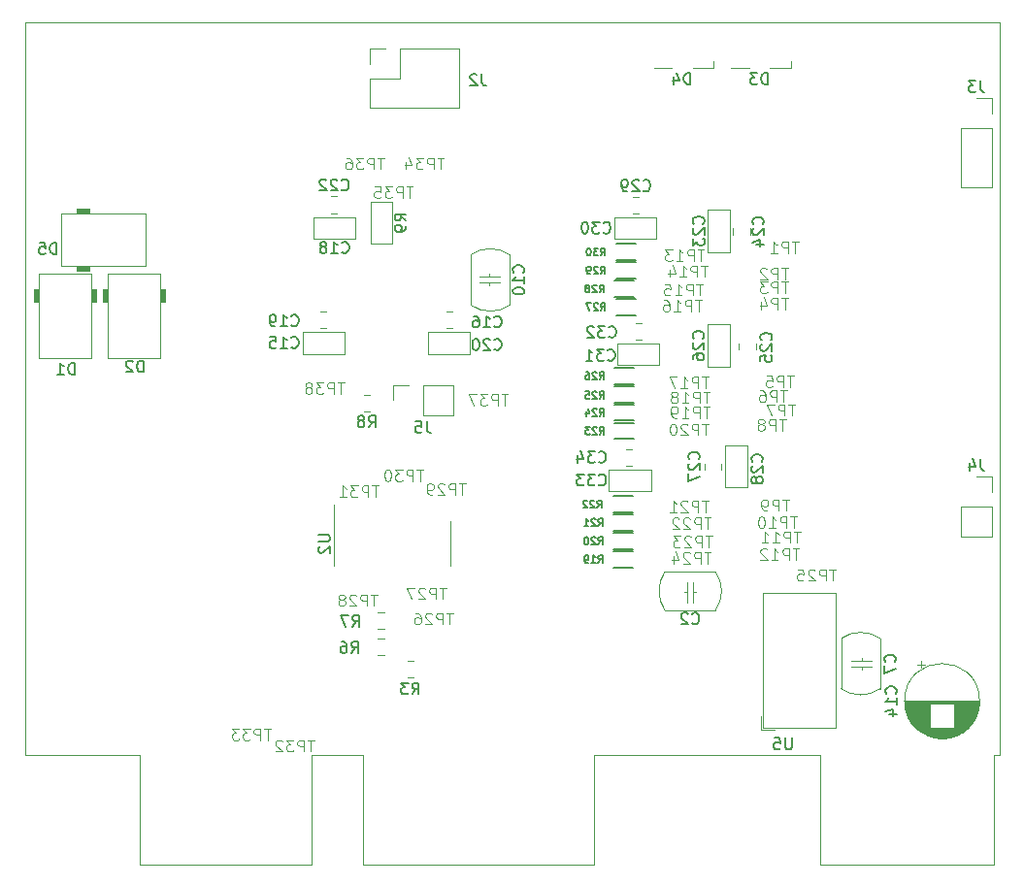
<source format=gbr>
%TF.GenerationSoftware,KiCad,Pcbnew,7.0.9*%
%TF.CreationDate,2024-06-26T15:19:18+03:00*%
%TF.ProjectId,_____ _________ ___________,1f3b3042-3020-43e4-913d-3e323d3e333e,rev?*%
%TF.SameCoordinates,Original*%
%TF.FileFunction,Legend,Bot*%
%TF.FilePolarity,Positive*%
%FSLAX46Y46*%
G04 Gerber Fmt 4.6, Leading zero omitted, Abs format (unit mm)*
G04 Created by KiCad (PCBNEW 7.0.9) date 2024-06-26 15:19:18*
%MOMM*%
%LPD*%
G01*
G04 APERTURE LIST*
%ADD10C,0.150000*%
%ADD11C,0.100000*%
%ADD12C,0.120000*%
%TA.AperFunction,Profile*%
%ADD13C,0.100000*%
%TD*%
G04 APERTURE END LIST*
D10*
X140117857Y-70392902D02*
X140334524Y-70083378D01*
X140489286Y-70392902D02*
X140489286Y-69742902D01*
X140489286Y-69742902D02*
X140241667Y-69742902D01*
X140241667Y-69742902D02*
X140179762Y-69773854D01*
X140179762Y-69773854D02*
X140148809Y-69804807D01*
X140148809Y-69804807D02*
X140117857Y-69866711D01*
X140117857Y-69866711D02*
X140117857Y-69959569D01*
X140117857Y-69959569D02*
X140148809Y-70021473D01*
X140148809Y-70021473D02*
X140179762Y-70052426D01*
X140179762Y-70052426D02*
X140241667Y-70083378D01*
X140241667Y-70083378D02*
X140489286Y-70083378D01*
X139870238Y-69804807D02*
X139839286Y-69773854D01*
X139839286Y-69773854D02*
X139777381Y-69742902D01*
X139777381Y-69742902D02*
X139622619Y-69742902D01*
X139622619Y-69742902D02*
X139560714Y-69773854D01*
X139560714Y-69773854D02*
X139529762Y-69804807D01*
X139529762Y-69804807D02*
X139498809Y-69866711D01*
X139498809Y-69866711D02*
X139498809Y-69928616D01*
X139498809Y-69928616D02*
X139529762Y-70021473D01*
X139529762Y-70021473D02*
X139901190Y-70392902D01*
X139901190Y-70392902D02*
X139498809Y-70392902D01*
X138941666Y-69959569D02*
X138941666Y-70392902D01*
X139096428Y-69711950D02*
X139251190Y-70176235D01*
X139251190Y-70176235D02*
X138848809Y-70176235D01*
D11*
X128438094Y-76257419D02*
X127866666Y-76257419D01*
X128152380Y-77257419D02*
X128152380Y-76257419D01*
X127533332Y-77257419D02*
X127533332Y-76257419D01*
X127533332Y-76257419D02*
X127152380Y-76257419D01*
X127152380Y-76257419D02*
X127057142Y-76305038D01*
X127057142Y-76305038D02*
X127009523Y-76352657D01*
X127009523Y-76352657D02*
X126961904Y-76447895D01*
X126961904Y-76447895D02*
X126961904Y-76590752D01*
X126961904Y-76590752D02*
X127009523Y-76685990D01*
X127009523Y-76685990D02*
X127057142Y-76733609D01*
X127057142Y-76733609D02*
X127152380Y-76781228D01*
X127152380Y-76781228D02*
X127533332Y-76781228D01*
X126580951Y-76352657D02*
X126533332Y-76305038D01*
X126533332Y-76305038D02*
X126438094Y-76257419D01*
X126438094Y-76257419D02*
X126199999Y-76257419D01*
X126199999Y-76257419D02*
X126104761Y-76305038D01*
X126104761Y-76305038D02*
X126057142Y-76352657D01*
X126057142Y-76352657D02*
X126009523Y-76447895D01*
X126009523Y-76447895D02*
X126009523Y-76543133D01*
X126009523Y-76543133D02*
X126057142Y-76685990D01*
X126057142Y-76685990D02*
X126628570Y-77257419D01*
X126628570Y-77257419D02*
X126009523Y-77257419D01*
X125533332Y-77257419D02*
X125342856Y-77257419D01*
X125342856Y-77257419D02*
X125247618Y-77209800D01*
X125247618Y-77209800D02*
X125199999Y-77162180D01*
X125199999Y-77162180D02*
X125104761Y-77019323D01*
X125104761Y-77019323D02*
X125057142Y-76828847D01*
X125057142Y-76828847D02*
X125057142Y-76447895D01*
X125057142Y-76447895D02*
X125104761Y-76352657D01*
X125104761Y-76352657D02*
X125152380Y-76305038D01*
X125152380Y-76305038D02*
X125247618Y-76257419D01*
X125247618Y-76257419D02*
X125438094Y-76257419D01*
X125438094Y-76257419D02*
X125533332Y-76305038D01*
X125533332Y-76305038D02*
X125580951Y-76352657D01*
X125580951Y-76352657D02*
X125628570Y-76447895D01*
X125628570Y-76447895D02*
X125628570Y-76685990D01*
X125628570Y-76685990D02*
X125580951Y-76781228D01*
X125580951Y-76781228D02*
X125533332Y-76828847D01*
X125533332Y-76828847D02*
X125438094Y-76876466D01*
X125438094Y-76876466D02*
X125247618Y-76876466D01*
X125247618Y-76876466D02*
X125152380Y-76828847D01*
X125152380Y-76828847D02*
X125104761Y-76781228D01*
X125104761Y-76781228D02*
X125057142Y-76685990D01*
D10*
X140117857Y-71992902D02*
X140334524Y-71683378D01*
X140489286Y-71992902D02*
X140489286Y-71342902D01*
X140489286Y-71342902D02*
X140241667Y-71342902D01*
X140241667Y-71342902D02*
X140179762Y-71373854D01*
X140179762Y-71373854D02*
X140148809Y-71404807D01*
X140148809Y-71404807D02*
X140117857Y-71466711D01*
X140117857Y-71466711D02*
X140117857Y-71559569D01*
X140117857Y-71559569D02*
X140148809Y-71621473D01*
X140148809Y-71621473D02*
X140179762Y-71652426D01*
X140179762Y-71652426D02*
X140241667Y-71683378D01*
X140241667Y-71683378D02*
X140489286Y-71683378D01*
X139870238Y-71404807D02*
X139839286Y-71373854D01*
X139839286Y-71373854D02*
X139777381Y-71342902D01*
X139777381Y-71342902D02*
X139622619Y-71342902D01*
X139622619Y-71342902D02*
X139560714Y-71373854D01*
X139560714Y-71373854D02*
X139529762Y-71404807D01*
X139529762Y-71404807D02*
X139498809Y-71466711D01*
X139498809Y-71466711D02*
X139498809Y-71528616D01*
X139498809Y-71528616D02*
X139529762Y-71621473D01*
X139529762Y-71621473D02*
X139901190Y-71992902D01*
X139901190Y-71992902D02*
X139498809Y-71992902D01*
X139282142Y-71342902D02*
X138879761Y-71342902D01*
X138879761Y-71342902D02*
X139096428Y-71590521D01*
X139096428Y-71590521D02*
X139003571Y-71590521D01*
X139003571Y-71590521D02*
X138941666Y-71621473D01*
X138941666Y-71621473D02*
X138910714Y-71652426D01*
X138910714Y-71652426D02*
X138879761Y-71714330D01*
X138879761Y-71714330D02*
X138879761Y-71869092D01*
X138879761Y-71869092D02*
X138910714Y-71930997D01*
X138910714Y-71930997D02*
X138941666Y-71961950D01*
X138941666Y-71961950D02*
X139003571Y-71992902D01*
X139003571Y-71992902D02*
X139189285Y-71992902D01*
X139189285Y-71992902D02*
X139251190Y-71961950D01*
X139251190Y-71961950D02*
X139282142Y-71930997D01*
D11*
X149238094Y-55857419D02*
X148666666Y-55857419D01*
X148952380Y-56857419D02*
X148952380Y-55857419D01*
X148333332Y-56857419D02*
X148333332Y-55857419D01*
X148333332Y-55857419D02*
X147952380Y-55857419D01*
X147952380Y-55857419D02*
X147857142Y-55905038D01*
X147857142Y-55905038D02*
X147809523Y-55952657D01*
X147809523Y-55952657D02*
X147761904Y-56047895D01*
X147761904Y-56047895D02*
X147761904Y-56190752D01*
X147761904Y-56190752D02*
X147809523Y-56285990D01*
X147809523Y-56285990D02*
X147857142Y-56333609D01*
X147857142Y-56333609D02*
X147952380Y-56381228D01*
X147952380Y-56381228D02*
X148333332Y-56381228D01*
X146809523Y-56857419D02*
X147380951Y-56857419D01*
X147095237Y-56857419D02*
X147095237Y-55857419D01*
X147095237Y-55857419D02*
X147190475Y-56000276D01*
X147190475Y-56000276D02*
X147285713Y-56095514D01*
X147285713Y-56095514D02*
X147380951Y-56143133D01*
X146476189Y-55857419D02*
X145857142Y-55857419D01*
X145857142Y-55857419D02*
X146190475Y-56238371D01*
X146190475Y-56238371D02*
X146047618Y-56238371D01*
X146047618Y-56238371D02*
X145952380Y-56285990D01*
X145952380Y-56285990D02*
X145904761Y-56333609D01*
X145904761Y-56333609D02*
X145857142Y-56428847D01*
X145857142Y-56428847D02*
X145857142Y-56666942D01*
X145857142Y-56666942D02*
X145904761Y-56762180D01*
X145904761Y-56762180D02*
X145952380Y-56809800D01*
X145952380Y-56809800D02*
X146047618Y-56857419D01*
X146047618Y-56857419D02*
X146333332Y-56857419D01*
X146333332Y-56857419D02*
X146428570Y-56809800D01*
X146428570Y-56809800D02*
X146476189Y-56762180D01*
X149738094Y-69557419D02*
X149166666Y-69557419D01*
X149452380Y-70557419D02*
X149452380Y-69557419D01*
X148833332Y-70557419D02*
X148833332Y-69557419D01*
X148833332Y-69557419D02*
X148452380Y-69557419D01*
X148452380Y-69557419D02*
X148357142Y-69605038D01*
X148357142Y-69605038D02*
X148309523Y-69652657D01*
X148309523Y-69652657D02*
X148261904Y-69747895D01*
X148261904Y-69747895D02*
X148261904Y-69890752D01*
X148261904Y-69890752D02*
X148309523Y-69985990D01*
X148309523Y-69985990D02*
X148357142Y-70033609D01*
X148357142Y-70033609D02*
X148452380Y-70081228D01*
X148452380Y-70081228D02*
X148833332Y-70081228D01*
X147309523Y-70557419D02*
X147880951Y-70557419D01*
X147595237Y-70557419D02*
X147595237Y-69557419D01*
X147595237Y-69557419D02*
X147690475Y-69700276D01*
X147690475Y-69700276D02*
X147785713Y-69795514D01*
X147785713Y-69795514D02*
X147880951Y-69843133D01*
X146833332Y-70557419D02*
X146642856Y-70557419D01*
X146642856Y-70557419D02*
X146547618Y-70509800D01*
X146547618Y-70509800D02*
X146499999Y-70462180D01*
X146499999Y-70462180D02*
X146404761Y-70319323D01*
X146404761Y-70319323D02*
X146357142Y-70128847D01*
X146357142Y-70128847D02*
X146357142Y-69747895D01*
X146357142Y-69747895D02*
X146404761Y-69652657D01*
X146404761Y-69652657D02*
X146452380Y-69605038D01*
X146452380Y-69605038D02*
X146547618Y-69557419D01*
X146547618Y-69557419D02*
X146738094Y-69557419D01*
X146738094Y-69557419D02*
X146833332Y-69605038D01*
X146833332Y-69605038D02*
X146880951Y-69652657D01*
X146880951Y-69652657D02*
X146928570Y-69747895D01*
X146928570Y-69747895D02*
X146928570Y-69985990D01*
X146928570Y-69985990D02*
X146880951Y-70081228D01*
X146880951Y-70081228D02*
X146833332Y-70128847D01*
X146833332Y-70128847D02*
X146738094Y-70176466D01*
X146738094Y-70176466D02*
X146547618Y-70176466D01*
X146547618Y-70176466D02*
X146452380Y-70128847D01*
X146452380Y-70128847D02*
X146404761Y-70081228D01*
X146404761Y-70081228D02*
X146357142Y-69985990D01*
X111438094Y-97657419D02*
X110866666Y-97657419D01*
X111152380Y-98657419D02*
X111152380Y-97657419D01*
X110533332Y-98657419D02*
X110533332Y-97657419D01*
X110533332Y-97657419D02*
X110152380Y-97657419D01*
X110152380Y-97657419D02*
X110057142Y-97705038D01*
X110057142Y-97705038D02*
X110009523Y-97752657D01*
X110009523Y-97752657D02*
X109961904Y-97847895D01*
X109961904Y-97847895D02*
X109961904Y-97990752D01*
X109961904Y-97990752D02*
X110009523Y-98085990D01*
X110009523Y-98085990D02*
X110057142Y-98133609D01*
X110057142Y-98133609D02*
X110152380Y-98181228D01*
X110152380Y-98181228D02*
X110533332Y-98181228D01*
X109628570Y-97657419D02*
X109009523Y-97657419D01*
X109009523Y-97657419D02*
X109342856Y-98038371D01*
X109342856Y-98038371D02*
X109199999Y-98038371D01*
X109199999Y-98038371D02*
X109104761Y-98085990D01*
X109104761Y-98085990D02*
X109057142Y-98133609D01*
X109057142Y-98133609D02*
X109009523Y-98228847D01*
X109009523Y-98228847D02*
X109009523Y-98466942D01*
X109009523Y-98466942D02*
X109057142Y-98562180D01*
X109057142Y-98562180D02*
X109104761Y-98609800D01*
X109104761Y-98609800D02*
X109199999Y-98657419D01*
X109199999Y-98657419D02*
X109485713Y-98657419D01*
X109485713Y-98657419D02*
X109580951Y-98609800D01*
X109580951Y-98609800D02*
X109628570Y-98562180D01*
X108676189Y-97657419D02*
X108057142Y-97657419D01*
X108057142Y-97657419D02*
X108390475Y-98038371D01*
X108390475Y-98038371D02*
X108247618Y-98038371D01*
X108247618Y-98038371D02*
X108152380Y-98085990D01*
X108152380Y-98085990D02*
X108104761Y-98133609D01*
X108104761Y-98133609D02*
X108057142Y-98228847D01*
X108057142Y-98228847D02*
X108057142Y-98466942D01*
X108057142Y-98466942D02*
X108104761Y-98562180D01*
X108104761Y-98562180D02*
X108152380Y-98609800D01*
X108152380Y-98609800D02*
X108247618Y-98657419D01*
X108247618Y-98657419D02*
X108533332Y-98657419D01*
X108533332Y-98657419D02*
X108628570Y-98609800D01*
X108628570Y-98609800D02*
X108676189Y-98562180D01*
D10*
X155059580Y-63757142D02*
X155107200Y-63709523D01*
X155107200Y-63709523D02*
X155154819Y-63566666D01*
X155154819Y-63566666D02*
X155154819Y-63471428D01*
X155154819Y-63471428D02*
X155107200Y-63328571D01*
X155107200Y-63328571D02*
X155011961Y-63233333D01*
X155011961Y-63233333D02*
X154916723Y-63185714D01*
X154916723Y-63185714D02*
X154726247Y-63138095D01*
X154726247Y-63138095D02*
X154583390Y-63138095D01*
X154583390Y-63138095D02*
X154392914Y-63185714D01*
X154392914Y-63185714D02*
X154297676Y-63233333D01*
X154297676Y-63233333D02*
X154202438Y-63328571D01*
X154202438Y-63328571D02*
X154154819Y-63471428D01*
X154154819Y-63471428D02*
X154154819Y-63566666D01*
X154154819Y-63566666D02*
X154202438Y-63709523D01*
X154202438Y-63709523D02*
X154250057Y-63757142D01*
X154250057Y-64138095D02*
X154202438Y-64185714D01*
X154202438Y-64185714D02*
X154154819Y-64280952D01*
X154154819Y-64280952D02*
X154154819Y-64519047D01*
X154154819Y-64519047D02*
X154202438Y-64614285D01*
X154202438Y-64614285D02*
X154250057Y-64661904D01*
X154250057Y-64661904D02*
X154345295Y-64709523D01*
X154345295Y-64709523D02*
X154440533Y-64709523D01*
X154440533Y-64709523D02*
X154583390Y-64661904D01*
X154583390Y-64661904D02*
X155154819Y-64090476D01*
X155154819Y-64090476D02*
X155154819Y-64709523D01*
X154154819Y-65614285D02*
X154154819Y-65138095D01*
X154154819Y-65138095D02*
X154631009Y-65090476D01*
X154631009Y-65090476D02*
X154583390Y-65138095D01*
X154583390Y-65138095D02*
X154535771Y-65233333D01*
X154535771Y-65233333D02*
X154535771Y-65471428D01*
X154535771Y-65471428D02*
X154583390Y-65566666D01*
X154583390Y-65566666D02*
X154631009Y-65614285D01*
X154631009Y-65614285D02*
X154726247Y-65661904D01*
X154726247Y-65661904D02*
X154964342Y-65661904D01*
X154964342Y-65661904D02*
X155059580Y-65614285D01*
X155059580Y-65614285D02*
X155107200Y-65566666D01*
X155107200Y-65566666D02*
X155154819Y-65471428D01*
X155154819Y-65471428D02*
X155154819Y-65233333D01*
X155154819Y-65233333D02*
X155107200Y-65138095D01*
X155107200Y-65138095D02*
X155059580Y-65090476D01*
X130942857Y-62559580D02*
X130990476Y-62607200D01*
X130990476Y-62607200D02*
X131133333Y-62654819D01*
X131133333Y-62654819D02*
X131228571Y-62654819D01*
X131228571Y-62654819D02*
X131371428Y-62607200D01*
X131371428Y-62607200D02*
X131466666Y-62511961D01*
X131466666Y-62511961D02*
X131514285Y-62416723D01*
X131514285Y-62416723D02*
X131561904Y-62226247D01*
X131561904Y-62226247D02*
X131561904Y-62083390D01*
X131561904Y-62083390D02*
X131514285Y-61892914D01*
X131514285Y-61892914D02*
X131466666Y-61797676D01*
X131466666Y-61797676D02*
X131371428Y-61702438D01*
X131371428Y-61702438D02*
X131228571Y-61654819D01*
X131228571Y-61654819D02*
X131133333Y-61654819D01*
X131133333Y-61654819D02*
X130990476Y-61702438D01*
X130990476Y-61702438D02*
X130942857Y-61750057D01*
X129990476Y-62654819D02*
X130561904Y-62654819D01*
X130276190Y-62654819D02*
X130276190Y-61654819D01*
X130276190Y-61654819D02*
X130371428Y-61797676D01*
X130371428Y-61797676D02*
X130466666Y-61892914D01*
X130466666Y-61892914D02*
X130561904Y-61940533D01*
X129133333Y-61654819D02*
X129323809Y-61654819D01*
X129323809Y-61654819D02*
X129419047Y-61702438D01*
X129419047Y-61702438D02*
X129466666Y-61750057D01*
X129466666Y-61750057D02*
X129561904Y-61892914D01*
X129561904Y-61892914D02*
X129609523Y-62083390D01*
X129609523Y-62083390D02*
X129609523Y-62464342D01*
X129609523Y-62464342D02*
X129561904Y-62559580D01*
X129561904Y-62559580D02*
X129514285Y-62607200D01*
X129514285Y-62607200D02*
X129419047Y-62654819D01*
X129419047Y-62654819D02*
X129228571Y-62654819D01*
X129228571Y-62654819D02*
X129133333Y-62607200D01*
X129133333Y-62607200D02*
X129085714Y-62559580D01*
X129085714Y-62559580D02*
X129038095Y-62464342D01*
X129038095Y-62464342D02*
X129038095Y-62226247D01*
X129038095Y-62226247D02*
X129085714Y-62131009D01*
X129085714Y-62131009D02*
X129133333Y-62083390D01*
X129133333Y-62083390D02*
X129228571Y-62035771D01*
X129228571Y-62035771D02*
X129419047Y-62035771D01*
X129419047Y-62035771D02*
X129514285Y-62083390D01*
X129514285Y-62083390D02*
X129561904Y-62131009D01*
X129561904Y-62131009D02*
X129609523Y-62226247D01*
D11*
X156361904Y-70657419D02*
X155790476Y-70657419D01*
X156076190Y-71657419D02*
X156076190Y-70657419D01*
X155457142Y-71657419D02*
X155457142Y-70657419D01*
X155457142Y-70657419D02*
X155076190Y-70657419D01*
X155076190Y-70657419D02*
X154980952Y-70705038D01*
X154980952Y-70705038D02*
X154933333Y-70752657D01*
X154933333Y-70752657D02*
X154885714Y-70847895D01*
X154885714Y-70847895D02*
X154885714Y-70990752D01*
X154885714Y-70990752D02*
X154933333Y-71085990D01*
X154933333Y-71085990D02*
X154980952Y-71133609D01*
X154980952Y-71133609D02*
X155076190Y-71181228D01*
X155076190Y-71181228D02*
X155457142Y-71181228D01*
X154314285Y-71085990D02*
X154409523Y-71038371D01*
X154409523Y-71038371D02*
X154457142Y-70990752D01*
X154457142Y-70990752D02*
X154504761Y-70895514D01*
X154504761Y-70895514D02*
X154504761Y-70847895D01*
X154504761Y-70847895D02*
X154457142Y-70752657D01*
X154457142Y-70752657D02*
X154409523Y-70705038D01*
X154409523Y-70705038D02*
X154314285Y-70657419D01*
X154314285Y-70657419D02*
X154123809Y-70657419D01*
X154123809Y-70657419D02*
X154028571Y-70705038D01*
X154028571Y-70705038D02*
X153980952Y-70752657D01*
X153980952Y-70752657D02*
X153933333Y-70847895D01*
X153933333Y-70847895D02*
X153933333Y-70895514D01*
X153933333Y-70895514D02*
X153980952Y-70990752D01*
X153980952Y-70990752D02*
X154028571Y-71038371D01*
X154028571Y-71038371D02*
X154123809Y-71085990D01*
X154123809Y-71085990D02*
X154314285Y-71085990D01*
X154314285Y-71085990D02*
X154409523Y-71133609D01*
X154409523Y-71133609D02*
X154457142Y-71181228D01*
X154457142Y-71181228D02*
X154504761Y-71276466D01*
X154504761Y-71276466D02*
X154504761Y-71466942D01*
X154504761Y-71466942D02*
X154457142Y-71562180D01*
X154457142Y-71562180D02*
X154409523Y-71609800D01*
X154409523Y-71609800D02*
X154314285Y-71657419D01*
X154314285Y-71657419D02*
X154123809Y-71657419D01*
X154123809Y-71657419D02*
X154028571Y-71609800D01*
X154028571Y-71609800D02*
X153980952Y-71562180D01*
X153980952Y-71562180D02*
X153933333Y-71466942D01*
X153933333Y-71466942D02*
X153933333Y-71276466D01*
X153933333Y-71276466D02*
X153980952Y-71181228D01*
X153980952Y-71181228D02*
X154028571Y-71133609D01*
X154028571Y-71133609D02*
X154123809Y-71085990D01*
D10*
X148201666Y-88459580D02*
X148249285Y-88507200D01*
X148249285Y-88507200D02*
X148392142Y-88554819D01*
X148392142Y-88554819D02*
X148487380Y-88554819D01*
X148487380Y-88554819D02*
X148630237Y-88507200D01*
X148630237Y-88507200D02*
X148725475Y-88411961D01*
X148725475Y-88411961D02*
X148773094Y-88316723D01*
X148773094Y-88316723D02*
X148820713Y-88126247D01*
X148820713Y-88126247D02*
X148820713Y-87983390D01*
X148820713Y-87983390D02*
X148773094Y-87792914D01*
X148773094Y-87792914D02*
X148725475Y-87697676D01*
X148725475Y-87697676D02*
X148630237Y-87602438D01*
X148630237Y-87602438D02*
X148487380Y-87554819D01*
X148487380Y-87554819D02*
X148392142Y-87554819D01*
X148392142Y-87554819D02*
X148249285Y-87602438D01*
X148249285Y-87602438D02*
X148201666Y-87650057D01*
X147820713Y-87650057D02*
X147773094Y-87602438D01*
X147773094Y-87602438D02*
X147677856Y-87554819D01*
X147677856Y-87554819D02*
X147439761Y-87554819D01*
X147439761Y-87554819D02*
X147344523Y-87602438D01*
X147344523Y-87602438D02*
X147296904Y-87650057D01*
X147296904Y-87650057D02*
X147249285Y-87745295D01*
X147249285Y-87745295D02*
X147249285Y-87840533D01*
X147249285Y-87840533D02*
X147296904Y-87983390D01*
X147296904Y-87983390D02*
X147868332Y-88554819D01*
X147868332Y-88554819D02*
X147249285Y-88554819D01*
X140117857Y-67192902D02*
X140334524Y-66883378D01*
X140489286Y-67192902D02*
X140489286Y-66542902D01*
X140489286Y-66542902D02*
X140241667Y-66542902D01*
X140241667Y-66542902D02*
X140179762Y-66573854D01*
X140179762Y-66573854D02*
X140148809Y-66604807D01*
X140148809Y-66604807D02*
X140117857Y-66666711D01*
X140117857Y-66666711D02*
X140117857Y-66759569D01*
X140117857Y-66759569D02*
X140148809Y-66821473D01*
X140148809Y-66821473D02*
X140179762Y-66852426D01*
X140179762Y-66852426D02*
X140241667Y-66883378D01*
X140241667Y-66883378D02*
X140489286Y-66883378D01*
X139870238Y-66604807D02*
X139839286Y-66573854D01*
X139839286Y-66573854D02*
X139777381Y-66542902D01*
X139777381Y-66542902D02*
X139622619Y-66542902D01*
X139622619Y-66542902D02*
X139560714Y-66573854D01*
X139560714Y-66573854D02*
X139529762Y-66604807D01*
X139529762Y-66604807D02*
X139498809Y-66666711D01*
X139498809Y-66666711D02*
X139498809Y-66728616D01*
X139498809Y-66728616D02*
X139529762Y-66821473D01*
X139529762Y-66821473D02*
X139901190Y-67192902D01*
X139901190Y-67192902D02*
X139498809Y-67192902D01*
X138941666Y-66542902D02*
X139065476Y-66542902D01*
X139065476Y-66542902D02*
X139127380Y-66573854D01*
X139127380Y-66573854D02*
X139158333Y-66604807D01*
X139158333Y-66604807D02*
X139220238Y-66697664D01*
X139220238Y-66697664D02*
X139251190Y-66821473D01*
X139251190Y-66821473D02*
X139251190Y-67069092D01*
X139251190Y-67069092D02*
X139220238Y-67130997D01*
X139220238Y-67130997D02*
X139189285Y-67161950D01*
X139189285Y-67161950D02*
X139127380Y-67192902D01*
X139127380Y-67192902D02*
X139003571Y-67192902D01*
X139003571Y-67192902D02*
X138941666Y-67161950D01*
X138941666Y-67161950D02*
X138910714Y-67130997D01*
X138910714Y-67130997D02*
X138879761Y-67069092D01*
X138879761Y-67069092D02*
X138879761Y-66914330D01*
X138879761Y-66914330D02*
X138910714Y-66852426D01*
X138910714Y-66852426D02*
X138941666Y-66821473D01*
X138941666Y-66821473D02*
X139003571Y-66790521D01*
X139003571Y-66790521D02*
X139127380Y-66790521D01*
X139127380Y-66790521D02*
X139189285Y-66821473D01*
X139189285Y-66821473D02*
X139220238Y-66852426D01*
X139220238Y-66852426D02*
X139251190Y-66914330D01*
D11*
X157338094Y-79157419D02*
X156766666Y-79157419D01*
X157052380Y-80157419D02*
X157052380Y-79157419D01*
X156433332Y-80157419D02*
X156433332Y-79157419D01*
X156433332Y-79157419D02*
X156052380Y-79157419D01*
X156052380Y-79157419D02*
X155957142Y-79205038D01*
X155957142Y-79205038D02*
X155909523Y-79252657D01*
X155909523Y-79252657D02*
X155861904Y-79347895D01*
X155861904Y-79347895D02*
X155861904Y-79490752D01*
X155861904Y-79490752D02*
X155909523Y-79585990D01*
X155909523Y-79585990D02*
X155957142Y-79633609D01*
X155957142Y-79633609D02*
X156052380Y-79681228D01*
X156052380Y-79681228D02*
X156433332Y-79681228D01*
X154909523Y-80157419D02*
X155480951Y-80157419D01*
X155195237Y-80157419D02*
X155195237Y-79157419D01*
X155195237Y-79157419D02*
X155290475Y-79300276D01*
X155290475Y-79300276D02*
X155385713Y-79395514D01*
X155385713Y-79395514D02*
X155480951Y-79443133D01*
X154290475Y-79157419D02*
X154195237Y-79157419D01*
X154195237Y-79157419D02*
X154099999Y-79205038D01*
X154099999Y-79205038D02*
X154052380Y-79252657D01*
X154052380Y-79252657D02*
X154004761Y-79347895D01*
X154004761Y-79347895D02*
X153957142Y-79538371D01*
X153957142Y-79538371D02*
X153957142Y-79776466D01*
X153957142Y-79776466D02*
X154004761Y-79966942D01*
X154004761Y-79966942D02*
X154052380Y-80062180D01*
X154052380Y-80062180D02*
X154099999Y-80109800D01*
X154099999Y-80109800D02*
X154195237Y-80157419D01*
X154195237Y-80157419D02*
X154290475Y-80157419D01*
X154290475Y-80157419D02*
X154385713Y-80109800D01*
X154385713Y-80109800D02*
X154433332Y-80062180D01*
X154433332Y-80062180D02*
X154480951Y-79966942D01*
X154480951Y-79966942D02*
X154528570Y-79776466D01*
X154528570Y-79776466D02*
X154528570Y-79538371D01*
X154528570Y-79538371D02*
X154480951Y-79347895D01*
X154480951Y-79347895D02*
X154433332Y-79252657D01*
X154433332Y-79252657D02*
X154385713Y-79205038D01*
X154385713Y-79205038D02*
X154290475Y-79157419D01*
D10*
X148038094Y-41454819D02*
X148038094Y-40454819D01*
X148038094Y-40454819D02*
X147799999Y-40454819D01*
X147799999Y-40454819D02*
X147657142Y-40502438D01*
X147657142Y-40502438D02*
X147561904Y-40597676D01*
X147561904Y-40597676D02*
X147514285Y-40692914D01*
X147514285Y-40692914D02*
X147466666Y-40883390D01*
X147466666Y-40883390D02*
X147466666Y-41026247D01*
X147466666Y-41026247D02*
X147514285Y-41216723D01*
X147514285Y-41216723D02*
X147561904Y-41311961D01*
X147561904Y-41311961D02*
X147657142Y-41407200D01*
X147657142Y-41407200D02*
X147799999Y-41454819D01*
X147799999Y-41454819D02*
X148038094Y-41454819D01*
X146609523Y-40788152D02*
X146609523Y-41454819D01*
X146847618Y-40407200D02*
X147085713Y-41121485D01*
X147085713Y-41121485D02*
X146466666Y-41121485D01*
D11*
X156661904Y-77657419D02*
X156090476Y-77657419D01*
X156376190Y-78657419D02*
X156376190Y-77657419D01*
X155757142Y-78657419D02*
X155757142Y-77657419D01*
X155757142Y-77657419D02*
X155376190Y-77657419D01*
X155376190Y-77657419D02*
X155280952Y-77705038D01*
X155280952Y-77705038D02*
X155233333Y-77752657D01*
X155233333Y-77752657D02*
X155185714Y-77847895D01*
X155185714Y-77847895D02*
X155185714Y-77990752D01*
X155185714Y-77990752D02*
X155233333Y-78085990D01*
X155233333Y-78085990D02*
X155280952Y-78133609D01*
X155280952Y-78133609D02*
X155376190Y-78181228D01*
X155376190Y-78181228D02*
X155757142Y-78181228D01*
X154709523Y-78657419D02*
X154519047Y-78657419D01*
X154519047Y-78657419D02*
X154423809Y-78609800D01*
X154423809Y-78609800D02*
X154376190Y-78562180D01*
X154376190Y-78562180D02*
X154280952Y-78419323D01*
X154280952Y-78419323D02*
X154233333Y-78228847D01*
X154233333Y-78228847D02*
X154233333Y-77847895D01*
X154233333Y-77847895D02*
X154280952Y-77752657D01*
X154280952Y-77752657D02*
X154328571Y-77705038D01*
X154328571Y-77705038D02*
X154423809Y-77657419D01*
X154423809Y-77657419D02*
X154614285Y-77657419D01*
X154614285Y-77657419D02*
X154709523Y-77705038D01*
X154709523Y-77705038D02*
X154757142Y-77752657D01*
X154757142Y-77752657D02*
X154804761Y-77847895D01*
X154804761Y-77847895D02*
X154804761Y-78085990D01*
X154804761Y-78085990D02*
X154757142Y-78181228D01*
X154757142Y-78181228D02*
X154709523Y-78228847D01*
X154709523Y-78228847D02*
X154614285Y-78276466D01*
X154614285Y-78276466D02*
X154423809Y-78276466D01*
X154423809Y-78276466D02*
X154328571Y-78228847D01*
X154328571Y-78228847D02*
X154280952Y-78181228D01*
X154280952Y-78181228D02*
X154233333Y-78085990D01*
D10*
X113242857Y-64359580D02*
X113290476Y-64407200D01*
X113290476Y-64407200D02*
X113433333Y-64454819D01*
X113433333Y-64454819D02*
X113528571Y-64454819D01*
X113528571Y-64454819D02*
X113671428Y-64407200D01*
X113671428Y-64407200D02*
X113766666Y-64311961D01*
X113766666Y-64311961D02*
X113814285Y-64216723D01*
X113814285Y-64216723D02*
X113861904Y-64026247D01*
X113861904Y-64026247D02*
X113861904Y-63883390D01*
X113861904Y-63883390D02*
X113814285Y-63692914D01*
X113814285Y-63692914D02*
X113766666Y-63597676D01*
X113766666Y-63597676D02*
X113671428Y-63502438D01*
X113671428Y-63502438D02*
X113528571Y-63454819D01*
X113528571Y-63454819D02*
X113433333Y-63454819D01*
X113433333Y-63454819D02*
X113290476Y-63502438D01*
X113290476Y-63502438D02*
X113242857Y-63550057D01*
X112290476Y-64454819D02*
X112861904Y-64454819D01*
X112576190Y-64454819D02*
X112576190Y-63454819D01*
X112576190Y-63454819D02*
X112671428Y-63597676D01*
X112671428Y-63597676D02*
X112766666Y-63692914D01*
X112766666Y-63692914D02*
X112861904Y-63740533D01*
X111385714Y-63454819D02*
X111861904Y-63454819D01*
X111861904Y-63454819D02*
X111909523Y-63931009D01*
X111909523Y-63931009D02*
X111861904Y-63883390D01*
X111861904Y-63883390D02*
X111766666Y-63835771D01*
X111766666Y-63835771D02*
X111528571Y-63835771D01*
X111528571Y-63835771D02*
X111433333Y-63883390D01*
X111433333Y-63883390D02*
X111385714Y-63931009D01*
X111385714Y-63931009D02*
X111338095Y-64026247D01*
X111338095Y-64026247D02*
X111338095Y-64264342D01*
X111338095Y-64264342D02*
X111385714Y-64359580D01*
X111385714Y-64359580D02*
X111433333Y-64407200D01*
X111433333Y-64407200D02*
X111528571Y-64454819D01*
X111528571Y-64454819D02*
X111766666Y-64454819D01*
X111766666Y-64454819D02*
X111861904Y-64407200D01*
X111861904Y-64407200D02*
X111909523Y-64359580D01*
X154788094Y-41454819D02*
X154788094Y-40454819D01*
X154788094Y-40454819D02*
X154549999Y-40454819D01*
X154549999Y-40454819D02*
X154407142Y-40502438D01*
X154407142Y-40502438D02*
X154311904Y-40597676D01*
X154311904Y-40597676D02*
X154264285Y-40692914D01*
X154264285Y-40692914D02*
X154216666Y-40883390D01*
X154216666Y-40883390D02*
X154216666Y-41026247D01*
X154216666Y-41026247D02*
X154264285Y-41216723D01*
X154264285Y-41216723D02*
X154311904Y-41311961D01*
X154311904Y-41311961D02*
X154407142Y-41407200D01*
X154407142Y-41407200D02*
X154549999Y-41454819D01*
X154549999Y-41454819D02*
X154788094Y-41454819D01*
X153883332Y-40454819D02*
X153264285Y-40454819D01*
X153264285Y-40454819D02*
X153597618Y-40835771D01*
X153597618Y-40835771D02*
X153454761Y-40835771D01*
X153454761Y-40835771D02*
X153359523Y-40883390D01*
X153359523Y-40883390D02*
X153311904Y-40931009D01*
X153311904Y-40931009D02*
X153264285Y-41026247D01*
X153264285Y-41026247D02*
X153264285Y-41264342D01*
X153264285Y-41264342D02*
X153311904Y-41359580D01*
X153311904Y-41359580D02*
X153359523Y-41407200D01*
X153359523Y-41407200D02*
X153454761Y-41454819D01*
X153454761Y-41454819D02*
X153740475Y-41454819D01*
X153740475Y-41454819D02*
X153835713Y-41407200D01*
X153835713Y-41407200D02*
X153883332Y-41359580D01*
X165859580Y-91820833D02*
X165907200Y-91773214D01*
X165907200Y-91773214D02*
X165954819Y-91630357D01*
X165954819Y-91630357D02*
X165954819Y-91535119D01*
X165954819Y-91535119D02*
X165907200Y-91392262D01*
X165907200Y-91392262D02*
X165811961Y-91297024D01*
X165811961Y-91297024D02*
X165716723Y-91249405D01*
X165716723Y-91249405D02*
X165526247Y-91201786D01*
X165526247Y-91201786D02*
X165383390Y-91201786D01*
X165383390Y-91201786D02*
X165192914Y-91249405D01*
X165192914Y-91249405D02*
X165097676Y-91297024D01*
X165097676Y-91297024D02*
X165002438Y-91392262D01*
X165002438Y-91392262D02*
X164954819Y-91535119D01*
X164954819Y-91535119D02*
X164954819Y-91630357D01*
X164954819Y-91630357D02*
X165002438Y-91773214D01*
X165002438Y-91773214D02*
X165050057Y-91820833D01*
X164954819Y-92154167D02*
X164954819Y-92820833D01*
X164954819Y-92820833D02*
X165954819Y-92392262D01*
X140217857Y-56392902D02*
X140434524Y-56083378D01*
X140589286Y-56392902D02*
X140589286Y-55742902D01*
X140589286Y-55742902D02*
X140341667Y-55742902D01*
X140341667Y-55742902D02*
X140279762Y-55773854D01*
X140279762Y-55773854D02*
X140248809Y-55804807D01*
X140248809Y-55804807D02*
X140217857Y-55866711D01*
X140217857Y-55866711D02*
X140217857Y-55959569D01*
X140217857Y-55959569D02*
X140248809Y-56021473D01*
X140248809Y-56021473D02*
X140279762Y-56052426D01*
X140279762Y-56052426D02*
X140341667Y-56083378D01*
X140341667Y-56083378D02*
X140589286Y-56083378D01*
X140001190Y-55742902D02*
X139598809Y-55742902D01*
X139598809Y-55742902D02*
X139815476Y-55990521D01*
X139815476Y-55990521D02*
X139722619Y-55990521D01*
X139722619Y-55990521D02*
X139660714Y-56021473D01*
X139660714Y-56021473D02*
X139629762Y-56052426D01*
X139629762Y-56052426D02*
X139598809Y-56114330D01*
X139598809Y-56114330D02*
X139598809Y-56269092D01*
X139598809Y-56269092D02*
X139629762Y-56330997D01*
X139629762Y-56330997D02*
X139660714Y-56361950D01*
X139660714Y-56361950D02*
X139722619Y-56392902D01*
X139722619Y-56392902D02*
X139908333Y-56392902D01*
X139908333Y-56392902D02*
X139970238Y-56361950D01*
X139970238Y-56361950D02*
X140001190Y-56330997D01*
X139196428Y-55742902D02*
X139134523Y-55742902D01*
X139134523Y-55742902D02*
X139072619Y-55773854D01*
X139072619Y-55773854D02*
X139041666Y-55804807D01*
X139041666Y-55804807D02*
X139010714Y-55866711D01*
X139010714Y-55866711D02*
X138979761Y-55990521D01*
X138979761Y-55990521D02*
X138979761Y-56145283D01*
X138979761Y-56145283D02*
X139010714Y-56269092D01*
X139010714Y-56269092D02*
X139041666Y-56330997D01*
X139041666Y-56330997D02*
X139072619Y-56361950D01*
X139072619Y-56361950D02*
X139134523Y-56392902D01*
X139134523Y-56392902D02*
X139196428Y-56392902D01*
X139196428Y-56392902D02*
X139258333Y-56361950D01*
X139258333Y-56361950D02*
X139289285Y-56330997D01*
X139289285Y-56330997D02*
X139320238Y-56269092D01*
X139320238Y-56269092D02*
X139351190Y-56145283D01*
X139351190Y-56145283D02*
X139351190Y-55990521D01*
X139351190Y-55990521D02*
X139320238Y-55866711D01*
X139320238Y-55866711D02*
X139289285Y-55804807D01*
X139289285Y-55804807D02*
X139258333Y-55773854D01*
X139258333Y-55773854D02*
X139196428Y-55742902D01*
X140842857Y-65459580D02*
X140890476Y-65507200D01*
X140890476Y-65507200D02*
X141033333Y-65554819D01*
X141033333Y-65554819D02*
X141128571Y-65554819D01*
X141128571Y-65554819D02*
X141271428Y-65507200D01*
X141271428Y-65507200D02*
X141366666Y-65411961D01*
X141366666Y-65411961D02*
X141414285Y-65316723D01*
X141414285Y-65316723D02*
X141461904Y-65126247D01*
X141461904Y-65126247D02*
X141461904Y-64983390D01*
X141461904Y-64983390D02*
X141414285Y-64792914D01*
X141414285Y-64792914D02*
X141366666Y-64697676D01*
X141366666Y-64697676D02*
X141271428Y-64602438D01*
X141271428Y-64602438D02*
X141128571Y-64554819D01*
X141128571Y-64554819D02*
X141033333Y-64554819D01*
X141033333Y-64554819D02*
X140890476Y-64602438D01*
X140890476Y-64602438D02*
X140842857Y-64650057D01*
X140509523Y-64554819D02*
X139890476Y-64554819D01*
X139890476Y-64554819D02*
X140223809Y-64935771D01*
X140223809Y-64935771D02*
X140080952Y-64935771D01*
X140080952Y-64935771D02*
X139985714Y-64983390D01*
X139985714Y-64983390D02*
X139938095Y-65031009D01*
X139938095Y-65031009D02*
X139890476Y-65126247D01*
X139890476Y-65126247D02*
X139890476Y-65364342D01*
X139890476Y-65364342D02*
X139938095Y-65459580D01*
X139938095Y-65459580D02*
X139985714Y-65507200D01*
X139985714Y-65507200D02*
X140080952Y-65554819D01*
X140080952Y-65554819D02*
X140366666Y-65554819D01*
X140366666Y-65554819D02*
X140461904Y-65507200D01*
X140461904Y-65507200D02*
X140509523Y-65459580D01*
X138938095Y-65554819D02*
X139509523Y-65554819D01*
X139223809Y-65554819D02*
X139223809Y-64554819D01*
X139223809Y-64554819D02*
X139319047Y-64697676D01*
X139319047Y-64697676D02*
X139414285Y-64792914D01*
X139414285Y-64792914D02*
X139509523Y-64840533D01*
X140042857Y-74359580D02*
X140090476Y-74407200D01*
X140090476Y-74407200D02*
X140233333Y-74454819D01*
X140233333Y-74454819D02*
X140328571Y-74454819D01*
X140328571Y-74454819D02*
X140471428Y-74407200D01*
X140471428Y-74407200D02*
X140566666Y-74311961D01*
X140566666Y-74311961D02*
X140614285Y-74216723D01*
X140614285Y-74216723D02*
X140661904Y-74026247D01*
X140661904Y-74026247D02*
X140661904Y-73883390D01*
X140661904Y-73883390D02*
X140614285Y-73692914D01*
X140614285Y-73692914D02*
X140566666Y-73597676D01*
X140566666Y-73597676D02*
X140471428Y-73502438D01*
X140471428Y-73502438D02*
X140328571Y-73454819D01*
X140328571Y-73454819D02*
X140233333Y-73454819D01*
X140233333Y-73454819D02*
X140090476Y-73502438D01*
X140090476Y-73502438D02*
X140042857Y-73550057D01*
X139709523Y-73454819D02*
X139090476Y-73454819D01*
X139090476Y-73454819D02*
X139423809Y-73835771D01*
X139423809Y-73835771D02*
X139280952Y-73835771D01*
X139280952Y-73835771D02*
X139185714Y-73883390D01*
X139185714Y-73883390D02*
X139138095Y-73931009D01*
X139138095Y-73931009D02*
X139090476Y-74026247D01*
X139090476Y-74026247D02*
X139090476Y-74264342D01*
X139090476Y-74264342D02*
X139138095Y-74359580D01*
X139138095Y-74359580D02*
X139185714Y-74407200D01*
X139185714Y-74407200D02*
X139280952Y-74454819D01*
X139280952Y-74454819D02*
X139566666Y-74454819D01*
X139566666Y-74454819D02*
X139661904Y-74407200D01*
X139661904Y-74407200D02*
X139709523Y-74359580D01*
X138233333Y-73788152D02*
X138233333Y-74454819D01*
X138471428Y-73407200D02*
X138709523Y-74121485D01*
X138709523Y-74121485D02*
X138090476Y-74121485D01*
D11*
X123838094Y-50357419D02*
X123266666Y-50357419D01*
X123552380Y-51357419D02*
X123552380Y-50357419D01*
X122933332Y-51357419D02*
X122933332Y-50357419D01*
X122933332Y-50357419D02*
X122552380Y-50357419D01*
X122552380Y-50357419D02*
X122457142Y-50405038D01*
X122457142Y-50405038D02*
X122409523Y-50452657D01*
X122409523Y-50452657D02*
X122361904Y-50547895D01*
X122361904Y-50547895D02*
X122361904Y-50690752D01*
X122361904Y-50690752D02*
X122409523Y-50785990D01*
X122409523Y-50785990D02*
X122457142Y-50833609D01*
X122457142Y-50833609D02*
X122552380Y-50881228D01*
X122552380Y-50881228D02*
X122933332Y-50881228D01*
X122028570Y-50357419D02*
X121409523Y-50357419D01*
X121409523Y-50357419D02*
X121742856Y-50738371D01*
X121742856Y-50738371D02*
X121599999Y-50738371D01*
X121599999Y-50738371D02*
X121504761Y-50785990D01*
X121504761Y-50785990D02*
X121457142Y-50833609D01*
X121457142Y-50833609D02*
X121409523Y-50928847D01*
X121409523Y-50928847D02*
X121409523Y-51166942D01*
X121409523Y-51166942D02*
X121457142Y-51262180D01*
X121457142Y-51262180D02*
X121504761Y-51309800D01*
X121504761Y-51309800D02*
X121599999Y-51357419D01*
X121599999Y-51357419D02*
X121885713Y-51357419D01*
X121885713Y-51357419D02*
X121980951Y-51309800D01*
X121980951Y-51309800D02*
X122028570Y-51262180D01*
X120504761Y-50357419D02*
X120980951Y-50357419D01*
X120980951Y-50357419D02*
X121028570Y-50833609D01*
X121028570Y-50833609D02*
X120980951Y-50785990D01*
X120980951Y-50785990D02*
X120885713Y-50738371D01*
X120885713Y-50738371D02*
X120647618Y-50738371D01*
X120647618Y-50738371D02*
X120552380Y-50785990D01*
X120552380Y-50785990D02*
X120504761Y-50833609D01*
X120504761Y-50833609D02*
X120457142Y-50928847D01*
X120457142Y-50928847D02*
X120457142Y-51166942D01*
X120457142Y-51166942D02*
X120504761Y-51262180D01*
X120504761Y-51262180D02*
X120552380Y-51309800D01*
X120552380Y-51309800D02*
X120647618Y-51357419D01*
X120647618Y-51357419D02*
X120885713Y-51357419D01*
X120885713Y-51357419D02*
X120980951Y-51309800D01*
X120980951Y-51309800D02*
X121028570Y-51262180D01*
D10*
X154259580Y-74357142D02*
X154307200Y-74309523D01*
X154307200Y-74309523D02*
X154354819Y-74166666D01*
X154354819Y-74166666D02*
X154354819Y-74071428D01*
X154354819Y-74071428D02*
X154307200Y-73928571D01*
X154307200Y-73928571D02*
X154211961Y-73833333D01*
X154211961Y-73833333D02*
X154116723Y-73785714D01*
X154116723Y-73785714D02*
X153926247Y-73738095D01*
X153926247Y-73738095D02*
X153783390Y-73738095D01*
X153783390Y-73738095D02*
X153592914Y-73785714D01*
X153592914Y-73785714D02*
X153497676Y-73833333D01*
X153497676Y-73833333D02*
X153402438Y-73928571D01*
X153402438Y-73928571D02*
X153354819Y-74071428D01*
X153354819Y-74071428D02*
X153354819Y-74166666D01*
X153354819Y-74166666D02*
X153402438Y-74309523D01*
X153402438Y-74309523D02*
X153450057Y-74357142D01*
X153450057Y-74738095D02*
X153402438Y-74785714D01*
X153402438Y-74785714D02*
X153354819Y-74880952D01*
X153354819Y-74880952D02*
X153354819Y-75119047D01*
X153354819Y-75119047D02*
X153402438Y-75214285D01*
X153402438Y-75214285D02*
X153450057Y-75261904D01*
X153450057Y-75261904D02*
X153545295Y-75309523D01*
X153545295Y-75309523D02*
X153640533Y-75309523D01*
X153640533Y-75309523D02*
X153783390Y-75261904D01*
X153783390Y-75261904D02*
X154354819Y-74690476D01*
X154354819Y-74690476D02*
X154354819Y-75309523D01*
X153783390Y-75880952D02*
X153735771Y-75785714D01*
X153735771Y-75785714D02*
X153688152Y-75738095D01*
X153688152Y-75738095D02*
X153592914Y-75690476D01*
X153592914Y-75690476D02*
X153545295Y-75690476D01*
X153545295Y-75690476D02*
X153450057Y-75738095D01*
X153450057Y-75738095D02*
X153402438Y-75785714D01*
X153402438Y-75785714D02*
X153354819Y-75880952D01*
X153354819Y-75880952D02*
X153354819Y-76071428D01*
X153354819Y-76071428D02*
X153402438Y-76166666D01*
X153402438Y-76166666D02*
X153450057Y-76214285D01*
X153450057Y-76214285D02*
X153545295Y-76261904D01*
X153545295Y-76261904D02*
X153592914Y-76261904D01*
X153592914Y-76261904D02*
X153688152Y-76214285D01*
X153688152Y-76214285D02*
X153735771Y-76166666D01*
X153735771Y-76166666D02*
X153783390Y-76071428D01*
X153783390Y-76071428D02*
X153783390Y-75880952D01*
X153783390Y-75880952D02*
X153831009Y-75785714D01*
X153831009Y-75785714D02*
X153878628Y-75738095D01*
X153878628Y-75738095D02*
X153973866Y-75690476D01*
X153973866Y-75690476D02*
X154164342Y-75690476D01*
X154164342Y-75690476D02*
X154259580Y-75738095D01*
X154259580Y-75738095D02*
X154307200Y-75785714D01*
X154307200Y-75785714D02*
X154354819Y-75880952D01*
X154354819Y-75880952D02*
X154354819Y-76071428D01*
X154354819Y-76071428D02*
X154307200Y-76166666D01*
X154307200Y-76166666D02*
X154259580Y-76214285D01*
X154259580Y-76214285D02*
X154164342Y-76261904D01*
X154164342Y-76261904D02*
X153973866Y-76261904D01*
X153973866Y-76261904D02*
X153878628Y-76214285D01*
X153878628Y-76214285D02*
X153831009Y-76166666D01*
X153831009Y-76166666D02*
X153783390Y-76071428D01*
X173333333Y-41124819D02*
X173333333Y-41839104D01*
X173333333Y-41839104D02*
X173380952Y-41981961D01*
X173380952Y-41981961D02*
X173476190Y-42077200D01*
X173476190Y-42077200D02*
X173619047Y-42124819D01*
X173619047Y-42124819D02*
X173714285Y-42124819D01*
X172952380Y-41124819D02*
X172333333Y-41124819D01*
X172333333Y-41124819D02*
X172666666Y-41505771D01*
X172666666Y-41505771D02*
X172523809Y-41505771D01*
X172523809Y-41505771D02*
X172428571Y-41553390D01*
X172428571Y-41553390D02*
X172380952Y-41601009D01*
X172380952Y-41601009D02*
X172333333Y-41696247D01*
X172333333Y-41696247D02*
X172333333Y-41934342D01*
X172333333Y-41934342D02*
X172380952Y-42029580D01*
X172380952Y-42029580D02*
X172428571Y-42077200D01*
X172428571Y-42077200D02*
X172523809Y-42124819D01*
X172523809Y-42124819D02*
X172809523Y-42124819D01*
X172809523Y-42124819D02*
X172904761Y-42077200D01*
X172904761Y-42077200D02*
X172952380Y-42029580D01*
X148759580Y-74157142D02*
X148807200Y-74109523D01*
X148807200Y-74109523D02*
X148854819Y-73966666D01*
X148854819Y-73966666D02*
X148854819Y-73871428D01*
X148854819Y-73871428D02*
X148807200Y-73728571D01*
X148807200Y-73728571D02*
X148711961Y-73633333D01*
X148711961Y-73633333D02*
X148616723Y-73585714D01*
X148616723Y-73585714D02*
X148426247Y-73538095D01*
X148426247Y-73538095D02*
X148283390Y-73538095D01*
X148283390Y-73538095D02*
X148092914Y-73585714D01*
X148092914Y-73585714D02*
X147997676Y-73633333D01*
X147997676Y-73633333D02*
X147902438Y-73728571D01*
X147902438Y-73728571D02*
X147854819Y-73871428D01*
X147854819Y-73871428D02*
X147854819Y-73966666D01*
X147854819Y-73966666D02*
X147902438Y-74109523D01*
X147902438Y-74109523D02*
X147950057Y-74157142D01*
X147950057Y-74538095D02*
X147902438Y-74585714D01*
X147902438Y-74585714D02*
X147854819Y-74680952D01*
X147854819Y-74680952D02*
X147854819Y-74919047D01*
X147854819Y-74919047D02*
X147902438Y-75014285D01*
X147902438Y-75014285D02*
X147950057Y-75061904D01*
X147950057Y-75061904D02*
X148045295Y-75109523D01*
X148045295Y-75109523D02*
X148140533Y-75109523D01*
X148140533Y-75109523D02*
X148283390Y-75061904D01*
X148283390Y-75061904D02*
X148854819Y-74490476D01*
X148854819Y-74490476D02*
X148854819Y-75109523D01*
X147854819Y-75442857D02*
X147854819Y-76109523D01*
X147854819Y-76109523D02*
X148854819Y-75680952D01*
D11*
X117838094Y-67457419D02*
X117266666Y-67457419D01*
X117552380Y-68457419D02*
X117552380Y-67457419D01*
X116933332Y-68457419D02*
X116933332Y-67457419D01*
X116933332Y-67457419D02*
X116552380Y-67457419D01*
X116552380Y-67457419D02*
X116457142Y-67505038D01*
X116457142Y-67505038D02*
X116409523Y-67552657D01*
X116409523Y-67552657D02*
X116361904Y-67647895D01*
X116361904Y-67647895D02*
X116361904Y-67790752D01*
X116361904Y-67790752D02*
X116409523Y-67885990D01*
X116409523Y-67885990D02*
X116457142Y-67933609D01*
X116457142Y-67933609D02*
X116552380Y-67981228D01*
X116552380Y-67981228D02*
X116933332Y-67981228D01*
X116028570Y-67457419D02*
X115409523Y-67457419D01*
X115409523Y-67457419D02*
X115742856Y-67838371D01*
X115742856Y-67838371D02*
X115599999Y-67838371D01*
X115599999Y-67838371D02*
X115504761Y-67885990D01*
X115504761Y-67885990D02*
X115457142Y-67933609D01*
X115457142Y-67933609D02*
X115409523Y-68028847D01*
X115409523Y-68028847D02*
X115409523Y-68266942D01*
X115409523Y-68266942D02*
X115457142Y-68362180D01*
X115457142Y-68362180D02*
X115504761Y-68409800D01*
X115504761Y-68409800D02*
X115599999Y-68457419D01*
X115599999Y-68457419D02*
X115885713Y-68457419D01*
X115885713Y-68457419D02*
X115980951Y-68409800D01*
X115980951Y-68409800D02*
X116028570Y-68362180D01*
X114838094Y-67885990D02*
X114933332Y-67838371D01*
X114933332Y-67838371D02*
X114980951Y-67790752D01*
X114980951Y-67790752D02*
X115028570Y-67695514D01*
X115028570Y-67695514D02*
X115028570Y-67647895D01*
X115028570Y-67647895D02*
X114980951Y-67552657D01*
X114980951Y-67552657D02*
X114933332Y-67505038D01*
X114933332Y-67505038D02*
X114838094Y-67457419D01*
X114838094Y-67457419D02*
X114647618Y-67457419D01*
X114647618Y-67457419D02*
X114552380Y-67505038D01*
X114552380Y-67505038D02*
X114504761Y-67552657D01*
X114504761Y-67552657D02*
X114457142Y-67647895D01*
X114457142Y-67647895D02*
X114457142Y-67695514D01*
X114457142Y-67695514D02*
X114504761Y-67790752D01*
X114504761Y-67790752D02*
X114552380Y-67838371D01*
X114552380Y-67838371D02*
X114647618Y-67885990D01*
X114647618Y-67885990D02*
X114838094Y-67885990D01*
X114838094Y-67885990D02*
X114933332Y-67933609D01*
X114933332Y-67933609D02*
X114980951Y-67981228D01*
X114980951Y-67981228D02*
X115028570Y-68076466D01*
X115028570Y-68076466D02*
X115028570Y-68266942D01*
X115028570Y-68266942D02*
X114980951Y-68362180D01*
X114980951Y-68362180D02*
X114933332Y-68409800D01*
X114933332Y-68409800D02*
X114838094Y-68457419D01*
X114838094Y-68457419D02*
X114647618Y-68457419D01*
X114647618Y-68457419D02*
X114552380Y-68409800D01*
X114552380Y-68409800D02*
X114504761Y-68362180D01*
X114504761Y-68362180D02*
X114457142Y-68266942D01*
X114457142Y-68266942D02*
X114457142Y-68076466D01*
X114457142Y-68076466D02*
X114504761Y-67981228D01*
X114504761Y-67981228D02*
X114552380Y-67933609D01*
X114552380Y-67933609D02*
X114647618Y-67885990D01*
D10*
X117605357Y-50629580D02*
X117652976Y-50677200D01*
X117652976Y-50677200D02*
X117795833Y-50724819D01*
X117795833Y-50724819D02*
X117891071Y-50724819D01*
X117891071Y-50724819D02*
X118033928Y-50677200D01*
X118033928Y-50677200D02*
X118129166Y-50581961D01*
X118129166Y-50581961D02*
X118176785Y-50486723D01*
X118176785Y-50486723D02*
X118224404Y-50296247D01*
X118224404Y-50296247D02*
X118224404Y-50153390D01*
X118224404Y-50153390D02*
X118176785Y-49962914D01*
X118176785Y-49962914D02*
X118129166Y-49867676D01*
X118129166Y-49867676D02*
X118033928Y-49772438D01*
X118033928Y-49772438D02*
X117891071Y-49724819D01*
X117891071Y-49724819D02*
X117795833Y-49724819D01*
X117795833Y-49724819D02*
X117652976Y-49772438D01*
X117652976Y-49772438D02*
X117605357Y-49820057D01*
X117224404Y-49820057D02*
X117176785Y-49772438D01*
X117176785Y-49772438D02*
X117081547Y-49724819D01*
X117081547Y-49724819D02*
X116843452Y-49724819D01*
X116843452Y-49724819D02*
X116748214Y-49772438D01*
X116748214Y-49772438D02*
X116700595Y-49820057D01*
X116700595Y-49820057D02*
X116652976Y-49915295D01*
X116652976Y-49915295D02*
X116652976Y-50010533D01*
X116652976Y-50010533D02*
X116700595Y-50153390D01*
X116700595Y-50153390D02*
X117272023Y-50724819D01*
X117272023Y-50724819D02*
X116652976Y-50724819D01*
X116272023Y-49820057D02*
X116224404Y-49772438D01*
X116224404Y-49772438D02*
X116129166Y-49724819D01*
X116129166Y-49724819D02*
X115891071Y-49724819D01*
X115891071Y-49724819D02*
X115795833Y-49772438D01*
X115795833Y-49772438D02*
X115748214Y-49820057D01*
X115748214Y-49820057D02*
X115700595Y-49915295D01*
X115700595Y-49915295D02*
X115700595Y-50010533D01*
X115700595Y-50010533D02*
X115748214Y-50153390D01*
X115748214Y-50153390D02*
X116319642Y-50724819D01*
X116319642Y-50724819D02*
X115700595Y-50724819D01*
D11*
X127338094Y-87557419D02*
X126766666Y-87557419D01*
X127052380Y-88557419D02*
X127052380Y-87557419D01*
X126433332Y-88557419D02*
X126433332Y-87557419D01*
X126433332Y-87557419D02*
X126052380Y-87557419D01*
X126052380Y-87557419D02*
X125957142Y-87605038D01*
X125957142Y-87605038D02*
X125909523Y-87652657D01*
X125909523Y-87652657D02*
X125861904Y-87747895D01*
X125861904Y-87747895D02*
X125861904Y-87890752D01*
X125861904Y-87890752D02*
X125909523Y-87985990D01*
X125909523Y-87985990D02*
X125957142Y-88033609D01*
X125957142Y-88033609D02*
X126052380Y-88081228D01*
X126052380Y-88081228D02*
X126433332Y-88081228D01*
X125480951Y-87652657D02*
X125433332Y-87605038D01*
X125433332Y-87605038D02*
X125338094Y-87557419D01*
X125338094Y-87557419D02*
X125099999Y-87557419D01*
X125099999Y-87557419D02*
X125004761Y-87605038D01*
X125004761Y-87605038D02*
X124957142Y-87652657D01*
X124957142Y-87652657D02*
X124909523Y-87747895D01*
X124909523Y-87747895D02*
X124909523Y-87843133D01*
X124909523Y-87843133D02*
X124957142Y-87985990D01*
X124957142Y-87985990D02*
X125528570Y-88557419D01*
X125528570Y-88557419D02*
X124909523Y-88557419D01*
X124052380Y-87557419D02*
X124242856Y-87557419D01*
X124242856Y-87557419D02*
X124338094Y-87605038D01*
X124338094Y-87605038D02*
X124385713Y-87652657D01*
X124385713Y-87652657D02*
X124480951Y-87795514D01*
X124480951Y-87795514D02*
X124528570Y-87985990D01*
X124528570Y-87985990D02*
X124528570Y-88366942D01*
X124528570Y-88366942D02*
X124480951Y-88462180D01*
X124480951Y-88462180D02*
X124433332Y-88509800D01*
X124433332Y-88509800D02*
X124338094Y-88557419D01*
X124338094Y-88557419D02*
X124147618Y-88557419D01*
X124147618Y-88557419D02*
X124052380Y-88509800D01*
X124052380Y-88509800D02*
X124004761Y-88462180D01*
X124004761Y-88462180D02*
X123957142Y-88366942D01*
X123957142Y-88366942D02*
X123957142Y-88128847D01*
X123957142Y-88128847D02*
X124004761Y-88033609D01*
X124004761Y-88033609D02*
X124052380Y-87985990D01*
X124052380Y-87985990D02*
X124147618Y-87938371D01*
X124147618Y-87938371D02*
X124338094Y-87938371D01*
X124338094Y-87938371D02*
X124433332Y-87985990D01*
X124433332Y-87985990D02*
X124480951Y-88033609D01*
X124480951Y-88033609D02*
X124528570Y-88128847D01*
X120838094Y-76457419D02*
X120266666Y-76457419D01*
X120552380Y-77457419D02*
X120552380Y-76457419D01*
X119933332Y-77457419D02*
X119933332Y-76457419D01*
X119933332Y-76457419D02*
X119552380Y-76457419D01*
X119552380Y-76457419D02*
X119457142Y-76505038D01*
X119457142Y-76505038D02*
X119409523Y-76552657D01*
X119409523Y-76552657D02*
X119361904Y-76647895D01*
X119361904Y-76647895D02*
X119361904Y-76790752D01*
X119361904Y-76790752D02*
X119409523Y-76885990D01*
X119409523Y-76885990D02*
X119457142Y-76933609D01*
X119457142Y-76933609D02*
X119552380Y-76981228D01*
X119552380Y-76981228D02*
X119933332Y-76981228D01*
X119028570Y-76457419D02*
X118409523Y-76457419D01*
X118409523Y-76457419D02*
X118742856Y-76838371D01*
X118742856Y-76838371D02*
X118599999Y-76838371D01*
X118599999Y-76838371D02*
X118504761Y-76885990D01*
X118504761Y-76885990D02*
X118457142Y-76933609D01*
X118457142Y-76933609D02*
X118409523Y-77028847D01*
X118409523Y-77028847D02*
X118409523Y-77266942D01*
X118409523Y-77266942D02*
X118457142Y-77362180D01*
X118457142Y-77362180D02*
X118504761Y-77409800D01*
X118504761Y-77409800D02*
X118599999Y-77457419D01*
X118599999Y-77457419D02*
X118885713Y-77457419D01*
X118885713Y-77457419D02*
X118980951Y-77409800D01*
X118980951Y-77409800D02*
X119028570Y-77362180D01*
X117457142Y-77457419D02*
X118028570Y-77457419D01*
X117742856Y-77457419D02*
X117742856Y-76457419D01*
X117742856Y-76457419D02*
X117838094Y-76600276D01*
X117838094Y-76600276D02*
X117933332Y-76695514D01*
X117933332Y-76695514D02*
X118028570Y-76743133D01*
D10*
X94338094Y-66754819D02*
X94338094Y-65754819D01*
X94338094Y-65754819D02*
X94099999Y-65754819D01*
X94099999Y-65754819D02*
X93957142Y-65802438D01*
X93957142Y-65802438D02*
X93861904Y-65897676D01*
X93861904Y-65897676D02*
X93814285Y-65992914D01*
X93814285Y-65992914D02*
X93766666Y-66183390D01*
X93766666Y-66183390D02*
X93766666Y-66326247D01*
X93766666Y-66326247D02*
X93814285Y-66516723D01*
X93814285Y-66516723D02*
X93861904Y-66611961D01*
X93861904Y-66611961D02*
X93957142Y-66707200D01*
X93957142Y-66707200D02*
X94099999Y-66754819D01*
X94099999Y-66754819D02*
X94338094Y-66754819D01*
X92814285Y-66754819D02*
X93385713Y-66754819D01*
X93099999Y-66754819D02*
X93099999Y-65754819D01*
X93099999Y-65754819D02*
X93195237Y-65897676D01*
X93195237Y-65897676D02*
X93290475Y-65992914D01*
X93290475Y-65992914D02*
X93385713Y-66040533D01*
X140217857Y-57992902D02*
X140434524Y-57683378D01*
X140589286Y-57992902D02*
X140589286Y-57342902D01*
X140589286Y-57342902D02*
X140341667Y-57342902D01*
X140341667Y-57342902D02*
X140279762Y-57373854D01*
X140279762Y-57373854D02*
X140248809Y-57404807D01*
X140248809Y-57404807D02*
X140217857Y-57466711D01*
X140217857Y-57466711D02*
X140217857Y-57559569D01*
X140217857Y-57559569D02*
X140248809Y-57621473D01*
X140248809Y-57621473D02*
X140279762Y-57652426D01*
X140279762Y-57652426D02*
X140341667Y-57683378D01*
X140341667Y-57683378D02*
X140589286Y-57683378D01*
X139970238Y-57404807D02*
X139939286Y-57373854D01*
X139939286Y-57373854D02*
X139877381Y-57342902D01*
X139877381Y-57342902D02*
X139722619Y-57342902D01*
X139722619Y-57342902D02*
X139660714Y-57373854D01*
X139660714Y-57373854D02*
X139629762Y-57404807D01*
X139629762Y-57404807D02*
X139598809Y-57466711D01*
X139598809Y-57466711D02*
X139598809Y-57528616D01*
X139598809Y-57528616D02*
X139629762Y-57621473D01*
X139629762Y-57621473D02*
X140001190Y-57992902D01*
X140001190Y-57992902D02*
X139598809Y-57992902D01*
X139289285Y-57992902D02*
X139165476Y-57992902D01*
X139165476Y-57992902D02*
X139103571Y-57961950D01*
X139103571Y-57961950D02*
X139072619Y-57930997D01*
X139072619Y-57930997D02*
X139010714Y-57838140D01*
X139010714Y-57838140D02*
X138979761Y-57714330D01*
X138979761Y-57714330D02*
X138979761Y-57466711D01*
X138979761Y-57466711D02*
X139010714Y-57404807D01*
X139010714Y-57404807D02*
X139041666Y-57373854D01*
X139041666Y-57373854D02*
X139103571Y-57342902D01*
X139103571Y-57342902D02*
X139227380Y-57342902D01*
X139227380Y-57342902D02*
X139289285Y-57373854D01*
X139289285Y-57373854D02*
X139320238Y-57404807D01*
X139320238Y-57404807D02*
X139351190Y-57466711D01*
X139351190Y-57466711D02*
X139351190Y-57621473D01*
X139351190Y-57621473D02*
X139320238Y-57683378D01*
X139320238Y-57683378D02*
X139289285Y-57714330D01*
X139289285Y-57714330D02*
X139227380Y-57745283D01*
X139227380Y-57745283D02*
X139103571Y-57745283D01*
X139103571Y-57745283D02*
X139041666Y-57714330D01*
X139041666Y-57714330D02*
X139010714Y-57683378D01*
X139010714Y-57683378D02*
X138979761Y-57621473D01*
D11*
X157538094Y-81957419D02*
X156966666Y-81957419D01*
X157252380Y-82957419D02*
X157252380Y-81957419D01*
X156633332Y-82957419D02*
X156633332Y-81957419D01*
X156633332Y-81957419D02*
X156252380Y-81957419D01*
X156252380Y-81957419D02*
X156157142Y-82005038D01*
X156157142Y-82005038D02*
X156109523Y-82052657D01*
X156109523Y-82052657D02*
X156061904Y-82147895D01*
X156061904Y-82147895D02*
X156061904Y-82290752D01*
X156061904Y-82290752D02*
X156109523Y-82385990D01*
X156109523Y-82385990D02*
X156157142Y-82433609D01*
X156157142Y-82433609D02*
X156252380Y-82481228D01*
X156252380Y-82481228D02*
X156633332Y-82481228D01*
X155109523Y-82957419D02*
X155680951Y-82957419D01*
X155395237Y-82957419D02*
X155395237Y-81957419D01*
X155395237Y-81957419D02*
X155490475Y-82100276D01*
X155490475Y-82100276D02*
X155585713Y-82195514D01*
X155585713Y-82195514D02*
X155680951Y-82243133D01*
X154728570Y-82052657D02*
X154680951Y-82005038D01*
X154680951Y-82005038D02*
X154585713Y-81957419D01*
X154585713Y-81957419D02*
X154347618Y-81957419D01*
X154347618Y-81957419D02*
X154252380Y-82005038D01*
X154252380Y-82005038D02*
X154204761Y-82052657D01*
X154204761Y-82052657D02*
X154157142Y-82147895D01*
X154157142Y-82147895D02*
X154157142Y-82243133D01*
X154157142Y-82243133D02*
X154204761Y-82385990D01*
X154204761Y-82385990D02*
X154776189Y-82957419D01*
X154776189Y-82957419D02*
X154157142Y-82957419D01*
D10*
X118566666Y-88754819D02*
X118899999Y-88278628D01*
X119138094Y-88754819D02*
X119138094Y-87754819D01*
X119138094Y-87754819D02*
X118757142Y-87754819D01*
X118757142Y-87754819D02*
X118661904Y-87802438D01*
X118661904Y-87802438D02*
X118614285Y-87850057D01*
X118614285Y-87850057D02*
X118566666Y-87945295D01*
X118566666Y-87945295D02*
X118566666Y-88088152D01*
X118566666Y-88088152D02*
X118614285Y-88183390D01*
X118614285Y-88183390D02*
X118661904Y-88231009D01*
X118661904Y-88231009D02*
X118757142Y-88278628D01*
X118757142Y-88278628D02*
X119138094Y-88278628D01*
X118233332Y-87754819D02*
X117566666Y-87754819D01*
X117566666Y-87754819D02*
X117995237Y-88754819D01*
X140017857Y-83192902D02*
X140234524Y-82883378D01*
X140389286Y-83192902D02*
X140389286Y-82542902D01*
X140389286Y-82542902D02*
X140141667Y-82542902D01*
X140141667Y-82542902D02*
X140079762Y-82573854D01*
X140079762Y-82573854D02*
X140048809Y-82604807D01*
X140048809Y-82604807D02*
X140017857Y-82666711D01*
X140017857Y-82666711D02*
X140017857Y-82759569D01*
X140017857Y-82759569D02*
X140048809Y-82821473D01*
X140048809Y-82821473D02*
X140079762Y-82852426D01*
X140079762Y-82852426D02*
X140141667Y-82883378D01*
X140141667Y-82883378D02*
X140389286Y-82883378D01*
X139398809Y-83192902D02*
X139770238Y-83192902D01*
X139584524Y-83192902D02*
X139584524Y-82542902D01*
X139584524Y-82542902D02*
X139646428Y-82635759D01*
X139646428Y-82635759D02*
X139708333Y-82697664D01*
X139708333Y-82697664D02*
X139770238Y-82728616D01*
X139089285Y-83192902D02*
X138965476Y-83192902D01*
X138965476Y-83192902D02*
X138903571Y-83161950D01*
X138903571Y-83161950D02*
X138872619Y-83130997D01*
X138872619Y-83130997D02*
X138810714Y-83038140D01*
X138810714Y-83038140D02*
X138779761Y-82914330D01*
X138779761Y-82914330D02*
X138779761Y-82666711D01*
X138779761Y-82666711D02*
X138810714Y-82604807D01*
X138810714Y-82604807D02*
X138841666Y-82573854D01*
X138841666Y-82573854D02*
X138903571Y-82542902D01*
X138903571Y-82542902D02*
X139027380Y-82542902D01*
X139027380Y-82542902D02*
X139089285Y-82573854D01*
X139089285Y-82573854D02*
X139120238Y-82604807D01*
X139120238Y-82604807D02*
X139151190Y-82666711D01*
X139151190Y-82666711D02*
X139151190Y-82821473D01*
X139151190Y-82821473D02*
X139120238Y-82883378D01*
X139120238Y-82883378D02*
X139089285Y-82914330D01*
X139089285Y-82914330D02*
X139027380Y-82945283D01*
X139027380Y-82945283D02*
X138903571Y-82945283D01*
X138903571Y-82945283D02*
X138841666Y-82914330D01*
X138841666Y-82914330D02*
X138810714Y-82883378D01*
X138810714Y-82883378D02*
X138779761Y-82821473D01*
X92738094Y-56254819D02*
X92738094Y-55254819D01*
X92738094Y-55254819D02*
X92499999Y-55254819D01*
X92499999Y-55254819D02*
X92357142Y-55302438D01*
X92357142Y-55302438D02*
X92261904Y-55397676D01*
X92261904Y-55397676D02*
X92214285Y-55492914D01*
X92214285Y-55492914D02*
X92166666Y-55683390D01*
X92166666Y-55683390D02*
X92166666Y-55826247D01*
X92166666Y-55826247D02*
X92214285Y-56016723D01*
X92214285Y-56016723D02*
X92261904Y-56111961D01*
X92261904Y-56111961D02*
X92357142Y-56207200D01*
X92357142Y-56207200D02*
X92499999Y-56254819D01*
X92499999Y-56254819D02*
X92738094Y-56254819D01*
X91261904Y-55254819D02*
X91738094Y-55254819D01*
X91738094Y-55254819D02*
X91785713Y-55731009D01*
X91785713Y-55731009D02*
X91738094Y-55683390D01*
X91738094Y-55683390D02*
X91642856Y-55635771D01*
X91642856Y-55635771D02*
X91404761Y-55635771D01*
X91404761Y-55635771D02*
X91309523Y-55683390D01*
X91309523Y-55683390D02*
X91261904Y-55731009D01*
X91261904Y-55731009D02*
X91214285Y-55826247D01*
X91214285Y-55826247D02*
X91214285Y-56064342D01*
X91214285Y-56064342D02*
X91261904Y-56159580D01*
X91261904Y-56159580D02*
X91309523Y-56207200D01*
X91309523Y-56207200D02*
X91404761Y-56254819D01*
X91404761Y-56254819D02*
X91642856Y-56254819D01*
X91642856Y-56254819D02*
X91738094Y-56207200D01*
X91738094Y-56207200D02*
X91785713Y-56159580D01*
X133459580Y-57857142D02*
X133507200Y-57809523D01*
X133507200Y-57809523D02*
X133554819Y-57666666D01*
X133554819Y-57666666D02*
X133554819Y-57571428D01*
X133554819Y-57571428D02*
X133507200Y-57428571D01*
X133507200Y-57428571D02*
X133411961Y-57333333D01*
X133411961Y-57333333D02*
X133316723Y-57285714D01*
X133316723Y-57285714D02*
X133126247Y-57238095D01*
X133126247Y-57238095D02*
X132983390Y-57238095D01*
X132983390Y-57238095D02*
X132792914Y-57285714D01*
X132792914Y-57285714D02*
X132697676Y-57333333D01*
X132697676Y-57333333D02*
X132602438Y-57428571D01*
X132602438Y-57428571D02*
X132554819Y-57571428D01*
X132554819Y-57571428D02*
X132554819Y-57666666D01*
X132554819Y-57666666D02*
X132602438Y-57809523D01*
X132602438Y-57809523D02*
X132650057Y-57857142D01*
X133554819Y-58809523D02*
X133554819Y-58238095D01*
X133554819Y-58523809D02*
X132554819Y-58523809D01*
X132554819Y-58523809D02*
X132697676Y-58428571D01*
X132697676Y-58428571D02*
X132792914Y-58333333D01*
X132792914Y-58333333D02*
X132840533Y-58238095D01*
X132554819Y-59428571D02*
X132554819Y-59523809D01*
X132554819Y-59523809D02*
X132602438Y-59619047D01*
X132602438Y-59619047D02*
X132650057Y-59666666D01*
X132650057Y-59666666D02*
X132745295Y-59714285D01*
X132745295Y-59714285D02*
X132935771Y-59761904D01*
X132935771Y-59761904D02*
X133173866Y-59761904D01*
X133173866Y-59761904D02*
X133364342Y-59714285D01*
X133364342Y-59714285D02*
X133459580Y-59666666D01*
X133459580Y-59666666D02*
X133507200Y-59619047D01*
X133507200Y-59619047D02*
X133554819Y-59523809D01*
X133554819Y-59523809D02*
X133554819Y-59428571D01*
X133554819Y-59428571D02*
X133507200Y-59333333D01*
X133507200Y-59333333D02*
X133459580Y-59285714D01*
X133459580Y-59285714D02*
X133364342Y-59238095D01*
X133364342Y-59238095D02*
X133173866Y-59190476D01*
X133173866Y-59190476D02*
X132935771Y-59190476D01*
X132935771Y-59190476D02*
X132745295Y-59238095D01*
X132745295Y-59238095D02*
X132650057Y-59285714D01*
X132650057Y-59285714D02*
X132602438Y-59333333D01*
X132602438Y-59333333D02*
X132554819Y-59428571D01*
X140117857Y-59592902D02*
X140334524Y-59283378D01*
X140489286Y-59592902D02*
X140489286Y-58942902D01*
X140489286Y-58942902D02*
X140241667Y-58942902D01*
X140241667Y-58942902D02*
X140179762Y-58973854D01*
X140179762Y-58973854D02*
X140148809Y-59004807D01*
X140148809Y-59004807D02*
X140117857Y-59066711D01*
X140117857Y-59066711D02*
X140117857Y-59159569D01*
X140117857Y-59159569D02*
X140148809Y-59221473D01*
X140148809Y-59221473D02*
X140179762Y-59252426D01*
X140179762Y-59252426D02*
X140241667Y-59283378D01*
X140241667Y-59283378D02*
X140489286Y-59283378D01*
X139870238Y-59004807D02*
X139839286Y-58973854D01*
X139839286Y-58973854D02*
X139777381Y-58942902D01*
X139777381Y-58942902D02*
X139622619Y-58942902D01*
X139622619Y-58942902D02*
X139560714Y-58973854D01*
X139560714Y-58973854D02*
X139529762Y-59004807D01*
X139529762Y-59004807D02*
X139498809Y-59066711D01*
X139498809Y-59066711D02*
X139498809Y-59128616D01*
X139498809Y-59128616D02*
X139529762Y-59221473D01*
X139529762Y-59221473D02*
X139901190Y-59592902D01*
X139901190Y-59592902D02*
X139498809Y-59592902D01*
X139127380Y-59221473D02*
X139189285Y-59190521D01*
X139189285Y-59190521D02*
X139220238Y-59159569D01*
X139220238Y-59159569D02*
X139251190Y-59097664D01*
X139251190Y-59097664D02*
X139251190Y-59066711D01*
X139251190Y-59066711D02*
X139220238Y-59004807D01*
X139220238Y-59004807D02*
X139189285Y-58973854D01*
X139189285Y-58973854D02*
X139127380Y-58942902D01*
X139127380Y-58942902D02*
X139003571Y-58942902D01*
X139003571Y-58942902D02*
X138941666Y-58973854D01*
X138941666Y-58973854D02*
X138910714Y-59004807D01*
X138910714Y-59004807D02*
X138879761Y-59066711D01*
X138879761Y-59066711D02*
X138879761Y-59097664D01*
X138879761Y-59097664D02*
X138910714Y-59159569D01*
X138910714Y-59159569D02*
X138941666Y-59190521D01*
X138941666Y-59190521D02*
X139003571Y-59221473D01*
X139003571Y-59221473D02*
X139127380Y-59221473D01*
X139127380Y-59221473D02*
X139189285Y-59252426D01*
X139189285Y-59252426D02*
X139220238Y-59283378D01*
X139220238Y-59283378D02*
X139251190Y-59345283D01*
X139251190Y-59345283D02*
X139251190Y-59469092D01*
X139251190Y-59469092D02*
X139220238Y-59530997D01*
X139220238Y-59530997D02*
X139189285Y-59561950D01*
X139189285Y-59561950D02*
X139127380Y-59592902D01*
X139127380Y-59592902D02*
X139003571Y-59592902D01*
X139003571Y-59592902D02*
X138941666Y-59561950D01*
X138941666Y-59561950D02*
X138910714Y-59530997D01*
X138910714Y-59530997D02*
X138879761Y-59469092D01*
X138879761Y-59469092D02*
X138879761Y-59345283D01*
X138879761Y-59345283D02*
X138910714Y-59283378D01*
X138910714Y-59283378D02*
X138941666Y-59252426D01*
X138941666Y-59252426D02*
X139003571Y-59221473D01*
X117642857Y-56074080D02*
X117690476Y-56121700D01*
X117690476Y-56121700D02*
X117833333Y-56169319D01*
X117833333Y-56169319D02*
X117928571Y-56169319D01*
X117928571Y-56169319D02*
X118071428Y-56121700D01*
X118071428Y-56121700D02*
X118166666Y-56026461D01*
X118166666Y-56026461D02*
X118214285Y-55931223D01*
X118214285Y-55931223D02*
X118261904Y-55740747D01*
X118261904Y-55740747D02*
X118261904Y-55597890D01*
X118261904Y-55597890D02*
X118214285Y-55407414D01*
X118214285Y-55407414D02*
X118166666Y-55312176D01*
X118166666Y-55312176D02*
X118071428Y-55216938D01*
X118071428Y-55216938D02*
X117928571Y-55169319D01*
X117928571Y-55169319D02*
X117833333Y-55169319D01*
X117833333Y-55169319D02*
X117690476Y-55216938D01*
X117690476Y-55216938D02*
X117642857Y-55264557D01*
X116690476Y-56169319D02*
X117261904Y-56169319D01*
X116976190Y-56169319D02*
X116976190Y-55169319D01*
X116976190Y-55169319D02*
X117071428Y-55312176D01*
X117071428Y-55312176D02*
X117166666Y-55407414D01*
X117166666Y-55407414D02*
X117261904Y-55455033D01*
X116119047Y-55597890D02*
X116214285Y-55550271D01*
X116214285Y-55550271D02*
X116261904Y-55502652D01*
X116261904Y-55502652D02*
X116309523Y-55407414D01*
X116309523Y-55407414D02*
X116309523Y-55359795D01*
X116309523Y-55359795D02*
X116261904Y-55264557D01*
X116261904Y-55264557D02*
X116214285Y-55216938D01*
X116214285Y-55216938D02*
X116119047Y-55169319D01*
X116119047Y-55169319D02*
X115928571Y-55169319D01*
X115928571Y-55169319D02*
X115833333Y-55216938D01*
X115833333Y-55216938D02*
X115785714Y-55264557D01*
X115785714Y-55264557D02*
X115738095Y-55359795D01*
X115738095Y-55359795D02*
X115738095Y-55407414D01*
X115738095Y-55407414D02*
X115785714Y-55502652D01*
X115785714Y-55502652D02*
X115833333Y-55550271D01*
X115833333Y-55550271D02*
X115928571Y-55597890D01*
X115928571Y-55597890D02*
X116119047Y-55597890D01*
X116119047Y-55597890D02*
X116214285Y-55645509D01*
X116214285Y-55645509D02*
X116261904Y-55693128D01*
X116261904Y-55693128D02*
X116309523Y-55788366D01*
X116309523Y-55788366D02*
X116309523Y-55978842D01*
X116309523Y-55978842D02*
X116261904Y-56074080D01*
X116261904Y-56074080D02*
X116214285Y-56121700D01*
X116214285Y-56121700D02*
X116119047Y-56169319D01*
X116119047Y-56169319D02*
X115928571Y-56169319D01*
X115928571Y-56169319D02*
X115833333Y-56121700D01*
X115833333Y-56121700D02*
X115785714Y-56074080D01*
X115785714Y-56074080D02*
X115738095Y-55978842D01*
X115738095Y-55978842D02*
X115738095Y-55788366D01*
X115738095Y-55788366D02*
X115785714Y-55693128D01*
X115785714Y-55693128D02*
X115833333Y-55645509D01*
X115833333Y-55645509D02*
X115928571Y-55597890D01*
D11*
X149638094Y-66957419D02*
X149066666Y-66957419D01*
X149352380Y-67957419D02*
X149352380Y-66957419D01*
X148733332Y-67957419D02*
X148733332Y-66957419D01*
X148733332Y-66957419D02*
X148352380Y-66957419D01*
X148352380Y-66957419D02*
X148257142Y-67005038D01*
X148257142Y-67005038D02*
X148209523Y-67052657D01*
X148209523Y-67052657D02*
X148161904Y-67147895D01*
X148161904Y-67147895D02*
X148161904Y-67290752D01*
X148161904Y-67290752D02*
X148209523Y-67385990D01*
X148209523Y-67385990D02*
X148257142Y-67433609D01*
X148257142Y-67433609D02*
X148352380Y-67481228D01*
X148352380Y-67481228D02*
X148733332Y-67481228D01*
X147209523Y-67957419D02*
X147780951Y-67957419D01*
X147495237Y-67957419D02*
X147495237Y-66957419D01*
X147495237Y-66957419D02*
X147590475Y-67100276D01*
X147590475Y-67100276D02*
X147685713Y-67195514D01*
X147685713Y-67195514D02*
X147780951Y-67243133D01*
X146876189Y-66957419D02*
X146209523Y-66957419D01*
X146209523Y-66957419D02*
X146638094Y-67957419D01*
D10*
X140442857Y-54359580D02*
X140490476Y-54407200D01*
X140490476Y-54407200D02*
X140633333Y-54454819D01*
X140633333Y-54454819D02*
X140728571Y-54454819D01*
X140728571Y-54454819D02*
X140871428Y-54407200D01*
X140871428Y-54407200D02*
X140966666Y-54311961D01*
X140966666Y-54311961D02*
X141014285Y-54216723D01*
X141014285Y-54216723D02*
X141061904Y-54026247D01*
X141061904Y-54026247D02*
X141061904Y-53883390D01*
X141061904Y-53883390D02*
X141014285Y-53692914D01*
X141014285Y-53692914D02*
X140966666Y-53597676D01*
X140966666Y-53597676D02*
X140871428Y-53502438D01*
X140871428Y-53502438D02*
X140728571Y-53454819D01*
X140728571Y-53454819D02*
X140633333Y-53454819D01*
X140633333Y-53454819D02*
X140490476Y-53502438D01*
X140490476Y-53502438D02*
X140442857Y-53550057D01*
X140109523Y-53454819D02*
X139490476Y-53454819D01*
X139490476Y-53454819D02*
X139823809Y-53835771D01*
X139823809Y-53835771D02*
X139680952Y-53835771D01*
X139680952Y-53835771D02*
X139585714Y-53883390D01*
X139585714Y-53883390D02*
X139538095Y-53931009D01*
X139538095Y-53931009D02*
X139490476Y-54026247D01*
X139490476Y-54026247D02*
X139490476Y-54264342D01*
X139490476Y-54264342D02*
X139538095Y-54359580D01*
X139538095Y-54359580D02*
X139585714Y-54407200D01*
X139585714Y-54407200D02*
X139680952Y-54454819D01*
X139680952Y-54454819D02*
X139966666Y-54454819D01*
X139966666Y-54454819D02*
X140061904Y-54407200D01*
X140061904Y-54407200D02*
X140109523Y-54359580D01*
X138871428Y-53454819D02*
X138776190Y-53454819D01*
X138776190Y-53454819D02*
X138680952Y-53502438D01*
X138680952Y-53502438D02*
X138633333Y-53550057D01*
X138633333Y-53550057D02*
X138585714Y-53645295D01*
X138585714Y-53645295D02*
X138538095Y-53835771D01*
X138538095Y-53835771D02*
X138538095Y-54073866D01*
X138538095Y-54073866D02*
X138585714Y-54264342D01*
X138585714Y-54264342D02*
X138633333Y-54359580D01*
X138633333Y-54359580D02*
X138680952Y-54407200D01*
X138680952Y-54407200D02*
X138776190Y-54454819D01*
X138776190Y-54454819D02*
X138871428Y-54454819D01*
X138871428Y-54454819D02*
X138966666Y-54407200D01*
X138966666Y-54407200D02*
X139014285Y-54359580D01*
X139014285Y-54359580D02*
X139061904Y-54264342D01*
X139061904Y-54264342D02*
X139109523Y-54073866D01*
X139109523Y-54073866D02*
X139109523Y-53835771D01*
X139109523Y-53835771D02*
X139061904Y-53645295D01*
X139061904Y-53645295D02*
X139014285Y-53550057D01*
X139014285Y-53550057D02*
X138966666Y-53502438D01*
X138966666Y-53502438D02*
X138871428Y-53454819D01*
X140017857Y-81592902D02*
X140234524Y-81283378D01*
X140389286Y-81592902D02*
X140389286Y-80942902D01*
X140389286Y-80942902D02*
X140141667Y-80942902D01*
X140141667Y-80942902D02*
X140079762Y-80973854D01*
X140079762Y-80973854D02*
X140048809Y-81004807D01*
X140048809Y-81004807D02*
X140017857Y-81066711D01*
X140017857Y-81066711D02*
X140017857Y-81159569D01*
X140017857Y-81159569D02*
X140048809Y-81221473D01*
X140048809Y-81221473D02*
X140079762Y-81252426D01*
X140079762Y-81252426D02*
X140141667Y-81283378D01*
X140141667Y-81283378D02*
X140389286Y-81283378D01*
X139770238Y-81004807D02*
X139739286Y-80973854D01*
X139739286Y-80973854D02*
X139677381Y-80942902D01*
X139677381Y-80942902D02*
X139522619Y-80942902D01*
X139522619Y-80942902D02*
X139460714Y-80973854D01*
X139460714Y-80973854D02*
X139429762Y-81004807D01*
X139429762Y-81004807D02*
X139398809Y-81066711D01*
X139398809Y-81066711D02*
X139398809Y-81128616D01*
X139398809Y-81128616D02*
X139429762Y-81221473D01*
X139429762Y-81221473D02*
X139801190Y-81592902D01*
X139801190Y-81592902D02*
X139398809Y-81592902D01*
X138996428Y-80942902D02*
X138934523Y-80942902D01*
X138934523Y-80942902D02*
X138872619Y-80973854D01*
X138872619Y-80973854D02*
X138841666Y-81004807D01*
X138841666Y-81004807D02*
X138810714Y-81066711D01*
X138810714Y-81066711D02*
X138779761Y-81190521D01*
X138779761Y-81190521D02*
X138779761Y-81345283D01*
X138779761Y-81345283D02*
X138810714Y-81469092D01*
X138810714Y-81469092D02*
X138841666Y-81530997D01*
X138841666Y-81530997D02*
X138872619Y-81561950D01*
X138872619Y-81561950D02*
X138934523Y-81592902D01*
X138934523Y-81592902D02*
X138996428Y-81592902D01*
X138996428Y-81592902D02*
X139058333Y-81561950D01*
X139058333Y-81561950D02*
X139089285Y-81530997D01*
X139089285Y-81530997D02*
X139120238Y-81469092D01*
X139120238Y-81469092D02*
X139151190Y-81345283D01*
X139151190Y-81345283D02*
X139151190Y-81190521D01*
X139151190Y-81190521D02*
X139120238Y-81066711D01*
X139120238Y-81066711D02*
X139089285Y-81004807D01*
X139089285Y-81004807D02*
X139058333Y-80973854D01*
X139058333Y-80973854D02*
X138996428Y-80942902D01*
D11*
X160738094Y-83757419D02*
X160166666Y-83757419D01*
X160452380Y-84757419D02*
X160452380Y-83757419D01*
X159833332Y-84757419D02*
X159833332Y-83757419D01*
X159833332Y-83757419D02*
X159452380Y-83757419D01*
X159452380Y-83757419D02*
X159357142Y-83805038D01*
X159357142Y-83805038D02*
X159309523Y-83852657D01*
X159309523Y-83852657D02*
X159261904Y-83947895D01*
X159261904Y-83947895D02*
X159261904Y-84090752D01*
X159261904Y-84090752D02*
X159309523Y-84185990D01*
X159309523Y-84185990D02*
X159357142Y-84233609D01*
X159357142Y-84233609D02*
X159452380Y-84281228D01*
X159452380Y-84281228D02*
X159833332Y-84281228D01*
X158880951Y-83852657D02*
X158833332Y-83805038D01*
X158833332Y-83805038D02*
X158738094Y-83757419D01*
X158738094Y-83757419D02*
X158499999Y-83757419D01*
X158499999Y-83757419D02*
X158404761Y-83805038D01*
X158404761Y-83805038D02*
X158357142Y-83852657D01*
X158357142Y-83852657D02*
X158309523Y-83947895D01*
X158309523Y-83947895D02*
X158309523Y-84043133D01*
X158309523Y-84043133D02*
X158357142Y-84185990D01*
X158357142Y-84185990D02*
X158928570Y-84757419D01*
X158928570Y-84757419D02*
X158309523Y-84757419D01*
X157404761Y-83757419D02*
X157880951Y-83757419D01*
X157880951Y-83757419D02*
X157928570Y-84233609D01*
X157928570Y-84233609D02*
X157880951Y-84185990D01*
X157880951Y-84185990D02*
X157785713Y-84138371D01*
X157785713Y-84138371D02*
X157547618Y-84138371D01*
X157547618Y-84138371D02*
X157452380Y-84185990D01*
X157452380Y-84185990D02*
X157404761Y-84233609D01*
X157404761Y-84233609D02*
X157357142Y-84328847D01*
X157357142Y-84328847D02*
X157357142Y-84566942D01*
X157357142Y-84566942D02*
X157404761Y-84662180D01*
X157404761Y-84662180D02*
X157452380Y-84709800D01*
X157452380Y-84709800D02*
X157547618Y-84757419D01*
X157547618Y-84757419D02*
X157785713Y-84757419D01*
X157785713Y-84757419D02*
X157880951Y-84709800D01*
X157880951Y-84709800D02*
X157928570Y-84662180D01*
X149138094Y-58857419D02*
X148566666Y-58857419D01*
X148852380Y-59857419D02*
X148852380Y-58857419D01*
X148233332Y-59857419D02*
X148233332Y-58857419D01*
X148233332Y-58857419D02*
X147852380Y-58857419D01*
X147852380Y-58857419D02*
X147757142Y-58905038D01*
X147757142Y-58905038D02*
X147709523Y-58952657D01*
X147709523Y-58952657D02*
X147661904Y-59047895D01*
X147661904Y-59047895D02*
X147661904Y-59190752D01*
X147661904Y-59190752D02*
X147709523Y-59285990D01*
X147709523Y-59285990D02*
X147757142Y-59333609D01*
X147757142Y-59333609D02*
X147852380Y-59381228D01*
X147852380Y-59381228D02*
X148233332Y-59381228D01*
X146709523Y-59857419D02*
X147280951Y-59857419D01*
X146995237Y-59857419D02*
X146995237Y-58857419D01*
X146995237Y-58857419D02*
X147090475Y-59000276D01*
X147090475Y-59000276D02*
X147185713Y-59095514D01*
X147185713Y-59095514D02*
X147280951Y-59143133D01*
X145804761Y-58857419D02*
X146280951Y-58857419D01*
X146280951Y-58857419D02*
X146328570Y-59333609D01*
X146328570Y-59333609D02*
X146280951Y-59285990D01*
X146280951Y-59285990D02*
X146185713Y-59238371D01*
X146185713Y-59238371D02*
X145947618Y-59238371D01*
X145947618Y-59238371D02*
X145852380Y-59285990D01*
X145852380Y-59285990D02*
X145804761Y-59333609D01*
X145804761Y-59333609D02*
X145757142Y-59428847D01*
X145757142Y-59428847D02*
X145757142Y-59666942D01*
X145757142Y-59666942D02*
X145804761Y-59762180D01*
X145804761Y-59762180D02*
X145852380Y-59809800D01*
X145852380Y-59809800D02*
X145947618Y-59857419D01*
X145947618Y-59857419D02*
X146185713Y-59857419D01*
X146185713Y-59857419D02*
X146280951Y-59809800D01*
X146280951Y-59809800D02*
X146328570Y-59762180D01*
X156561904Y-57457419D02*
X155990476Y-57457419D01*
X156276190Y-58457419D02*
X156276190Y-57457419D01*
X155657142Y-58457419D02*
X155657142Y-57457419D01*
X155657142Y-57457419D02*
X155276190Y-57457419D01*
X155276190Y-57457419D02*
X155180952Y-57505038D01*
X155180952Y-57505038D02*
X155133333Y-57552657D01*
X155133333Y-57552657D02*
X155085714Y-57647895D01*
X155085714Y-57647895D02*
X155085714Y-57790752D01*
X155085714Y-57790752D02*
X155133333Y-57885990D01*
X155133333Y-57885990D02*
X155180952Y-57933609D01*
X155180952Y-57933609D02*
X155276190Y-57981228D01*
X155276190Y-57981228D02*
X155657142Y-57981228D01*
X154704761Y-57552657D02*
X154657142Y-57505038D01*
X154657142Y-57505038D02*
X154561904Y-57457419D01*
X154561904Y-57457419D02*
X154323809Y-57457419D01*
X154323809Y-57457419D02*
X154228571Y-57505038D01*
X154228571Y-57505038D02*
X154180952Y-57552657D01*
X154180952Y-57552657D02*
X154133333Y-57647895D01*
X154133333Y-57647895D02*
X154133333Y-57743133D01*
X154133333Y-57743133D02*
X154180952Y-57885990D01*
X154180952Y-57885990D02*
X154752380Y-58457419D01*
X154752380Y-58457419D02*
X154133333Y-58457419D01*
D10*
X115599819Y-80763095D02*
X116409342Y-80763095D01*
X116409342Y-80763095D02*
X116504580Y-80810714D01*
X116504580Y-80810714D02*
X116552200Y-80858333D01*
X116552200Y-80858333D02*
X116599819Y-80953571D01*
X116599819Y-80953571D02*
X116599819Y-81144047D01*
X116599819Y-81144047D02*
X116552200Y-81239285D01*
X116552200Y-81239285D02*
X116504580Y-81286904D01*
X116504580Y-81286904D02*
X116409342Y-81334523D01*
X116409342Y-81334523D02*
X115599819Y-81334523D01*
X115695057Y-81763095D02*
X115647438Y-81810714D01*
X115647438Y-81810714D02*
X115599819Y-81905952D01*
X115599819Y-81905952D02*
X115599819Y-82144047D01*
X115599819Y-82144047D02*
X115647438Y-82239285D01*
X115647438Y-82239285D02*
X115695057Y-82286904D01*
X115695057Y-82286904D02*
X115790295Y-82334523D01*
X115790295Y-82334523D02*
X115885533Y-82334523D01*
X115885533Y-82334523D02*
X116028390Y-82286904D01*
X116028390Y-82286904D02*
X116599819Y-81715476D01*
X116599819Y-81715476D02*
X116599819Y-82334523D01*
D11*
X157161904Y-69357419D02*
X156590476Y-69357419D01*
X156876190Y-70357419D02*
X156876190Y-69357419D01*
X156257142Y-70357419D02*
X156257142Y-69357419D01*
X156257142Y-69357419D02*
X155876190Y-69357419D01*
X155876190Y-69357419D02*
X155780952Y-69405038D01*
X155780952Y-69405038D02*
X155733333Y-69452657D01*
X155733333Y-69452657D02*
X155685714Y-69547895D01*
X155685714Y-69547895D02*
X155685714Y-69690752D01*
X155685714Y-69690752D02*
X155733333Y-69785990D01*
X155733333Y-69785990D02*
X155780952Y-69833609D01*
X155780952Y-69833609D02*
X155876190Y-69881228D01*
X155876190Y-69881228D02*
X156257142Y-69881228D01*
X155352380Y-69357419D02*
X154685714Y-69357419D01*
X154685714Y-69357419D02*
X155114285Y-70357419D01*
D10*
X156894404Y-98467319D02*
X156894404Y-99276842D01*
X156894404Y-99276842D02*
X156846785Y-99372080D01*
X156846785Y-99372080D02*
X156799166Y-99419700D01*
X156799166Y-99419700D02*
X156703928Y-99467319D01*
X156703928Y-99467319D02*
X156513452Y-99467319D01*
X156513452Y-99467319D02*
X156418214Y-99419700D01*
X156418214Y-99419700D02*
X156370595Y-99372080D01*
X156370595Y-99372080D02*
X156322976Y-99276842D01*
X156322976Y-99276842D02*
X156322976Y-98467319D01*
X155370595Y-98467319D02*
X155846785Y-98467319D01*
X155846785Y-98467319D02*
X155894404Y-98943509D01*
X155894404Y-98943509D02*
X155846785Y-98895890D01*
X155846785Y-98895890D02*
X155751547Y-98848271D01*
X155751547Y-98848271D02*
X155513452Y-98848271D01*
X155513452Y-98848271D02*
X155418214Y-98895890D01*
X155418214Y-98895890D02*
X155370595Y-98943509D01*
X155370595Y-98943509D02*
X155322976Y-99038747D01*
X155322976Y-99038747D02*
X155322976Y-99276842D01*
X155322976Y-99276842D02*
X155370595Y-99372080D01*
X155370595Y-99372080D02*
X155418214Y-99419700D01*
X155418214Y-99419700D02*
X155513452Y-99467319D01*
X155513452Y-99467319D02*
X155751547Y-99467319D01*
X155751547Y-99467319D02*
X155846785Y-99419700D01*
X155846785Y-99419700D02*
X155894404Y-99372080D01*
D11*
X156461904Y-68157419D02*
X155890476Y-68157419D01*
X156176190Y-69157419D02*
X156176190Y-68157419D01*
X155557142Y-69157419D02*
X155557142Y-68157419D01*
X155557142Y-68157419D02*
X155176190Y-68157419D01*
X155176190Y-68157419D02*
X155080952Y-68205038D01*
X155080952Y-68205038D02*
X155033333Y-68252657D01*
X155033333Y-68252657D02*
X154985714Y-68347895D01*
X154985714Y-68347895D02*
X154985714Y-68490752D01*
X154985714Y-68490752D02*
X155033333Y-68585990D01*
X155033333Y-68585990D02*
X155080952Y-68633609D01*
X155080952Y-68633609D02*
X155176190Y-68681228D01*
X155176190Y-68681228D02*
X155557142Y-68681228D01*
X154128571Y-68157419D02*
X154319047Y-68157419D01*
X154319047Y-68157419D02*
X154414285Y-68205038D01*
X154414285Y-68205038D02*
X154461904Y-68252657D01*
X154461904Y-68252657D02*
X154557142Y-68395514D01*
X154557142Y-68395514D02*
X154604761Y-68585990D01*
X154604761Y-68585990D02*
X154604761Y-68966942D01*
X154604761Y-68966942D02*
X154557142Y-69062180D01*
X154557142Y-69062180D02*
X154509523Y-69109800D01*
X154509523Y-69109800D02*
X154414285Y-69157419D01*
X154414285Y-69157419D02*
X154223809Y-69157419D01*
X154223809Y-69157419D02*
X154128571Y-69109800D01*
X154128571Y-69109800D02*
X154080952Y-69062180D01*
X154080952Y-69062180D02*
X154033333Y-68966942D01*
X154033333Y-68966942D02*
X154033333Y-68728847D01*
X154033333Y-68728847D02*
X154080952Y-68633609D01*
X154080952Y-68633609D02*
X154128571Y-68585990D01*
X154128571Y-68585990D02*
X154223809Y-68538371D01*
X154223809Y-68538371D02*
X154414285Y-68538371D01*
X154414285Y-68538371D02*
X154509523Y-68585990D01*
X154509523Y-68585990D02*
X154557142Y-68633609D01*
X154557142Y-68633609D02*
X154604761Y-68728847D01*
X156561904Y-58657419D02*
X155990476Y-58657419D01*
X156276190Y-59657419D02*
X156276190Y-58657419D01*
X155657142Y-59657419D02*
X155657142Y-58657419D01*
X155657142Y-58657419D02*
X155276190Y-58657419D01*
X155276190Y-58657419D02*
X155180952Y-58705038D01*
X155180952Y-58705038D02*
X155133333Y-58752657D01*
X155133333Y-58752657D02*
X155085714Y-58847895D01*
X155085714Y-58847895D02*
X155085714Y-58990752D01*
X155085714Y-58990752D02*
X155133333Y-59085990D01*
X155133333Y-59085990D02*
X155180952Y-59133609D01*
X155180952Y-59133609D02*
X155276190Y-59181228D01*
X155276190Y-59181228D02*
X155657142Y-59181228D01*
X154752380Y-58657419D02*
X154133333Y-58657419D01*
X154133333Y-58657419D02*
X154466666Y-59038371D01*
X154466666Y-59038371D02*
X154323809Y-59038371D01*
X154323809Y-59038371D02*
X154228571Y-59085990D01*
X154228571Y-59085990D02*
X154180952Y-59133609D01*
X154180952Y-59133609D02*
X154133333Y-59228847D01*
X154133333Y-59228847D02*
X154133333Y-59466942D01*
X154133333Y-59466942D02*
X154180952Y-59562180D01*
X154180952Y-59562180D02*
X154228571Y-59609800D01*
X154228571Y-59609800D02*
X154323809Y-59657419D01*
X154323809Y-59657419D02*
X154609523Y-59657419D01*
X154609523Y-59657419D02*
X154704761Y-59609800D01*
X154704761Y-59609800D02*
X154752380Y-59562180D01*
D10*
X140942857Y-63459580D02*
X140990476Y-63507200D01*
X140990476Y-63507200D02*
X141133333Y-63554819D01*
X141133333Y-63554819D02*
X141228571Y-63554819D01*
X141228571Y-63554819D02*
X141371428Y-63507200D01*
X141371428Y-63507200D02*
X141466666Y-63411961D01*
X141466666Y-63411961D02*
X141514285Y-63316723D01*
X141514285Y-63316723D02*
X141561904Y-63126247D01*
X141561904Y-63126247D02*
X141561904Y-62983390D01*
X141561904Y-62983390D02*
X141514285Y-62792914D01*
X141514285Y-62792914D02*
X141466666Y-62697676D01*
X141466666Y-62697676D02*
X141371428Y-62602438D01*
X141371428Y-62602438D02*
X141228571Y-62554819D01*
X141228571Y-62554819D02*
X141133333Y-62554819D01*
X141133333Y-62554819D02*
X140990476Y-62602438D01*
X140990476Y-62602438D02*
X140942857Y-62650057D01*
X140609523Y-62554819D02*
X139990476Y-62554819D01*
X139990476Y-62554819D02*
X140323809Y-62935771D01*
X140323809Y-62935771D02*
X140180952Y-62935771D01*
X140180952Y-62935771D02*
X140085714Y-62983390D01*
X140085714Y-62983390D02*
X140038095Y-63031009D01*
X140038095Y-63031009D02*
X139990476Y-63126247D01*
X139990476Y-63126247D02*
X139990476Y-63364342D01*
X139990476Y-63364342D02*
X140038095Y-63459580D01*
X140038095Y-63459580D02*
X140085714Y-63507200D01*
X140085714Y-63507200D02*
X140180952Y-63554819D01*
X140180952Y-63554819D02*
X140466666Y-63554819D01*
X140466666Y-63554819D02*
X140561904Y-63507200D01*
X140561904Y-63507200D02*
X140609523Y-63459580D01*
X139609523Y-62650057D02*
X139561904Y-62602438D01*
X139561904Y-62602438D02*
X139466666Y-62554819D01*
X139466666Y-62554819D02*
X139228571Y-62554819D01*
X139228571Y-62554819D02*
X139133333Y-62602438D01*
X139133333Y-62602438D02*
X139085714Y-62650057D01*
X139085714Y-62650057D02*
X139038095Y-62745295D01*
X139038095Y-62745295D02*
X139038095Y-62840533D01*
X139038095Y-62840533D02*
X139085714Y-62983390D01*
X139085714Y-62983390D02*
X139657142Y-63554819D01*
X139657142Y-63554819D02*
X139038095Y-63554819D01*
X140017857Y-79992902D02*
X140234524Y-79683378D01*
X140389286Y-79992902D02*
X140389286Y-79342902D01*
X140389286Y-79342902D02*
X140141667Y-79342902D01*
X140141667Y-79342902D02*
X140079762Y-79373854D01*
X140079762Y-79373854D02*
X140048809Y-79404807D01*
X140048809Y-79404807D02*
X140017857Y-79466711D01*
X140017857Y-79466711D02*
X140017857Y-79559569D01*
X140017857Y-79559569D02*
X140048809Y-79621473D01*
X140048809Y-79621473D02*
X140079762Y-79652426D01*
X140079762Y-79652426D02*
X140141667Y-79683378D01*
X140141667Y-79683378D02*
X140389286Y-79683378D01*
X139770238Y-79404807D02*
X139739286Y-79373854D01*
X139739286Y-79373854D02*
X139677381Y-79342902D01*
X139677381Y-79342902D02*
X139522619Y-79342902D01*
X139522619Y-79342902D02*
X139460714Y-79373854D01*
X139460714Y-79373854D02*
X139429762Y-79404807D01*
X139429762Y-79404807D02*
X139398809Y-79466711D01*
X139398809Y-79466711D02*
X139398809Y-79528616D01*
X139398809Y-79528616D02*
X139429762Y-79621473D01*
X139429762Y-79621473D02*
X139801190Y-79992902D01*
X139801190Y-79992902D02*
X139398809Y-79992902D01*
X138779761Y-79992902D02*
X139151190Y-79992902D01*
X138965476Y-79992902D02*
X138965476Y-79342902D01*
X138965476Y-79342902D02*
X139027380Y-79435759D01*
X139027380Y-79435759D02*
X139089285Y-79497664D01*
X139089285Y-79497664D02*
X139151190Y-79528616D01*
X149159580Y-53607142D02*
X149207200Y-53559523D01*
X149207200Y-53559523D02*
X149254819Y-53416666D01*
X149254819Y-53416666D02*
X149254819Y-53321428D01*
X149254819Y-53321428D02*
X149207200Y-53178571D01*
X149207200Y-53178571D02*
X149111961Y-53083333D01*
X149111961Y-53083333D02*
X149016723Y-53035714D01*
X149016723Y-53035714D02*
X148826247Y-52988095D01*
X148826247Y-52988095D02*
X148683390Y-52988095D01*
X148683390Y-52988095D02*
X148492914Y-53035714D01*
X148492914Y-53035714D02*
X148397676Y-53083333D01*
X148397676Y-53083333D02*
X148302438Y-53178571D01*
X148302438Y-53178571D02*
X148254819Y-53321428D01*
X148254819Y-53321428D02*
X148254819Y-53416666D01*
X148254819Y-53416666D02*
X148302438Y-53559523D01*
X148302438Y-53559523D02*
X148350057Y-53607142D01*
X148350057Y-53988095D02*
X148302438Y-54035714D01*
X148302438Y-54035714D02*
X148254819Y-54130952D01*
X148254819Y-54130952D02*
X148254819Y-54369047D01*
X148254819Y-54369047D02*
X148302438Y-54464285D01*
X148302438Y-54464285D02*
X148350057Y-54511904D01*
X148350057Y-54511904D02*
X148445295Y-54559523D01*
X148445295Y-54559523D02*
X148540533Y-54559523D01*
X148540533Y-54559523D02*
X148683390Y-54511904D01*
X148683390Y-54511904D02*
X149254819Y-53940476D01*
X149254819Y-53940476D02*
X149254819Y-54559523D01*
X148254819Y-54892857D02*
X148254819Y-55511904D01*
X148254819Y-55511904D02*
X148635771Y-55178571D01*
X148635771Y-55178571D02*
X148635771Y-55321428D01*
X148635771Y-55321428D02*
X148683390Y-55416666D01*
X148683390Y-55416666D02*
X148731009Y-55464285D01*
X148731009Y-55464285D02*
X148826247Y-55511904D01*
X148826247Y-55511904D02*
X149064342Y-55511904D01*
X149064342Y-55511904D02*
X149159580Y-55464285D01*
X149159580Y-55464285D02*
X149207200Y-55416666D01*
X149207200Y-55416666D02*
X149254819Y-55321428D01*
X149254819Y-55321428D02*
X149254819Y-55035714D01*
X149254819Y-55035714D02*
X149207200Y-54940476D01*
X149207200Y-54940476D02*
X149159580Y-54892857D01*
D11*
X126738094Y-85357419D02*
X126166666Y-85357419D01*
X126452380Y-86357419D02*
X126452380Y-85357419D01*
X125833332Y-86357419D02*
X125833332Y-85357419D01*
X125833332Y-85357419D02*
X125452380Y-85357419D01*
X125452380Y-85357419D02*
X125357142Y-85405038D01*
X125357142Y-85405038D02*
X125309523Y-85452657D01*
X125309523Y-85452657D02*
X125261904Y-85547895D01*
X125261904Y-85547895D02*
X125261904Y-85690752D01*
X125261904Y-85690752D02*
X125309523Y-85785990D01*
X125309523Y-85785990D02*
X125357142Y-85833609D01*
X125357142Y-85833609D02*
X125452380Y-85881228D01*
X125452380Y-85881228D02*
X125833332Y-85881228D01*
X124880951Y-85452657D02*
X124833332Y-85405038D01*
X124833332Y-85405038D02*
X124738094Y-85357419D01*
X124738094Y-85357419D02*
X124499999Y-85357419D01*
X124499999Y-85357419D02*
X124404761Y-85405038D01*
X124404761Y-85405038D02*
X124357142Y-85452657D01*
X124357142Y-85452657D02*
X124309523Y-85547895D01*
X124309523Y-85547895D02*
X124309523Y-85643133D01*
X124309523Y-85643133D02*
X124357142Y-85785990D01*
X124357142Y-85785990D02*
X124928570Y-86357419D01*
X124928570Y-86357419D02*
X124309523Y-86357419D01*
X123976189Y-85357419D02*
X123309523Y-85357419D01*
X123309523Y-85357419D02*
X123738094Y-86357419D01*
X156561904Y-60057419D02*
X155990476Y-60057419D01*
X156276190Y-61057419D02*
X156276190Y-60057419D01*
X155657142Y-61057419D02*
X155657142Y-60057419D01*
X155657142Y-60057419D02*
X155276190Y-60057419D01*
X155276190Y-60057419D02*
X155180952Y-60105038D01*
X155180952Y-60105038D02*
X155133333Y-60152657D01*
X155133333Y-60152657D02*
X155085714Y-60247895D01*
X155085714Y-60247895D02*
X155085714Y-60390752D01*
X155085714Y-60390752D02*
X155133333Y-60485990D01*
X155133333Y-60485990D02*
X155180952Y-60533609D01*
X155180952Y-60533609D02*
X155276190Y-60581228D01*
X155276190Y-60581228D02*
X155657142Y-60581228D01*
X154228571Y-60390752D02*
X154228571Y-61057419D01*
X154466666Y-60009800D02*
X154704761Y-60724085D01*
X154704761Y-60724085D02*
X154085714Y-60724085D01*
D10*
X129833333Y-40554819D02*
X129833333Y-41269104D01*
X129833333Y-41269104D02*
X129880952Y-41411961D01*
X129880952Y-41411961D02*
X129976190Y-41507200D01*
X129976190Y-41507200D02*
X130119047Y-41554819D01*
X130119047Y-41554819D02*
X130214285Y-41554819D01*
X129404761Y-40650057D02*
X129357142Y-40602438D01*
X129357142Y-40602438D02*
X129261904Y-40554819D01*
X129261904Y-40554819D02*
X129023809Y-40554819D01*
X129023809Y-40554819D02*
X128928571Y-40602438D01*
X128928571Y-40602438D02*
X128880952Y-40650057D01*
X128880952Y-40650057D02*
X128833333Y-40745295D01*
X128833333Y-40745295D02*
X128833333Y-40840533D01*
X128833333Y-40840533D02*
X128880952Y-40983390D01*
X128880952Y-40983390D02*
X129452380Y-41554819D01*
X129452380Y-41554819D02*
X128833333Y-41554819D01*
X100338094Y-66554819D02*
X100338094Y-65554819D01*
X100338094Y-65554819D02*
X100099999Y-65554819D01*
X100099999Y-65554819D02*
X99957142Y-65602438D01*
X99957142Y-65602438D02*
X99861904Y-65697676D01*
X99861904Y-65697676D02*
X99814285Y-65792914D01*
X99814285Y-65792914D02*
X99766666Y-65983390D01*
X99766666Y-65983390D02*
X99766666Y-66126247D01*
X99766666Y-66126247D02*
X99814285Y-66316723D01*
X99814285Y-66316723D02*
X99861904Y-66411961D01*
X99861904Y-66411961D02*
X99957142Y-66507200D01*
X99957142Y-66507200D02*
X100099999Y-66554819D01*
X100099999Y-66554819D02*
X100338094Y-66554819D01*
X99385713Y-65650057D02*
X99338094Y-65602438D01*
X99338094Y-65602438D02*
X99242856Y-65554819D01*
X99242856Y-65554819D02*
X99004761Y-65554819D01*
X99004761Y-65554819D02*
X98909523Y-65602438D01*
X98909523Y-65602438D02*
X98861904Y-65650057D01*
X98861904Y-65650057D02*
X98814285Y-65745295D01*
X98814285Y-65745295D02*
X98814285Y-65840533D01*
X98814285Y-65840533D02*
X98861904Y-65983390D01*
X98861904Y-65983390D02*
X99433332Y-66554819D01*
X99433332Y-66554819D02*
X98814285Y-66554819D01*
D11*
X157461904Y-55157419D02*
X156890476Y-55157419D01*
X157176190Y-56157419D02*
X157176190Y-55157419D01*
X156557142Y-56157419D02*
X156557142Y-55157419D01*
X156557142Y-55157419D02*
X156176190Y-55157419D01*
X156176190Y-55157419D02*
X156080952Y-55205038D01*
X156080952Y-55205038D02*
X156033333Y-55252657D01*
X156033333Y-55252657D02*
X155985714Y-55347895D01*
X155985714Y-55347895D02*
X155985714Y-55490752D01*
X155985714Y-55490752D02*
X156033333Y-55585990D01*
X156033333Y-55585990D02*
X156080952Y-55633609D01*
X156080952Y-55633609D02*
X156176190Y-55681228D01*
X156176190Y-55681228D02*
X156557142Y-55681228D01*
X155033333Y-56157419D02*
X155604761Y-56157419D01*
X155319047Y-56157419D02*
X155319047Y-55157419D01*
X155319047Y-55157419D02*
X155414285Y-55300276D01*
X155414285Y-55300276D02*
X155509523Y-55395514D01*
X155509523Y-55395514D02*
X155604761Y-55443133D01*
X149838094Y-82257419D02*
X149266666Y-82257419D01*
X149552380Y-83257419D02*
X149552380Y-82257419D01*
X148933332Y-83257419D02*
X148933332Y-82257419D01*
X148933332Y-82257419D02*
X148552380Y-82257419D01*
X148552380Y-82257419D02*
X148457142Y-82305038D01*
X148457142Y-82305038D02*
X148409523Y-82352657D01*
X148409523Y-82352657D02*
X148361904Y-82447895D01*
X148361904Y-82447895D02*
X148361904Y-82590752D01*
X148361904Y-82590752D02*
X148409523Y-82685990D01*
X148409523Y-82685990D02*
X148457142Y-82733609D01*
X148457142Y-82733609D02*
X148552380Y-82781228D01*
X148552380Y-82781228D02*
X148933332Y-82781228D01*
X147980951Y-82352657D02*
X147933332Y-82305038D01*
X147933332Y-82305038D02*
X147838094Y-82257419D01*
X147838094Y-82257419D02*
X147599999Y-82257419D01*
X147599999Y-82257419D02*
X147504761Y-82305038D01*
X147504761Y-82305038D02*
X147457142Y-82352657D01*
X147457142Y-82352657D02*
X147409523Y-82447895D01*
X147409523Y-82447895D02*
X147409523Y-82543133D01*
X147409523Y-82543133D02*
X147457142Y-82685990D01*
X147457142Y-82685990D02*
X148028570Y-83257419D01*
X148028570Y-83257419D02*
X147409523Y-83257419D01*
X146552380Y-82590752D02*
X146552380Y-83257419D01*
X146790475Y-82209800D02*
X147028570Y-82924085D01*
X147028570Y-82924085D02*
X146409523Y-82924085D01*
X157638094Y-80457419D02*
X157066666Y-80457419D01*
X157352380Y-81457419D02*
X157352380Y-80457419D01*
X156733332Y-81457419D02*
X156733332Y-80457419D01*
X156733332Y-80457419D02*
X156352380Y-80457419D01*
X156352380Y-80457419D02*
X156257142Y-80505038D01*
X156257142Y-80505038D02*
X156209523Y-80552657D01*
X156209523Y-80552657D02*
X156161904Y-80647895D01*
X156161904Y-80647895D02*
X156161904Y-80790752D01*
X156161904Y-80790752D02*
X156209523Y-80885990D01*
X156209523Y-80885990D02*
X156257142Y-80933609D01*
X156257142Y-80933609D02*
X156352380Y-80981228D01*
X156352380Y-80981228D02*
X156733332Y-80981228D01*
X155209523Y-81457419D02*
X155780951Y-81457419D01*
X155495237Y-81457419D02*
X155495237Y-80457419D01*
X155495237Y-80457419D02*
X155590475Y-80600276D01*
X155590475Y-80600276D02*
X155685713Y-80695514D01*
X155685713Y-80695514D02*
X155780951Y-80743133D01*
X154257142Y-81457419D02*
X154828570Y-81457419D01*
X154542856Y-81457419D02*
X154542856Y-80457419D01*
X154542856Y-80457419D02*
X154638094Y-80600276D01*
X154638094Y-80600276D02*
X154733332Y-80695514D01*
X154733332Y-80695514D02*
X154828570Y-80743133D01*
D10*
X130942857Y-64559580D02*
X130990476Y-64607200D01*
X130990476Y-64607200D02*
X131133333Y-64654819D01*
X131133333Y-64654819D02*
X131228571Y-64654819D01*
X131228571Y-64654819D02*
X131371428Y-64607200D01*
X131371428Y-64607200D02*
X131466666Y-64511961D01*
X131466666Y-64511961D02*
X131514285Y-64416723D01*
X131514285Y-64416723D02*
X131561904Y-64226247D01*
X131561904Y-64226247D02*
X131561904Y-64083390D01*
X131561904Y-64083390D02*
X131514285Y-63892914D01*
X131514285Y-63892914D02*
X131466666Y-63797676D01*
X131466666Y-63797676D02*
X131371428Y-63702438D01*
X131371428Y-63702438D02*
X131228571Y-63654819D01*
X131228571Y-63654819D02*
X131133333Y-63654819D01*
X131133333Y-63654819D02*
X130990476Y-63702438D01*
X130990476Y-63702438D02*
X130942857Y-63750057D01*
X130561904Y-63750057D02*
X130514285Y-63702438D01*
X130514285Y-63702438D02*
X130419047Y-63654819D01*
X130419047Y-63654819D02*
X130180952Y-63654819D01*
X130180952Y-63654819D02*
X130085714Y-63702438D01*
X130085714Y-63702438D02*
X130038095Y-63750057D01*
X130038095Y-63750057D02*
X129990476Y-63845295D01*
X129990476Y-63845295D02*
X129990476Y-63940533D01*
X129990476Y-63940533D02*
X130038095Y-64083390D01*
X130038095Y-64083390D02*
X130609523Y-64654819D01*
X130609523Y-64654819D02*
X129990476Y-64654819D01*
X129371428Y-63654819D02*
X129276190Y-63654819D01*
X129276190Y-63654819D02*
X129180952Y-63702438D01*
X129180952Y-63702438D02*
X129133333Y-63750057D01*
X129133333Y-63750057D02*
X129085714Y-63845295D01*
X129085714Y-63845295D02*
X129038095Y-64035771D01*
X129038095Y-64035771D02*
X129038095Y-64273866D01*
X129038095Y-64273866D02*
X129085714Y-64464342D01*
X129085714Y-64464342D02*
X129133333Y-64559580D01*
X129133333Y-64559580D02*
X129180952Y-64607200D01*
X129180952Y-64607200D02*
X129276190Y-64654819D01*
X129276190Y-64654819D02*
X129371428Y-64654819D01*
X129371428Y-64654819D02*
X129466666Y-64607200D01*
X129466666Y-64607200D02*
X129514285Y-64559580D01*
X129514285Y-64559580D02*
X129561904Y-64464342D01*
X129561904Y-64464342D02*
X129609523Y-64273866D01*
X129609523Y-64273866D02*
X129609523Y-64035771D01*
X129609523Y-64035771D02*
X129561904Y-63845295D01*
X129561904Y-63845295D02*
X129514285Y-63750057D01*
X129514285Y-63750057D02*
X129466666Y-63702438D01*
X129466666Y-63702438D02*
X129371428Y-63654819D01*
D11*
X149938094Y-80857419D02*
X149366666Y-80857419D01*
X149652380Y-81857419D02*
X149652380Y-80857419D01*
X149033332Y-81857419D02*
X149033332Y-80857419D01*
X149033332Y-80857419D02*
X148652380Y-80857419D01*
X148652380Y-80857419D02*
X148557142Y-80905038D01*
X148557142Y-80905038D02*
X148509523Y-80952657D01*
X148509523Y-80952657D02*
X148461904Y-81047895D01*
X148461904Y-81047895D02*
X148461904Y-81190752D01*
X148461904Y-81190752D02*
X148509523Y-81285990D01*
X148509523Y-81285990D02*
X148557142Y-81333609D01*
X148557142Y-81333609D02*
X148652380Y-81381228D01*
X148652380Y-81381228D02*
X149033332Y-81381228D01*
X148080951Y-80952657D02*
X148033332Y-80905038D01*
X148033332Y-80905038D02*
X147938094Y-80857419D01*
X147938094Y-80857419D02*
X147699999Y-80857419D01*
X147699999Y-80857419D02*
X147604761Y-80905038D01*
X147604761Y-80905038D02*
X147557142Y-80952657D01*
X147557142Y-80952657D02*
X147509523Y-81047895D01*
X147509523Y-81047895D02*
X147509523Y-81143133D01*
X147509523Y-81143133D02*
X147557142Y-81285990D01*
X147557142Y-81285990D02*
X148128570Y-81857419D01*
X148128570Y-81857419D02*
X147509523Y-81857419D01*
X147176189Y-80857419D02*
X146557142Y-80857419D01*
X146557142Y-80857419D02*
X146890475Y-81238371D01*
X146890475Y-81238371D02*
X146747618Y-81238371D01*
X146747618Y-81238371D02*
X146652380Y-81285990D01*
X146652380Y-81285990D02*
X146604761Y-81333609D01*
X146604761Y-81333609D02*
X146557142Y-81428847D01*
X146557142Y-81428847D02*
X146557142Y-81666942D01*
X146557142Y-81666942D02*
X146604761Y-81762180D01*
X146604761Y-81762180D02*
X146652380Y-81809800D01*
X146652380Y-81809800D02*
X146747618Y-81857419D01*
X146747618Y-81857419D02*
X147033332Y-81857419D01*
X147033332Y-81857419D02*
X147128570Y-81809800D01*
X147128570Y-81809800D02*
X147176189Y-81762180D01*
X115238094Y-98657419D02*
X114666666Y-98657419D01*
X114952380Y-99657419D02*
X114952380Y-98657419D01*
X114333332Y-99657419D02*
X114333332Y-98657419D01*
X114333332Y-98657419D02*
X113952380Y-98657419D01*
X113952380Y-98657419D02*
X113857142Y-98705038D01*
X113857142Y-98705038D02*
X113809523Y-98752657D01*
X113809523Y-98752657D02*
X113761904Y-98847895D01*
X113761904Y-98847895D02*
X113761904Y-98990752D01*
X113761904Y-98990752D02*
X113809523Y-99085990D01*
X113809523Y-99085990D02*
X113857142Y-99133609D01*
X113857142Y-99133609D02*
X113952380Y-99181228D01*
X113952380Y-99181228D02*
X114333332Y-99181228D01*
X113428570Y-98657419D02*
X112809523Y-98657419D01*
X112809523Y-98657419D02*
X113142856Y-99038371D01*
X113142856Y-99038371D02*
X112999999Y-99038371D01*
X112999999Y-99038371D02*
X112904761Y-99085990D01*
X112904761Y-99085990D02*
X112857142Y-99133609D01*
X112857142Y-99133609D02*
X112809523Y-99228847D01*
X112809523Y-99228847D02*
X112809523Y-99466942D01*
X112809523Y-99466942D02*
X112857142Y-99562180D01*
X112857142Y-99562180D02*
X112904761Y-99609800D01*
X112904761Y-99609800D02*
X112999999Y-99657419D01*
X112999999Y-99657419D02*
X113285713Y-99657419D01*
X113285713Y-99657419D02*
X113380951Y-99609800D01*
X113380951Y-99609800D02*
X113428570Y-99562180D01*
X112428570Y-98752657D02*
X112380951Y-98705038D01*
X112380951Y-98705038D02*
X112285713Y-98657419D01*
X112285713Y-98657419D02*
X112047618Y-98657419D01*
X112047618Y-98657419D02*
X111952380Y-98705038D01*
X111952380Y-98705038D02*
X111904761Y-98752657D01*
X111904761Y-98752657D02*
X111857142Y-98847895D01*
X111857142Y-98847895D02*
X111857142Y-98943133D01*
X111857142Y-98943133D02*
X111904761Y-99085990D01*
X111904761Y-99085990D02*
X112476189Y-99657419D01*
X112476189Y-99657419D02*
X111857142Y-99657419D01*
D10*
X154359580Y-53644642D02*
X154407200Y-53597023D01*
X154407200Y-53597023D02*
X154454819Y-53454166D01*
X154454819Y-53454166D02*
X154454819Y-53358928D01*
X154454819Y-53358928D02*
X154407200Y-53216071D01*
X154407200Y-53216071D02*
X154311961Y-53120833D01*
X154311961Y-53120833D02*
X154216723Y-53073214D01*
X154216723Y-53073214D02*
X154026247Y-53025595D01*
X154026247Y-53025595D02*
X153883390Y-53025595D01*
X153883390Y-53025595D02*
X153692914Y-53073214D01*
X153692914Y-53073214D02*
X153597676Y-53120833D01*
X153597676Y-53120833D02*
X153502438Y-53216071D01*
X153502438Y-53216071D02*
X153454819Y-53358928D01*
X153454819Y-53358928D02*
X153454819Y-53454166D01*
X153454819Y-53454166D02*
X153502438Y-53597023D01*
X153502438Y-53597023D02*
X153550057Y-53644642D01*
X153550057Y-54025595D02*
X153502438Y-54073214D01*
X153502438Y-54073214D02*
X153454819Y-54168452D01*
X153454819Y-54168452D02*
X153454819Y-54406547D01*
X153454819Y-54406547D02*
X153502438Y-54501785D01*
X153502438Y-54501785D02*
X153550057Y-54549404D01*
X153550057Y-54549404D02*
X153645295Y-54597023D01*
X153645295Y-54597023D02*
X153740533Y-54597023D01*
X153740533Y-54597023D02*
X153883390Y-54549404D01*
X153883390Y-54549404D02*
X154454819Y-53977976D01*
X154454819Y-53977976D02*
X154454819Y-54597023D01*
X153788152Y-55454166D02*
X154454819Y-55454166D01*
X153407200Y-55216071D02*
X154121485Y-54977976D01*
X154121485Y-54977976D02*
X154121485Y-55597023D01*
D11*
X149738094Y-68257419D02*
X149166666Y-68257419D01*
X149452380Y-69257419D02*
X149452380Y-68257419D01*
X148833332Y-69257419D02*
X148833332Y-68257419D01*
X148833332Y-68257419D02*
X148452380Y-68257419D01*
X148452380Y-68257419D02*
X148357142Y-68305038D01*
X148357142Y-68305038D02*
X148309523Y-68352657D01*
X148309523Y-68352657D02*
X148261904Y-68447895D01*
X148261904Y-68447895D02*
X148261904Y-68590752D01*
X148261904Y-68590752D02*
X148309523Y-68685990D01*
X148309523Y-68685990D02*
X148357142Y-68733609D01*
X148357142Y-68733609D02*
X148452380Y-68781228D01*
X148452380Y-68781228D02*
X148833332Y-68781228D01*
X147309523Y-69257419D02*
X147880951Y-69257419D01*
X147595237Y-69257419D02*
X147595237Y-68257419D01*
X147595237Y-68257419D02*
X147690475Y-68400276D01*
X147690475Y-68400276D02*
X147785713Y-68495514D01*
X147785713Y-68495514D02*
X147880951Y-68543133D01*
X146738094Y-68685990D02*
X146833332Y-68638371D01*
X146833332Y-68638371D02*
X146880951Y-68590752D01*
X146880951Y-68590752D02*
X146928570Y-68495514D01*
X146928570Y-68495514D02*
X146928570Y-68447895D01*
X146928570Y-68447895D02*
X146880951Y-68352657D01*
X146880951Y-68352657D02*
X146833332Y-68305038D01*
X146833332Y-68305038D02*
X146738094Y-68257419D01*
X146738094Y-68257419D02*
X146547618Y-68257419D01*
X146547618Y-68257419D02*
X146452380Y-68305038D01*
X146452380Y-68305038D02*
X146404761Y-68352657D01*
X146404761Y-68352657D02*
X146357142Y-68447895D01*
X146357142Y-68447895D02*
X146357142Y-68495514D01*
X146357142Y-68495514D02*
X146404761Y-68590752D01*
X146404761Y-68590752D02*
X146452380Y-68638371D01*
X146452380Y-68638371D02*
X146547618Y-68685990D01*
X146547618Y-68685990D02*
X146738094Y-68685990D01*
X146738094Y-68685990D02*
X146833332Y-68733609D01*
X146833332Y-68733609D02*
X146880951Y-68781228D01*
X146880951Y-68781228D02*
X146928570Y-68876466D01*
X146928570Y-68876466D02*
X146928570Y-69066942D01*
X146928570Y-69066942D02*
X146880951Y-69162180D01*
X146880951Y-69162180D02*
X146833332Y-69209800D01*
X146833332Y-69209800D02*
X146738094Y-69257419D01*
X146738094Y-69257419D02*
X146547618Y-69257419D01*
X146547618Y-69257419D02*
X146452380Y-69209800D01*
X146452380Y-69209800D02*
X146404761Y-69162180D01*
X146404761Y-69162180D02*
X146357142Y-69066942D01*
X146357142Y-69066942D02*
X146357142Y-68876466D01*
X146357142Y-68876466D02*
X146404761Y-68781228D01*
X146404761Y-68781228D02*
X146452380Y-68733609D01*
X146452380Y-68733609D02*
X146547618Y-68685990D01*
X149038094Y-60257419D02*
X148466666Y-60257419D01*
X148752380Y-61257419D02*
X148752380Y-60257419D01*
X148133332Y-61257419D02*
X148133332Y-60257419D01*
X148133332Y-60257419D02*
X147752380Y-60257419D01*
X147752380Y-60257419D02*
X147657142Y-60305038D01*
X147657142Y-60305038D02*
X147609523Y-60352657D01*
X147609523Y-60352657D02*
X147561904Y-60447895D01*
X147561904Y-60447895D02*
X147561904Y-60590752D01*
X147561904Y-60590752D02*
X147609523Y-60685990D01*
X147609523Y-60685990D02*
X147657142Y-60733609D01*
X147657142Y-60733609D02*
X147752380Y-60781228D01*
X147752380Y-60781228D02*
X148133332Y-60781228D01*
X146609523Y-61257419D02*
X147180951Y-61257419D01*
X146895237Y-61257419D02*
X146895237Y-60257419D01*
X146895237Y-60257419D02*
X146990475Y-60400276D01*
X146990475Y-60400276D02*
X147085713Y-60495514D01*
X147085713Y-60495514D02*
X147180951Y-60543133D01*
X145752380Y-60257419D02*
X145942856Y-60257419D01*
X145942856Y-60257419D02*
X146038094Y-60305038D01*
X146038094Y-60305038D02*
X146085713Y-60352657D01*
X146085713Y-60352657D02*
X146180951Y-60495514D01*
X146180951Y-60495514D02*
X146228570Y-60685990D01*
X146228570Y-60685990D02*
X146228570Y-61066942D01*
X146228570Y-61066942D02*
X146180951Y-61162180D01*
X146180951Y-61162180D02*
X146133332Y-61209800D01*
X146133332Y-61209800D02*
X146038094Y-61257419D01*
X146038094Y-61257419D02*
X145847618Y-61257419D01*
X145847618Y-61257419D02*
X145752380Y-61209800D01*
X145752380Y-61209800D02*
X145704761Y-61162180D01*
X145704761Y-61162180D02*
X145657142Y-61066942D01*
X145657142Y-61066942D02*
X145657142Y-60828847D01*
X145657142Y-60828847D02*
X145704761Y-60733609D01*
X145704761Y-60733609D02*
X145752380Y-60685990D01*
X145752380Y-60685990D02*
X145847618Y-60638371D01*
X145847618Y-60638371D02*
X146038094Y-60638371D01*
X146038094Y-60638371D02*
X146133332Y-60685990D01*
X146133332Y-60685990D02*
X146180951Y-60733609D01*
X146180951Y-60733609D02*
X146228570Y-60828847D01*
D10*
X149145080Y-63607142D02*
X149192700Y-63559523D01*
X149192700Y-63559523D02*
X149240319Y-63416666D01*
X149240319Y-63416666D02*
X149240319Y-63321428D01*
X149240319Y-63321428D02*
X149192700Y-63178571D01*
X149192700Y-63178571D02*
X149097461Y-63083333D01*
X149097461Y-63083333D02*
X149002223Y-63035714D01*
X149002223Y-63035714D02*
X148811747Y-62988095D01*
X148811747Y-62988095D02*
X148668890Y-62988095D01*
X148668890Y-62988095D02*
X148478414Y-63035714D01*
X148478414Y-63035714D02*
X148383176Y-63083333D01*
X148383176Y-63083333D02*
X148287938Y-63178571D01*
X148287938Y-63178571D02*
X148240319Y-63321428D01*
X148240319Y-63321428D02*
X148240319Y-63416666D01*
X148240319Y-63416666D02*
X148287938Y-63559523D01*
X148287938Y-63559523D02*
X148335557Y-63607142D01*
X148335557Y-63988095D02*
X148287938Y-64035714D01*
X148287938Y-64035714D02*
X148240319Y-64130952D01*
X148240319Y-64130952D02*
X148240319Y-64369047D01*
X148240319Y-64369047D02*
X148287938Y-64464285D01*
X148287938Y-64464285D02*
X148335557Y-64511904D01*
X148335557Y-64511904D02*
X148430795Y-64559523D01*
X148430795Y-64559523D02*
X148526033Y-64559523D01*
X148526033Y-64559523D02*
X148668890Y-64511904D01*
X148668890Y-64511904D02*
X149240319Y-63940476D01*
X149240319Y-63940476D02*
X149240319Y-64559523D01*
X148240319Y-65416666D02*
X148240319Y-65226190D01*
X148240319Y-65226190D02*
X148287938Y-65130952D01*
X148287938Y-65130952D02*
X148335557Y-65083333D01*
X148335557Y-65083333D02*
X148478414Y-64988095D01*
X148478414Y-64988095D02*
X148668890Y-64940476D01*
X148668890Y-64940476D02*
X149049842Y-64940476D01*
X149049842Y-64940476D02*
X149145080Y-64988095D01*
X149145080Y-64988095D02*
X149192700Y-65035714D01*
X149192700Y-65035714D02*
X149240319Y-65130952D01*
X149240319Y-65130952D02*
X149240319Y-65321428D01*
X149240319Y-65321428D02*
X149192700Y-65416666D01*
X149192700Y-65416666D02*
X149145080Y-65464285D01*
X149145080Y-65464285D02*
X149049842Y-65511904D01*
X149049842Y-65511904D02*
X148811747Y-65511904D01*
X148811747Y-65511904D02*
X148716509Y-65464285D01*
X148716509Y-65464285D02*
X148668890Y-65416666D01*
X148668890Y-65416666D02*
X148621271Y-65321428D01*
X148621271Y-65321428D02*
X148621271Y-65130952D01*
X148621271Y-65130952D02*
X148668890Y-65035714D01*
X148668890Y-65035714D02*
X148716509Y-64988095D01*
X148716509Y-64988095D02*
X148811747Y-64940476D01*
X118466666Y-91054819D02*
X118799999Y-90578628D01*
X119038094Y-91054819D02*
X119038094Y-90054819D01*
X119038094Y-90054819D02*
X118657142Y-90054819D01*
X118657142Y-90054819D02*
X118561904Y-90102438D01*
X118561904Y-90102438D02*
X118514285Y-90150057D01*
X118514285Y-90150057D02*
X118466666Y-90245295D01*
X118466666Y-90245295D02*
X118466666Y-90388152D01*
X118466666Y-90388152D02*
X118514285Y-90483390D01*
X118514285Y-90483390D02*
X118561904Y-90531009D01*
X118561904Y-90531009D02*
X118657142Y-90578628D01*
X118657142Y-90578628D02*
X119038094Y-90578628D01*
X117609523Y-90054819D02*
X117799999Y-90054819D01*
X117799999Y-90054819D02*
X117895237Y-90102438D01*
X117895237Y-90102438D02*
X117942856Y-90150057D01*
X117942856Y-90150057D02*
X118038094Y-90292914D01*
X118038094Y-90292914D02*
X118085713Y-90483390D01*
X118085713Y-90483390D02*
X118085713Y-90864342D01*
X118085713Y-90864342D02*
X118038094Y-90959580D01*
X118038094Y-90959580D02*
X117990475Y-91007200D01*
X117990475Y-91007200D02*
X117895237Y-91054819D01*
X117895237Y-91054819D02*
X117704761Y-91054819D01*
X117704761Y-91054819D02*
X117609523Y-91007200D01*
X117609523Y-91007200D02*
X117561904Y-90959580D01*
X117561904Y-90959580D02*
X117514285Y-90864342D01*
X117514285Y-90864342D02*
X117514285Y-90626247D01*
X117514285Y-90626247D02*
X117561904Y-90531009D01*
X117561904Y-90531009D02*
X117609523Y-90483390D01*
X117609523Y-90483390D02*
X117704761Y-90435771D01*
X117704761Y-90435771D02*
X117895237Y-90435771D01*
X117895237Y-90435771D02*
X117990475Y-90483390D01*
X117990475Y-90483390D02*
X118038094Y-90531009D01*
X118038094Y-90531009D02*
X118085713Y-90626247D01*
X125033333Y-70854819D02*
X125033333Y-71569104D01*
X125033333Y-71569104D02*
X125080952Y-71711961D01*
X125080952Y-71711961D02*
X125176190Y-71807200D01*
X125176190Y-71807200D02*
X125319047Y-71854819D01*
X125319047Y-71854819D02*
X125414285Y-71854819D01*
X124080952Y-70854819D02*
X124557142Y-70854819D01*
X124557142Y-70854819D02*
X124604761Y-71331009D01*
X124604761Y-71331009D02*
X124557142Y-71283390D01*
X124557142Y-71283390D02*
X124461904Y-71235771D01*
X124461904Y-71235771D02*
X124223809Y-71235771D01*
X124223809Y-71235771D02*
X124128571Y-71283390D01*
X124128571Y-71283390D02*
X124080952Y-71331009D01*
X124080952Y-71331009D02*
X124033333Y-71426247D01*
X124033333Y-71426247D02*
X124033333Y-71664342D01*
X124033333Y-71664342D02*
X124080952Y-71759580D01*
X124080952Y-71759580D02*
X124128571Y-71807200D01*
X124128571Y-71807200D02*
X124223809Y-71854819D01*
X124223809Y-71854819D02*
X124461904Y-71854819D01*
X124461904Y-71854819D02*
X124557142Y-71807200D01*
X124557142Y-71807200D02*
X124604761Y-71759580D01*
X123244319Y-53333333D02*
X122768128Y-53000000D01*
X123244319Y-52761905D02*
X122244319Y-52761905D01*
X122244319Y-52761905D02*
X122244319Y-53142857D01*
X122244319Y-53142857D02*
X122291938Y-53238095D01*
X122291938Y-53238095D02*
X122339557Y-53285714D01*
X122339557Y-53285714D02*
X122434795Y-53333333D01*
X122434795Y-53333333D02*
X122577652Y-53333333D01*
X122577652Y-53333333D02*
X122672890Y-53285714D01*
X122672890Y-53285714D02*
X122720509Y-53238095D01*
X122720509Y-53238095D02*
X122768128Y-53142857D01*
X122768128Y-53142857D02*
X122768128Y-52761905D01*
X123244319Y-53809524D02*
X123244319Y-54000000D01*
X123244319Y-54000000D02*
X123196700Y-54095238D01*
X123196700Y-54095238D02*
X123149080Y-54142857D01*
X123149080Y-54142857D02*
X123006223Y-54238095D01*
X123006223Y-54238095D02*
X122815747Y-54285714D01*
X122815747Y-54285714D02*
X122434795Y-54285714D01*
X122434795Y-54285714D02*
X122339557Y-54238095D01*
X122339557Y-54238095D02*
X122291938Y-54190476D01*
X122291938Y-54190476D02*
X122244319Y-54095238D01*
X122244319Y-54095238D02*
X122244319Y-53904762D01*
X122244319Y-53904762D02*
X122291938Y-53809524D01*
X122291938Y-53809524D02*
X122339557Y-53761905D01*
X122339557Y-53761905D02*
X122434795Y-53714286D01*
X122434795Y-53714286D02*
X122672890Y-53714286D01*
X122672890Y-53714286D02*
X122768128Y-53761905D01*
X122768128Y-53761905D02*
X122815747Y-53809524D01*
X122815747Y-53809524D02*
X122863366Y-53904762D01*
X122863366Y-53904762D02*
X122863366Y-54095238D01*
X122863366Y-54095238D02*
X122815747Y-54190476D01*
X122815747Y-54190476D02*
X122768128Y-54238095D01*
X122768128Y-54238095D02*
X122672890Y-54285714D01*
D11*
X120738094Y-85957419D02*
X120166666Y-85957419D01*
X120452380Y-86957419D02*
X120452380Y-85957419D01*
X119833332Y-86957419D02*
X119833332Y-85957419D01*
X119833332Y-85957419D02*
X119452380Y-85957419D01*
X119452380Y-85957419D02*
X119357142Y-86005038D01*
X119357142Y-86005038D02*
X119309523Y-86052657D01*
X119309523Y-86052657D02*
X119261904Y-86147895D01*
X119261904Y-86147895D02*
X119261904Y-86290752D01*
X119261904Y-86290752D02*
X119309523Y-86385990D01*
X119309523Y-86385990D02*
X119357142Y-86433609D01*
X119357142Y-86433609D02*
X119452380Y-86481228D01*
X119452380Y-86481228D02*
X119833332Y-86481228D01*
X118880951Y-86052657D02*
X118833332Y-86005038D01*
X118833332Y-86005038D02*
X118738094Y-85957419D01*
X118738094Y-85957419D02*
X118499999Y-85957419D01*
X118499999Y-85957419D02*
X118404761Y-86005038D01*
X118404761Y-86005038D02*
X118357142Y-86052657D01*
X118357142Y-86052657D02*
X118309523Y-86147895D01*
X118309523Y-86147895D02*
X118309523Y-86243133D01*
X118309523Y-86243133D02*
X118357142Y-86385990D01*
X118357142Y-86385990D02*
X118928570Y-86957419D01*
X118928570Y-86957419D02*
X118309523Y-86957419D01*
X117738094Y-86385990D02*
X117833332Y-86338371D01*
X117833332Y-86338371D02*
X117880951Y-86290752D01*
X117880951Y-86290752D02*
X117928570Y-86195514D01*
X117928570Y-86195514D02*
X117928570Y-86147895D01*
X117928570Y-86147895D02*
X117880951Y-86052657D01*
X117880951Y-86052657D02*
X117833332Y-86005038D01*
X117833332Y-86005038D02*
X117738094Y-85957419D01*
X117738094Y-85957419D02*
X117547618Y-85957419D01*
X117547618Y-85957419D02*
X117452380Y-86005038D01*
X117452380Y-86005038D02*
X117404761Y-86052657D01*
X117404761Y-86052657D02*
X117357142Y-86147895D01*
X117357142Y-86147895D02*
X117357142Y-86195514D01*
X117357142Y-86195514D02*
X117404761Y-86290752D01*
X117404761Y-86290752D02*
X117452380Y-86338371D01*
X117452380Y-86338371D02*
X117547618Y-86385990D01*
X117547618Y-86385990D02*
X117738094Y-86385990D01*
X117738094Y-86385990D02*
X117833332Y-86433609D01*
X117833332Y-86433609D02*
X117880951Y-86481228D01*
X117880951Y-86481228D02*
X117928570Y-86576466D01*
X117928570Y-86576466D02*
X117928570Y-86766942D01*
X117928570Y-86766942D02*
X117880951Y-86862180D01*
X117880951Y-86862180D02*
X117833332Y-86909800D01*
X117833332Y-86909800D02*
X117738094Y-86957419D01*
X117738094Y-86957419D02*
X117547618Y-86957419D01*
X117547618Y-86957419D02*
X117452380Y-86909800D01*
X117452380Y-86909800D02*
X117404761Y-86862180D01*
X117404761Y-86862180D02*
X117357142Y-86766942D01*
X117357142Y-86766942D02*
X117357142Y-86576466D01*
X117357142Y-86576466D02*
X117404761Y-86481228D01*
X117404761Y-86481228D02*
X117452380Y-86433609D01*
X117452380Y-86433609D02*
X117547618Y-86385990D01*
X149638094Y-71057419D02*
X149066666Y-71057419D01*
X149352380Y-72057419D02*
X149352380Y-71057419D01*
X148733332Y-72057419D02*
X148733332Y-71057419D01*
X148733332Y-71057419D02*
X148352380Y-71057419D01*
X148352380Y-71057419D02*
X148257142Y-71105038D01*
X148257142Y-71105038D02*
X148209523Y-71152657D01*
X148209523Y-71152657D02*
X148161904Y-71247895D01*
X148161904Y-71247895D02*
X148161904Y-71390752D01*
X148161904Y-71390752D02*
X148209523Y-71485990D01*
X148209523Y-71485990D02*
X148257142Y-71533609D01*
X148257142Y-71533609D02*
X148352380Y-71581228D01*
X148352380Y-71581228D02*
X148733332Y-71581228D01*
X147780951Y-71152657D02*
X147733332Y-71105038D01*
X147733332Y-71105038D02*
X147638094Y-71057419D01*
X147638094Y-71057419D02*
X147399999Y-71057419D01*
X147399999Y-71057419D02*
X147304761Y-71105038D01*
X147304761Y-71105038D02*
X147257142Y-71152657D01*
X147257142Y-71152657D02*
X147209523Y-71247895D01*
X147209523Y-71247895D02*
X147209523Y-71343133D01*
X147209523Y-71343133D02*
X147257142Y-71485990D01*
X147257142Y-71485990D02*
X147828570Y-72057419D01*
X147828570Y-72057419D02*
X147209523Y-72057419D01*
X146590475Y-71057419D02*
X146495237Y-71057419D01*
X146495237Y-71057419D02*
X146399999Y-71105038D01*
X146399999Y-71105038D02*
X146352380Y-71152657D01*
X146352380Y-71152657D02*
X146304761Y-71247895D01*
X146304761Y-71247895D02*
X146257142Y-71438371D01*
X146257142Y-71438371D02*
X146257142Y-71676466D01*
X146257142Y-71676466D02*
X146304761Y-71866942D01*
X146304761Y-71866942D02*
X146352380Y-71962180D01*
X146352380Y-71962180D02*
X146399999Y-72009800D01*
X146399999Y-72009800D02*
X146495237Y-72057419D01*
X146495237Y-72057419D02*
X146590475Y-72057419D01*
X146590475Y-72057419D02*
X146685713Y-72009800D01*
X146685713Y-72009800D02*
X146733332Y-71962180D01*
X146733332Y-71962180D02*
X146780951Y-71866942D01*
X146780951Y-71866942D02*
X146828570Y-71676466D01*
X146828570Y-71676466D02*
X146828570Y-71438371D01*
X146828570Y-71438371D02*
X146780951Y-71247895D01*
X146780951Y-71247895D02*
X146733332Y-71152657D01*
X146733332Y-71152657D02*
X146685713Y-71105038D01*
X146685713Y-71105038D02*
X146590475Y-71057419D01*
D10*
X140042857Y-76359580D02*
X140090476Y-76407200D01*
X140090476Y-76407200D02*
X140233333Y-76454819D01*
X140233333Y-76454819D02*
X140328571Y-76454819D01*
X140328571Y-76454819D02*
X140471428Y-76407200D01*
X140471428Y-76407200D02*
X140566666Y-76311961D01*
X140566666Y-76311961D02*
X140614285Y-76216723D01*
X140614285Y-76216723D02*
X140661904Y-76026247D01*
X140661904Y-76026247D02*
X140661904Y-75883390D01*
X140661904Y-75883390D02*
X140614285Y-75692914D01*
X140614285Y-75692914D02*
X140566666Y-75597676D01*
X140566666Y-75597676D02*
X140471428Y-75502438D01*
X140471428Y-75502438D02*
X140328571Y-75454819D01*
X140328571Y-75454819D02*
X140233333Y-75454819D01*
X140233333Y-75454819D02*
X140090476Y-75502438D01*
X140090476Y-75502438D02*
X140042857Y-75550057D01*
X139709523Y-75454819D02*
X139090476Y-75454819D01*
X139090476Y-75454819D02*
X139423809Y-75835771D01*
X139423809Y-75835771D02*
X139280952Y-75835771D01*
X139280952Y-75835771D02*
X139185714Y-75883390D01*
X139185714Y-75883390D02*
X139138095Y-75931009D01*
X139138095Y-75931009D02*
X139090476Y-76026247D01*
X139090476Y-76026247D02*
X139090476Y-76264342D01*
X139090476Y-76264342D02*
X139138095Y-76359580D01*
X139138095Y-76359580D02*
X139185714Y-76407200D01*
X139185714Y-76407200D02*
X139280952Y-76454819D01*
X139280952Y-76454819D02*
X139566666Y-76454819D01*
X139566666Y-76454819D02*
X139661904Y-76407200D01*
X139661904Y-76407200D02*
X139709523Y-76359580D01*
X138757142Y-75454819D02*
X138138095Y-75454819D01*
X138138095Y-75454819D02*
X138471428Y-75835771D01*
X138471428Y-75835771D02*
X138328571Y-75835771D01*
X138328571Y-75835771D02*
X138233333Y-75883390D01*
X138233333Y-75883390D02*
X138185714Y-75931009D01*
X138185714Y-75931009D02*
X138138095Y-76026247D01*
X138138095Y-76026247D02*
X138138095Y-76264342D01*
X138138095Y-76264342D02*
X138185714Y-76359580D01*
X138185714Y-76359580D02*
X138233333Y-76407200D01*
X138233333Y-76407200D02*
X138328571Y-76454819D01*
X138328571Y-76454819D02*
X138614285Y-76454819D01*
X138614285Y-76454819D02*
X138709523Y-76407200D01*
X138709523Y-76407200D02*
X138757142Y-76359580D01*
X119979166Y-71354819D02*
X120312499Y-70878628D01*
X120550594Y-71354819D02*
X120550594Y-70354819D01*
X120550594Y-70354819D02*
X120169642Y-70354819D01*
X120169642Y-70354819D02*
X120074404Y-70402438D01*
X120074404Y-70402438D02*
X120026785Y-70450057D01*
X120026785Y-70450057D02*
X119979166Y-70545295D01*
X119979166Y-70545295D02*
X119979166Y-70688152D01*
X119979166Y-70688152D02*
X120026785Y-70783390D01*
X120026785Y-70783390D02*
X120074404Y-70831009D01*
X120074404Y-70831009D02*
X120169642Y-70878628D01*
X120169642Y-70878628D02*
X120550594Y-70878628D01*
X119407737Y-70783390D02*
X119502975Y-70735771D01*
X119502975Y-70735771D02*
X119550594Y-70688152D01*
X119550594Y-70688152D02*
X119598213Y-70592914D01*
X119598213Y-70592914D02*
X119598213Y-70545295D01*
X119598213Y-70545295D02*
X119550594Y-70450057D01*
X119550594Y-70450057D02*
X119502975Y-70402438D01*
X119502975Y-70402438D02*
X119407737Y-70354819D01*
X119407737Y-70354819D02*
X119217261Y-70354819D01*
X119217261Y-70354819D02*
X119122023Y-70402438D01*
X119122023Y-70402438D02*
X119074404Y-70450057D01*
X119074404Y-70450057D02*
X119026785Y-70545295D01*
X119026785Y-70545295D02*
X119026785Y-70592914D01*
X119026785Y-70592914D02*
X119074404Y-70688152D01*
X119074404Y-70688152D02*
X119122023Y-70735771D01*
X119122023Y-70735771D02*
X119217261Y-70783390D01*
X119217261Y-70783390D02*
X119407737Y-70783390D01*
X119407737Y-70783390D02*
X119502975Y-70831009D01*
X119502975Y-70831009D02*
X119550594Y-70878628D01*
X119550594Y-70878628D02*
X119598213Y-70973866D01*
X119598213Y-70973866D02*
X119598213Y-71164342D01*
X119598213Y-71164342D02*
X119550594Y-71259580D01*
X119550594Y-71259580D02*
X119502975Y-71307200D01*
X119502975Y-71307200D02*
X119407737Y-71354819D01*
X119407737Y-71354819D02*
X119217261Y-71354819D01*
X119217261Y-71354819D02*
X119122023Y-71307200D01*
X119122023Y-71307200D02*
X119074404Y-71259580D01*
X119074404Y-71259580D02*
X119026785Y-71164342D01*
X119026785Y-71164342D02*
X119026785Y-70973866D01*
X119026785Y-70973866D02*
X119074404Y-70878628D01*
X119074404Y-70878628D02*
X119122023Y-70831009D01*
X119122023Y-70831009D02*
X119217261Y-70783390D01*
D11*
X121338094Y-47857419D02*
X120766666Y-47857419D01*
X121052380Y-48857419D02*
X121052380Y-47857419D01*
X120433332Y-48857419D02*
X120433332Y-47857419D01*
X120433332Y-47857419D02*
X120052380Y-47857419D01*
X120052380Y-47857419D02*
X119957142Y-47905038D01*
X119957142Y-47905038D02*
X119909523Y-47952657D01*
X119909523Y-47952657D02*
X119861904Y-48047895D01*
X119861904Y-48047895D02*
X119861904Y-48190752D01*
X119861904Y-48190752D02*
X119909523Y-48285990D01*
X119909523Y-48285990D02*
X119957142Y-48333609D01*
X119957142Y-48333609D02*
X120052380Y-48381228D01*
X120052380Y-48381228D02*
X120433332Y-48381228D01*
X119528570Y-47857419D02*
X118909523Y-47857419D01*
X118909523Y-47857419D02*
X119242856Y-48238371D01*
X119242856Y-48238371D02*
X119099999Y-48238371D01*
X119099999Y-48238371D02*
X119004761Y-48285990D01*
X119004761Y-48285990D02*
X118957142Y-48333609D01*
X118957142Y-48333609D02*
X118909523Y-48428847D01*
X118909523Y-48428847D02*
X118909523Y-48666942D01*
X118909523Y-48666942D02*
X118957142Y-48762180D01*
X118957142Y-48762180D02*
X119004761Y-48809800D01*
X119004761Y-48809800D02*
X119099999Y-48857419D01*
X119099999Y-48857419D02*
X119385713Y-48857419D01*
X119385713Y-48857419D02*
X119480951Y-48809800D01*
X119480951Y-48809800D02*
X119528570Y-48762180D01*
X118052380Y-47857419D02*
X118242856Y-47857419D01*
X118242856Y-47857419D02*
X118338094Y-47905038D01*
X118338094Y-47905038D02*
X118385713Y-47952657D01*
X118385713Y-47952657D02*
X118480951Y-48095514D01*
X118480951Y-48095514D02*
X118528570Y-48285990D01*
X118528570Y-48285990D02*
X118528570Y-48666942D01*
X118528570Y-48666942D02*
X118480951Y-48762180D01*
X118480951Y-48762180D02*
X118433332Y-48809800D01*
X118433332Y-48809800D02*
X118338094Y-48857419D01*
X118338094Y-48857419D02*
X118147618Y-48857419D01*
X118147618Y-48857419D02*
X118052380Y-48809800D01*
X118052380Y-48809800D02*
X118004761Y-48762180D01*
X118004761Y-48762180D02*
X117957142Y-48666942D01*
X117957142Y-48666942D02*
X117957142Y-48428847D01*
X117957142Y-48428847D02*
X118004761Y-48333609D01*
X118004761Y-48333609D02*
X118052380Y-48285990D01*
X118052380Y-48285990D02*
X118147618Y-48238371D01*
X118147618Y-48238371D02*
X118338094Y-48238371D01*
X118338094Y-48238371D02*
X118433332Y-48285990D01*
X118433332Y-48285990D02*
X118480951Y-48333609D01*
X118480951Y-48333609D02*
X118528570Y-48428847D01*
X132138094Y-68457419D02*
X131566666Y-68457419D01*
X131852380Y-69457419D02*
X131852380Y-68457419D01*
X131233332Y-69457419D02*
X131233332Y-68457419D01*
X131233332Y-68457419D02*
X130852380Y-68457419D01*
X130852380Y-68457419D02*
X130757142Y-68505038D01*
X130757142Y-68505038D02*
X130709523Y-68552657D01*
X130709523Y-68552657D02*
X130661904Y-68647895D01*
X130661904Y-68647895D02*
X130661904Y-68790752D01*
X130661904Y-68790752D02*
X130709523Y-68885990D01*
X130709523Y-68885990D02*
X130757142Y-68933609D01*
X130757142Y-68933609D02*
X130852380Y-68981228D01*
X130852380Y-68981228D02*
X131233332Y-68981228D01*
X130328570Y-68457419D02*
X129709523Y-68457419D01*
X129709523Y-68457419D02*
X130042856Y-68838371D01*
X130042856Y-68838371D02*
X129899999Y-68838371D01*
X129899999Y-68838371D02*
X129804761Y-68885990D01*
X129804761Y-68885990D02*
X129757142Y-68933609D01*
X129757142Y-68933609D02*
X129709523Y-69028847D01*
X129709523Y-69028847D02*
X129709523Y-69266942D01*
X129709523Y-69266942D02*
X129757142Y-69362180D01*
X129757142Y-69362180D02*
X129804761Y-69409800D01*
X129804761Y-69409800D02*
X129899999Y-69457419D01*
X129899999Y-69457419D02*
X130185713Y-69457419D01*
X130185713Y-69457419D02*
X130280951Y-69409800D01*
X130280951Y-69409800D02*
X130328570Y-69362180D01*
X129376189Y-68457419D02*
X128709523Y-68457419D01*
X128709523Y-68457419D02*
X129138094Y-69457419D01*
X149538094Y-57257419D02*
X148966666Y-57257419D01*
X149252380Y-58257419D02*
X149252380Y-57257419D01*
X148633332Y-58257419D02*
X148633332Y-57257419D01*
X148633332Y-57257419D02*
X148252380Y-57257419D01*
X148252380Y-57257419D02*
X148157142Y-57305038D01*
X148157142Y-57305038D02*
X148109523Y-57352657D01*
X148109523Y-57352657D02*
X148061904Y-57447895D01*
X148061904Y-57447895D02*
X148061904Y-57590752D01*
X148061904Y-57590752D02*
X148109523Y-57685990D01*
X148109523Y-57685990D02*
X148157142Y-57733609D01*
X148157142Y-57733609D02*
X148252380Y-57781228D01*
X148252380Y-57781228D02*
X148633332Y-57781228D01*
X147109523Y-58257419D02*
X147680951Y-58257419D01*
X147395237Y-58257419D02*
X147395237Y-57257419D01*
X147395237Y-57257419D02*
X147490475Y-57400276D01*
X147490475Y-57400276D02*
X147585713Y-57495514D01*
X147585713Y-57495514D02*
X147680951Y-57543133D01*
X146252380Y-57590752D02*
X146252380Y-58257419D01*
X146490475Y-57209800D02*
X146728570Y-57924085D01*
X146728570Y-57924085D02*
X146109523Y-57924085D01*
D10*
X140117857Y-68892902D02*
X140334524Y-68583378D01*
X140489286Y-68892902D02*
X140489286Y-68242902D01*
X140489286Y-68242902D02*
X140241667Y-68242902D01*
X140241667Y-68242902D02*
X140179762Y-68273854D01*
X140179762Y-68273854D02*
X140148809Y-68304807D01*
X140148809Y-68304807D02*
X140117857Y-68366711D01*
X140117857Y-68366711D02*
X140117857Y-68459569D01*
X140117857Y-68459569D02*
X140148809Y-68521473D01*
X140148809Y-68521473D02*
X140179762Y-68552426D01*
X140179762Y-68552426D02*
X140241667Y-68583378D01*
X140241667Y-68583378D02*
X140489286Y-68583378D01*
X139870238Y-68304807D02*
X139839286Y-68273854D01*
X139839286Y-68273854D02*
X139777381Y-68242902D01*
X139777381Y-68242902D02*
X139622619Y-68242902D01*
X139622619Y-68242902D02*
X139560714Y-68273854D01*
X139560714Y-68273854D02*
X139529762Y-68304807D01*
X139529762Y-68304807D02*
X139498809Y-68366711D01*
X139498809Y-68366711D02*
X139498809Y-68428616D01*
X139498809Y-68428616D02*
X139529762Y-68521473D01*
X139529762Y-68521473D02*
X139901190Y-68892902D01*
X139901190Y-68892902D02*
X139498809Y-68892902D01*
X138910714Y-68242902D02*
X139220238Y-68242902D01*
X139220238Y-68242902D02*
X139251190Y-68552426D01*
X139251190Y-68552426D02*
X139220238Y-68521473D01*
X139220238Y-68521473D02*
X139158333Y-68490521D01*
X139158333Y-68490521D02*
X139003571Y-68490521D01*
X139003571Y-68490521D02*
X138941666Y-68521473D01*
X138941666Y-68521473D02*
X138910714Y-68552426D01*
X138910714Y-68552426D02*
X138879761Y-68614330D01*
X138879761Y-68614330D02*
X138879761Y-68769092D01*
X138879761Y-68769092D02*
X138910714Y-68830997D01*
X138910714Y-68830997D02*
X138941666Y-68861950D01*
X138941666Y-68861950D02*
X139003571Y-68892902D01*
X139003571Y-68892902D02*
X139158333Y-68892902D01*
X139158333Y-68892902D02*
X139220238Y-68861950D01*
X139220238Y-68861950D02*
X139251190Y-68830997D01*
X173333333Y-74124819D02*
X173333333Y-74839104D01*
X173333333Y-74839104D02*
X173380952Y-74981961D01*
X173380952Y-74981961D02*
X173476190Y-75077200D01*
X173476190Y-75077200D02*
X173619047Y-75124819D01*
X173619047Y-75124819D02*
X173714285Y-75124819D01*
X172428571Y-74458152D02*
X172428571Y-75124819D01*
X172666666Y-74077200D02*
X172904761Y-74791485D01*
X172904761Y-74791485D02*
X172285714Y-74791485D01*
D11*
X149638094Y-77757419D02*
X149066666Y-77757419D01*
X149352380Y-78757419D02*
X149352380Y-77757419D01*
X148733332Y-78757419D02*
X148733332Y-77757419D01*
X148733332Y-77757419D02*
X148352380Y-77757419D01*
X148352380Y-77757419D02*
X148257142Y-77805038D01*
X148257142Y-77805038D02*
X148209523Y-77852657D01*
X148209523Y-77852657D02*
X148161904Y-77947895D01*
X148161904Y-77947895D02*
X148161904Y-78090752D01*
X148161904Y-78090752D02*
X148209523Y-78185990D01*
X148209523Y-78185990D02*
X148257142Y-78233609D01*
X148257142Y-78233609D02*
X148352380Y-78281228D01*
X148352380Y-78281228D02*
X148733332Y-78281228D01*
X147780951Y-77852657D02*
X147733332Y-77805038D01*
X147733332Y-77805038D02*
X147638094Y-77757419D01*
X147638094Y-77757419D02*
X147399999Y-77757419D01*
X147399999Y-77757419D02*
X147304761Y-77805038D01*
X147304761Y-77805038D02*
X147257142Y-77852657D01*
X147257142Y-77852657D02*
X147209523Y-77947895D01*
X147209523Y-77947895D02*
X147209523Y-78043133D01*
X147209523Y-78043133D02*
X147257142Y-78185990D01*
X147257142Y-78185990D02*
X147828570Y-78757419D01*
X147828570Y-78757419D02*
X147209523Y-78757419D01*
X146257142Y-78757419D02*
X146828570Y-78757419D01*
X146542856Y-78757419D02*
X146542856Y-77757419D01*
X146542856Y-77757419D02*
X146638094Y-77900276D01*
X146638094Y-77900276D02*
X146733332Y-77995514D01*
X146733332Y-77995514D02*
X146828570Y-78043133D01*
X126538094Y-47857419D02*
X125966666Y-47857419D01*
X126252380Y-48857419D02*
X126252380Y-47857419D01*
X125633332Y-48857419D02*
X125633332Y-47857419D01*
X125633332Y-47857419D02*
X125252380Y-47857419D01*
X125252380Y-47857419D02*
X125157142Y-47905038D01*
X125157142Y-47905038D02*
X125109523Y-47952657D01*
X125109523Y-47952657D02*
X125061904Y-48047895D01*
X125061904Y-48047895D02*
X125061904Y-48190752D01*
X125061904Y-48190752D02*
X125109523Y-48285990D01*
X125109523Y-48285990D02*
X125157142Y-48333609D01*
X125157142Y-48333609D02*
X125252380Y-48381228D01*
X125252380Y-48381228D02*
X125633332Y-48381228D01*
X124728570Y-47857419D02*
X124109523Y-47857419D01*
X124109523Y-47857419D02*
X124442856Y-48238371D01*
X124442856Y-48238371D02*
X124299999Y-48238371D01*
X124299999Y-48238371D02*
X124204761Y-48285990D01*
X124204761Y-48285990D02*
X124157142Y-48333609D01*
X124157142Y-48333609D02*
X124109523Y-48428847D01*
X124109523Y-48428847D02*
X124109523Y-48666942D01*
X124109523Y-48666942D02*
X124157142Y-48762180D01*
X124157142Y-48762180D02*
X124204761Y-48809800D01*
X124204761Y-48809800D02*
X124299999Y-48857419D01*
X124299999Y-48857419D02*
X124585713Y-48857419D01*
X124585713Y-48857419D02*
X124680951Y-48809800D01*
X124680951Y-48809800D02*
X124728570Y-48762180D01*
X123252380Y-48190752D02*
X123252380Y-48857419D01*
X123490475Y-47809800D02*
X123728570Y-48524085D01*
X123728570Y-48524085D02*
X123109523Y-48524085D01*
D10*
X139917857Y-78392902D02*
X140134524Y-78083378D01*
X140289286Y-78392902D02*
X140289286Y-77742902D01*
X140289286Y-77742902D02*
X140041667Y-77742902D01*
X140041667Y-77742902D02*
X139979762Y-77773854D01*
X139979762Y-77773854D02*
X139948809Y-77804807D01*
X139948809Y-77804807D02*
X139917857Y-77866711D01*
X139917857Y-77866711D02*
X139917857Y-77959569D01*
X139917857Y-77959569D02*
X139948809Y-78021473D01*
X139948809Y-78021473D02*
X139979762Y-78052426D01*
X139979762Y-78052426D02*
X140041667Y-78083378D01*
X140041667Y-78083378D02*
X140289286Y-78083378D01*
X139670238Y-77804807D02*
X139639286Y-77773854D01*
X139639286Y-77773854D02*
X139577381Y-77742902D01*
X139577381Y-77742902D02*
X139422619Y-77742902D01*
X139422619Y-77742902D02*
X139360714Y-77773854D01*
X139360714Y-77773854D02*
X139329762Y-77804807D01*
X139329762Y-77804807D02*
X139298809Y-77866711D01*
X139298809Y-77866711D02*
X139298809Y-77928616D01*
X139298809Y-77928616D02*
X139329762Y-78021473D01*
X139329762Y-78021473D02*
X139701190Y-78392902D01*
X139701190Y-78392902D02*
X139298809Y-78392902D01*
X139051190Y-77804807D02*
X139020238Y-77773854D01*
X139020238Y-77773854D02*
X138958333Y-77742902D01*
X138958333Y-77742902D02*
X138803571Y-77742902D01*
X138803571Y-77742902D02*
X138741666Y-77773854D01*
X138741666Y-77773854D02*
X138710714Y-77804807D01*
X138710714Y-77804807D02*
X138679761Y-77866711D01*
X138679761Y-77866711D02*
X138679761Y-77928616D01*
X138679761Y-77928616D02*
X138710714Y-78021473D01*
X138710714Y-78021473D02*
X139082142Y-78392902D01*
X139082142Y-78392902D02*
X138679761Y-78392902D01*
X165959580Y-94607142D02*
X166007200Y-94559523D01*
X166007200Y-94559523D02*
X166054819Y-94416666D01*
X166054819Y-94416666D02*
X166054819Y-94321428D01*
X166054819Y-94321428D02*
X166007200Y-94178571D01*
X166007200Y-94178571D02*
X165911961Y-94083333D01*
X165911961Y-94083333D02*
X165816723Y-94035714D01*
X165816723Y-94035714D02*
X165626247Y-93988095D01*
X165626247Y-93988095D02*
X165483390Y-93988095D01*
X165483390Y-93988095D02*
X165292914Y-94035714D01*
X165292914Y-94035714D02*
X165197676Y-94083333D01*
X165197676Y-94083333D02*
X165102438Y-94178571D01*
X165102438Y-94178571D02*
X165054819Y-94321428D01*
X165054819Y-94321428D02*
X165054819Y-94416666D01*
X165054819Y-94416666D02*
X165102438Y-94559523D01*
X165102438Y-94559523D02*
X165150057Y-94607142D01*
X166054819Y-95559523D02*
X166054819Y-94988095D01*
X166054819Y-95273809D02*
X165054819Y-95273809D01*
X165054819Y-95273809D02*
X165197676Y-95178571D01*
X165197676Y-95178571D02*
X165292914Y-95083333D01*
X165292914Y-95083333D02*
X165340533Y-94988095D01*
X165388152Y-96416666D02*
X166054819Y-96416666D01*
X165007200Y-96178571D02*
X165721485Y-95940476D01*
X165721485Y-95940476D02*
X165721485Y-96559523D01*
X143930357Y-50679580D02*
X143977976Y-50727200D01*
X143977976Y-50727200D02*
X144120833Y-50774819D01*
X144120833Y-50774819D02*
X144216071Y-50774819D01*
X144216071Y-50774819D02*
X144358928Y-50727200D01*
X144358928Y-50727200D02*
X144454166Y-50631961D01*
X144454166Y-50631961D02*
X144501785Y-50536723D01*
X144501785Y-50536723D02*
X144549404Y-50346247D01*
X144549404Y-50346247D02*
X144549404Y-50203390D01*
X144549404Y-50203390D02*
X144501785Y-50012914D01*
X144501785Y-50012914D02*
X144454166Y-49917676D01*
X144454166Y-49917676D02*
X144358928Y-49822438D01*
X144358928Y-49822438D02*
X144216071Y-49774819D01*
X144216071Y-49774819D02*
X144120833Y-49774819D01*
X144120833Y-49774819D02*
X143977976Y-49822438D01*
X143977976Y-49822438D02*
X143930357Y-49870057D01*
X143549404Y-49870057D02*
X143501785Y-49822438D01*
X143501785Y-49822438D02*
X143406547Y-49774819D01*
X143406547Y-49774819D02*
X143168452Y-49774819D01*
X143168452Y-49774819D02*
X143073214Y-49822438D01*
X143073214Y-49822438D02*
X143025595Y-49870057D01*
X143025595Y-49870057D02*
X142977976Y-49965295D01*
X142977976Y-49965295D02*
X142977976Y-50060533D01*
X142977976Y-50060533D02*
X143025595Y-50203390D01*
X143025595Y-50203390D02*
X143597023Y-50774819D01*
X143597023Y-50774819D02*
X142977976Y-50774819D01*
X142501785Y-50774819D02*
X142311309Y-50774819D01*
X142311309Y-50774819D02*
X142216071Y-50727200D01*
X142216071Y-50727200D02*
X142168452Y-50679580D01*
X142168452Y-50679580D02*
X142073214Y-50536723D01*
X142073214Y-50536723D02*
X142025595Y-50346247D01*
X142025595Y-50346247D02*
X142025595Y-49965295D01*
X142025595Y-49965295D02*
X142073214Y-49870057D01*
X142073214Y-49870057D02*
X142120833Y-49822438D01*
X142120833Y-49822438D02*
X142216071Y-49774819D01*
X142216071Y-49774819D02*
X142406547Y-49774819D01*
X142406547Y-49774819D02*
X142501785Y-49822438D01*
X142501785Y-49822438D02*
X142549404Y-49870057D01*
X142549404Y-49870057D02*
X142597023Y-49965295D01*
X142597023Y-49965295D02*
X142597023Y-50203390D01*
X142597023Y-50203390D02*
X142549404Y-50298628D01*
X142549404Y-50298628D02*
X142501785Y-50346247D01*
X142501785Y-50346247D02*
X142406547Y-50393866D01*
X142406547Y-50393866D02*
X142216071Y-50393866D01*
X142216071Y-50393866D02*
X142120833Y-50346247D01*
X142120833Y-50346247D02*
X142073214Y-50298628D01*
X142073214Y-50298628D02*
X142025595Y-50203390D01*
D11*
X149838094Y-79257419D02*
X149266666Y-79257419D01*
X149552380Y-80257419D02*
X149552380Y-79257419D01*
X148933332Y-80257419D02*
X148933332Y-79257419D01*
X148933332Y-79257419D02*
X148552380Y-79257419D01*
X148552380Y-79257419D02*
X148457142Y-79305038D01*
X148457142Y-79305038D02*
X148409523Y-79352657D01*
X148409523Y-79352657D02*
X148361904Y-79447895D01*
X148361904Y-79447895D02*
X148361904Y-79590752D01*
X148361904Y-79590752D02*
X148409523Y-79685990D01*
X148409523Y-79685990D02*
X148457142Y-79733609D01*
X148457142Y-79733609D02*
X148552380Y-79781228D01*
X148552380Y-79781228D02*
X148933332Y-79781228D01*
X147980951Y-79352657D02*
X147933332Y-79305038D01*
X147933332Y-79305038D02*
X147838094Y-79257419D01*
X147838094Y-79257419D02*
X147599999Y-79257419D01*
X147599999Y-79257419D02*
X147504761Y-79305038D01*
X147504761Y-79305038D02*
X147457142Y-79352657D01*
X147457142Y-79352657D02*
X147409523Y-79447895D01*
X147409523Y-79447895D02*
X147409523Y-79543133D01*
X147409523Y-79543133D02*
X147457142Y-79685990D01*
X147457142Y-79685990D02*
X148028570Y-80257419D01*
X148028570Y-80257419D02*
X147409523Y-80257419D01*
X147028570Y-79352657D02*
X146980951Y-79305038D01*
X146980951Y-79305038D02*
X146885713Y-79257419D01*
X146885713Y-79257419D02*
X146647618Y-79257419D01*
X146647618Y-79257419D02*
X146552380Y-79305038D01*
X146552380Y-79305038D02*
X146504761Y-79352657D01*
X146504761Y-79352657D02*
X146457142Y-79447895D01*
X146457142Y-79447895D02*
X146457142Y-79543133D01*
X146457142Y-79543133D02*
X146504761Y-79685990D01*
X146504761Y-79685990D02*
X147076189Y-80257419D01*
X147076189Y-80257419D02*
X146457142Y-80257419D01*
D10*
X113242857Y-62459580D02*
X113290476Y-62507200D01*
X113290476Y-62507200D02*
X113433333Y-62554819D01*
X113433333Y-62554819D02*
X113528571Y-62554819D01*
X113528571Y-62554819D02*
X113671428Y-62507200D01*
X113671428Y-62507200D02*
X113766666Y-62411961D01*
X113766666Y-62411961D02*
X113814285Y-62316723D01*
X113814285Y-62316723D02*
X113861904Y-62126247D01*
X113861904Y-62126247D02*
X113861904Y-61983390D01*
X113861904Y-61983390D02*
X113814285Y-61792914D01*
X113814285Y-61792914D02*
X113766666Y-61697676D01*
X113766666Y-61697676D02*
X113671428Y-61602438D01*
X113671428Y-61602438D02*
X113528571Y-61554819D01*
X113528571Y-61554819D02*
X113433333Y-61554819D01*
X113433333Y-61554819D02*
X113290476Y-61602438D01*
X113290476Y-61602438D02*
X113242857Y-61650057D01*
X112290476Y-62554819D02*
X112861904Y-62554819D01*
X112576190Y-62554819D02*
X112576190Y-61554819D01*
X112576190Y-61554819D02*
X112671428Y-61697676D01*
X112671428Y-61697676D02*
X112766666Y-61792914D01*
X112766666Y-61792914D02*
X112861904Y-61840533D01*
X111814285Y-62554819D02*
X111623809Y-62554819D01*
X111623809Y-62554819D02*
X111528571Y-62507200D01*
X111528571Y-62507200D02*
X111480952Y-62459580D01*
X111480952Y-62459580D02*
X111385714Y-62316723D01*
X111385714Y-62316723D02*
X111338095Y-62126247D01*
X111338095Y-62126247D02*
X111338095Y-61745295D01*
X111338095Y-61745295D02*
X111385714Y-61650057D01*
X111385714Y-61650057D02*
X111433333Y-61602438D01*
X111433333Y-61602438D02*
X111528571Y-61554819D01*
X111528571Y-61554819D02*
X111719047Y-61554819D01*
X111719047Y-61554819D02*
X111814285Y-61602438D01*
X111814285Y-61602438D02*
X111861904Y-61650057D01*
X111861904Y-61650057D02*
X111909523Y-61745295D01*
X111909523Y-61745295D02*
X111909523Y-61983390D01*
X111909523Y-61983390D02*
X111861904Y-62078628D01*
X111861904Y-62078628D02*
X111814285Y-62126247D01*
X111814285Y-62126247D02*
X111719047Y-62173866D01*
X111719047Y-62173866D02*
X111528571Y-62173866D01*
X111528571Y-62173866D02*
X111433333Y-62126247D01*
X111433333Y-62126247D02*
X111385714Y-62078628D01*
X111385714Y-62078628D02*
X111338095Y-61983390D01*
D11*
X157061904Y-66857419D02*
X156490476Y-66857419D01*
X156776190Y-67857419D02*
X156776190Y-66857419D01*
X156157142Y-67857419D02*
X156157142Y-66857419D01*
X156157142Y-66857419D02*
X155776190Y-66857419D01*
X155776190Y-66857419D02*
X155680952Y-66905038D01*
X155680952Y-66905038D02*
X155633333Y-66952657D01*
X155633333Y-66952657D02*
X155585714Y-67047895D01*
X155585714Y-67047895D02*
X155585714Y-67190752D01*
X155585714Y-67190752D02*
X155633333Y-67285990D01*
X155633333Y-67285990D02*
X155680952Y-67333609D01*
X155680952Y-67333609D02*
X155776190Y-67381228D01*
X155776190Y-67381228D02*
X156157142Y-67381228D01*
X154680952Y-66857419D02*
X155157142Y-66857419D01*
X155157142Y-66857419D02*
X155204761Y-67333609D01*
X155204761Y-67333609D02*
X155157142Y-67285990D01*
X155157142Y-67285990D02*
X155061904Y-67238371D01*
X155061904Y-67238371D02*
X154823809Y-67238371D01*
X154823809Y-67238371D02*
X154728571Y-67285990D01*
X154728571Y-67285990D02*
X154680952Y-67333609D01*
X154680952Y-67333609D02*
X154633333Y-67428847D01*
X154633333Y-67428847D02*
X154633333Y-67666942D01*
X154633333Y-67666942D02*
X154680952Y-67762180D01*
X154680952Y-67762180D02*
X154728571Y-67809800D01*
X154728571Y-67809800D02*
X154823809Y-67857419D01*
X154823809Y-67857419D02*
X155061904Y-67857419D01*
X155061904Y-67857419D02*
X155157142Y-67809800D01*
X155157142Y-67809800D02*
X155204761Y-67762180D01*
X124738094Y-75057419D02*
X124166666Y-75057419D01*
X124452380Y-76057419D02*
X124452380Y-75057419D01*
X123833332Y-76057419D02*
X123833332Y-75057419D01*
X123833332Y-75057419D02*
X123452380Y-75057419D01*
X123452380Y-75057419D02*
X123357142Y-75105038D01*
X123357142Y-75105038D02*
X123309523Y-75152657D01*
X123309523Y-75152657D02*
X123261904Y-75247895D01*
X123261904Y-75247895D02*
X123261904Y-75390752D01*
X123261904Y-75390752D02*
X123309523Y-75485990D01*
X123309523Y-75485990D02*
X123357142Y-75533609D01*
X123357142Y-75533609D02*
X123452380Y-75581228D01*
X123452380Y-75581228D02*
X123833332Y-75581228D01*
X122928570Y-75057419D02*
X122309523Y-75057419D01*
X122309523Y-75057419D02*
X122642856Y-75438371D01*
X122642856Y-75438371D02*
X122499999Y-75438371D01*
X122499999Y-75438371D02*
X122404761Y-75485990D01*
X122404761Y-75485990D02*
X122357142Y-75533609D01*
X122357142Y-75533609D02*
X122309523Y-75628847D01*
X122309523Y-75628847D02*
X122309523Y-75866942D01*
X122309523Y-75866942D02*
X122357142Y-75962180D01*
X122357142Y-75962180D02*
X122404761Y-76009800D01*
X122404761Y-76009800D02*
X122499999Y-76057419D01*
X122499999Y-76057419D02*
X122785713Y-76057419D01*
X122785713Y-76057419D02*
X122880951Y-76009800D01*
X122880951Y-76009800D02*
X122928570Y-75962180D01*
X121690475Y-75057419D02*
X121595237Y-75057419D01*
X121595237Y-75057419D02*
X121499999Y-75105038D01*
X121499999Y-75105038D02*
X121452380Y-75152657D01*
X121452380Y-75152657D02*
X121404761Y-75247895D01*
X121404761Y-75247895D02*
X121357142Y-75438371D01*
X121357142Y-75438371D02*
X121357142Y-75676466D01*
X121357142Y-75676466D02*
X121404761Y-75866942D01*
X121404761Y-75866942D02*
X121452380Y-75962180D01*
X121452380Y-75962180D02*
X121499999Y-76009800D01*
X121499999Y-76009800D02*
X121595237Y-76057419D01*
X121595237Y-76057419D02*
X121690475Y-76057419D01*
X121690475Y-76057419D02*
X121785713Y-76009800D01*
X121785713Y-76009800D02*
X121833332Y-75962180D01*
X121833332Y-75962180D02*
X121880951Y-75866942D01*
X121880951Y-75866942D02*
X121928570Y-75676466D01*
X121928570Y-75676466D02*
X121928570Y-75438371D01*
X121928570Y-75438371D02*
X121880951Y-75247895D01*
X121880951Y-75247895D02*
X121833332Y-75152657D01*
X121833332Y-75152657D02*
X121785713Y-75105038D01*
X121785713Y-75105038D02*
X121690475Y-75057419D01*
D10*
X123766666Y-94654819D02*
X124099999Y-94178628D01*
X124338094Y-94654819D02*
X124338094Y-93654819D01*
X124338094Y-93654819D02*
X123957142Y-93654819D01*
X123957142Y-93654819D02*
X123861904Y-93702438D01*
X123861904Y-93702438D02*
X123814285Y-93750057D01*
X123814285Y-93750057D02*
X123766666Y-93845295D01*
X123766666Y-93845295D02*
X123766666Y-93988152D01*
X123766666Y-93988152D02*
X123814285Y-94083390D01*
X123814285Y-94083390D02*
X123861904Y-94131009D01*
X123861904Y-94131009D02*
X123957142Y-94178628D01*
X123957142Y-94178628D02*
X124338094Y-94178628D01*
X123433332Y-93654819D02*
X122814285Y-93654819D01*
X122814285Y-93654819D02*
X123147618Y-94035771D01*
X123147618Y-94035771D02*
X123004761Y-94035771D01*
X123004761Y-94035771D02*
X122909523Y-94083390D01*
X122909523Y-94083390D02*
X122861904Y-94131009D01*
X122861904Y-94131009D02*
X122814285Y-94226247D01*
X122814285Y-94226247D02*
X122814285Y-94464342D01*
X122814285Y-94464342D02*
X122861904Y-94559580D01*
X122861904Y-94559580D02*
X122909523Y-94607200D01*
X122909523Y-94607200D02*
X123004761Y-94654819D01*
X123004761Y-94654819D02*
X123290475Y-94654819D01*
X123290475Y-94654819D02*
X123385713Y-94607200D01*
X123385713Y-94607200D02*
X123433332Y-94559580D01*
X140217857Y-61192902D02*
X140434524Y-60883378D01*
X140589286Y-61192902D02*
X140589286Y-60542902D01*
X140589286Y-60542902D02*
X140341667Y-60542902D01*
X140341667Y-60542902D02*
X140279762Y-60573854D01*
X140279762Y-60573854D02*
X140248809Y-60604807D01*
X140248809Y-60604807D02*
X140217857Y-60666711D01*
X140217857Y-60666711D02*
X140217857Y-60759569D01*
X140217857Y-60759569D02*
X140248809Y-60821473D01*
X140248809Y-60821473D02*
X140279762Y-60852426D01*
X140279762Y-60852426D02*
X140341667Y-60883378D01*
X140341667Y-60883378D02*
X140589286Y-60883378D01*
X139970238Y-60604807D02*
X139939286Y-60573854D01*
X139939286Y-60573854D02*
X139877381Y-60542902D01*
X139877381Y-60542902D02*
X139722619Y-60542902D01*
X139722619Y-60542902D02*
X139660714Y-60573854D01*
X139660714Y-60573854D02*
X139629762Y-60604807D01*
X139629762Y-60604807D02*
X139598809Y-60666711D01*
X139598809Y-60666711D02*
X139598809Y-60728616D01*
X139598809Y-60728616D02*
X139629762Y-60821473D01*
X139629762Y-60821473D02*
X140001190Y-61192902D01*
X140001190Y-61192902D02*
X139598809Y-61192902D01*
X139382142Y-60542902D02*
X138948809Y-60542902D01*
X138948809Y-60542902D02*
X139227380Y-61192902D01*
%TO.C,R24*%
X143100000Y-69380000D02*
X141400000Y-69380000D01*
X141400000Y-70780000D02*
X143100000Y-70780000D01*
%TO.C,R23*%
X143100000Y-70980000D02*
X141400000Y-70980000D01*
X141400000Y-72380000D02*
X143100000Y-72380000D01*
D12*
%TO.C,C25*%
X152265000Y-64548752D02*
X152265000Y-64026248D01*
X153735000Y-64548752D02*
X153735000Y-64026248D01*
%TO.C,C16*%
X127298752Y-62735000D02*
X126776248Y-62735000D01*
X127298752Y-61265000D02*
X126776248Y-61265000D01*
%TO.C,C2*%
X145835000Y-83950000D02*
X150235000Y-83950000D01*
X147781000Y-85750000D02*
X147527000Y-85750000D01*
X147781000Y-85750000D02*
X147781000Y-84861000D01*
X147781000Y-86639000D02*
X147781000Y-85750000D01*
X148289000Y-85750000D02*
X148543000Y-85750000D01*
X148289000Y-86639000D02*
X148289000Y-84861000D01*
X150235000Y-87350000D02*
X145835000Y-87350000D01*
X145835001Y-83950000D02*
G75*
G03*
X145835001Y-87350000I2462359J-1700000D01*
G01*
X150234999Y-87349999D02*
G75*
G03*
X150234999Y-83950001I-2462357J1699999D01*
G01*
D10*
%TO.C,R26*%
X143100000Y-66180000D02*
X141400000Y-66180000D01*
X141400000Y-67580000D02*
X143100000Y-67580000D01*
D12*
%TO.C,D4*%
X150060000Y-40010000D02*
X148250000Y-40010000D01*
X150060000Y-39400000D02*
X150060000Y-40010000D01*
X146405000Y-40010000D02*
X144850000Y-40010000D01*
%TO.C,C15*%
X114233500Y-63047500D02*
X117916500Y-63047500D01*
X114233500Y-64952500D02*
X114233500Y-63047500D01*
X117916500Y-63047500D02*
X117916500Y-64952500D01*
X117916500Y-64952500D02*
X114233500Y-64952500D01*
%TO.C,D3*%
X156810000Y-40010000D02*
X155000000Y-40010000D01*
X156810000Y-39400000D02*
X156810000Y-40010000D01*
X153155000Y-40010000D02*
X151600000Y-40010000D01*
%TO.C,C7*%
X161200000Y-94187500D02*
X161200000Y-89787500D01*
X163000000Y-92241500D02*
X163000000Y-92495500D01*
X163000000Y-92241500D02*
X162111000Y-92241500D01*
X163889000Y-92241500D02*
X163000000Y-92241500D01*
X163000000Y-91733500D02*
X163000000Y-91479500D01*
X163889000Y-91733500D02*
X162111000Y-91733500D01*
X164600000Y-89787500D02*
X164600000Y-94187500D01*
X161200000Y-94187499D02*
G75*
G03*
X164600000Y-94187499I1700000J2462359D01*
G01*
X164599999Y-89787501D02*
G75*
G03*
X161200001Y-89787501I-1699999J-2462357D01*
G01*
D10*
%TO.C,R30*%
X143250000Y-55380000D02*
X141550000Y-55380000D01*
X141550000Y-56780000D02*
X143250000Y-56780000D01*
D12*
%TO.C,C31*%
X141658500Y-64047500D02*
X145341500Y-64047500D01*
X141658500Y-65952500D02*
X141658500Y-64047500D01*
X145341500Y-64047500D02*
X145341500Y-65952500D01*
X145341500Y-65952500D02*
X141658500Y-65952500D01*
%TO.C,C34*%
X142973752Y-74735000D02*
X142451248Y-74735000D01*
X142973752Y-73265000D02*
X142451248Y-73265000D01*
%TO.C,C28*%
X153005000Y-72946000D02*
X153005000Y-76629000D01*
X151100000Y-72946000D02*
X153005000Y-72946000D01*
X153005000Y-76629000D02*
X151100000Y-76629000D01*
X151100000Y-76629000D02*
X151100000Y-72946000D01*
%TO.C,J3*%
X174330000Y-50410000D02*
X171670000Y-50410000D01*
X174330000Y-45270000D02*
X174330000Y-50410000D01*
X174330000Y-45270000D02*
X171670000Y-45270000D01*
X174330000Y-44000000D02*
X174330000Y-42670000D01*
X174330000Y-42670000D02*
X173000000Y-42670000D01*
X171670000Y-45270000D02*
X171670000Y-50410000D01*
%TO.C,C27*%
X149287500Y-75048752D02*
X149287500Y-74526248D01*
X150757500Y-75048752D02*
X150757500Y-74526248D01*
%TO.C,C22*%
X117223752Y-52685000D02*
X116701248Y-52685000D01*
X117223752Y-51215000D02*
X116701248Y-51215000D01*
%TO.C,D1*%
X95800000Y-57950000D02*
X95800000Y-65350000D01*
X91200000Y-57950000D02*
X95800000Y-57950000D01*
X95800000Y-65350000D02*
X91200000Y-65350000D01*
X91200000Y-65350000D02*
X91200000Y-57950000D01*
D11*
X96200000Y-60450000D02*
X95800000Y-60450000D01*
X95800000Y-59350000D01*
X96200000Y-59350000D01*
X96200000Y-60450000D01*
G36*
X96200000Y-60450000D02*
G01*
X95800000Y-60450000D01*
X95800000Y-59350000D01*
X96200000Y-59350000D01*
X96200000Y-60450000D01*
G37*
X91200000Y-60450000D02*
X90800000Y-60450000D01*
X90800000Y-59350000D01*
X91200000Y-59350000D01*
X91200000Y-60450000D01*
G36*
X91200000Y-60450000D02*
G01*
X90800000Y-60450000D01*
X90800000Y-59350000D01*
X91200000Y-59350000D01*
X91200000Y-60450000D01*
G37*
D10*
%TO.C,R29*%
X143250000Y-56980000D02*
X141550000Y-56980000D01*
X141550000Y-58380000D02*
X143250000Y-58380000D01*
D12*
%TO.C,R7*%
X120793922Y-87540000D02*
X121311078Y-87540000D01*
X120793922Y-88960000D02*
X121311078Y-88960000D01*
D10*
%TO.C,R19*%
X143000000Y-82180000D02*
X141300000Y-82180000D01*
X141300000Y-83580000D02*
X143000000Y-83580000D01*
D12*
%TO.C,D5*%
X93150000Y-52700000D02*
X100550000Y-52700000D01*
X93150000Y-57300000D02*
X93150000Y-52700000D01*
X100550000Y-52700000D02*
X100550000Y-57300000D01*
X100550000Y-57300000D02*
X93150000Y-57300000D01*
D11*
X95650000Y-52700000D02*
X94550000Y-52700000D01*
X94550000Y-52300000D01*
X95650000Y-52300000D01*
X95650000Y-52700000D01*
G36*
X95650000Y-52700000D02*
G01*
X94550000Y-52700000D01*
X94550000Y-52300000D01*
X95650000Y-52300000D01*
X95650000Y-52700000D01*
G37*
X95650000Y-57700000D02*
X94550000Y-57700000D01*
X94550000Y-57300000D01*
X95650000Y-57300000D01*
X95650000Y-57700000D01*
G36*
X95650000Y-57700000D02*
G01*
X94550000Y-57700000D01*
X94550000Y-57300000D01*
X95650000Y-57300000D01*
X95650000Y-57700000D01*
G37*
D12*
%TO.C,C10*%
X132300000Y-56312500D02*
X132300000Y-60712500D01*
X130500000Y-58258500D02*
X130500000Y-58004500D01*
X130500000Y-58258500D02*
X131389000Y-58258500D01*
X129611000Y-58258500D02*
X130500000Y-58258500D01*
X130500000Y-58766500D02*
X130500000Y-59020500D01*
X129611000Y-58766500D02*
X131389000Y-58766500D01*
X128900000Y-60712500D02*
X128900000Y-56312500D01*
X132300000Y-56312501D02*
G75*
G03*
X128900000Y-56312501I-1700000J-2462359D01*
G01*
X128900001Y-60712499D02*
G75*
G03*
X132299999Y-60712499I1699999J2462357D01*
G01*
D10*
%TO.C,R28*%
X143100000Y-58580000D02*
X141400000Y-58580000D01*
X141400000Y-59980000D02*
X143100000Y-59980000D01*
D12*
%TO.C,C18*%
X115158500Y-53047500D02*
X118841500Y-53047500D01*
X115158500Y-54952500D02*
X115158500Y-53047500D01*
X118841500Y-53047500D02*
X118841500Y-54952500D01*
X118841500Y-54952500D02*
X115158500Y-54952500D01*
%TO.C,C30*%
X141408500Y-53047500D02*
X145091500Y-53047500D01*
X141408500Y-54952500D02*
X141408500Y-53047500D01*
X145091500Y-53047500D02*
X145091500Y-54952500D01*
X145091500Y-54952500D02*
X141408500Y-54952500D01*
D10*
%TO.C,R20*%
X143000000Y-80580000D02*
X141300000Y-80580000D01*
X141300000Y-81980000D02*
X143000000Y-81980000D01*
D12*
%TO.C,U2*%
X127105000Y-81525000D02*
X127105000Y-79575000D01*
X127105000Y-81525000D02*
X127105000Y-83475000D01*
X116985000Y-81525000D02*
X116985000Y-78075000D01*
X116985000Y-81525000D02*
X116985000Y-83475000D01*
%TO.C,U5*%
X154182500Y-97782500D02*
X154182500Y-96582500D01*
X154382500Y-97582500D02*
X154382500Y-85812500D01*
X155382500Y-97782500D02*
X154182500Y-97782500D01*
X160722500Y-85812500D02*
X154382500Y-85812500D01*
X160722500Y-97582500D02*
X154382500Y-97582500D01*
X160722500Y-97582500D02*
X160722500Y-85812500D01*
%TO.C,C32*%
X143798752Y-63735000D02*
X143276248Y-63735000D01*
X143798752Y-62265000D02*
X143276248Y-62265000D01*
D10*
%TO.C,R21*%
X143000000Y-78980000D02*
X141300000Y-78980000D01*
X141300000Y-80380000D02*
X143000000Y-80380000D01*
D12*
%TO.C,C23*%
X149570000Y-56091500D02*
X149570000Y-52408500D01*
X151475000Y-56091500D02*
X149570000Y-56091500D01*
X149570000Y-52408500D02*
X151475000Y-52408500D01*
X151475000Y-52408500D02*
X151475000Y-56091500D01*
%TO.C,J2*%
X127830000Y-38330000D02*
X127830000Y-43530000D01*
X122690000Y-38330000D02*
X127830000Y-38330000D01*
X122690000Y-38330000D02*
X122690000Y-40930000D01*
X121420000Y-38330000D02*
X120090000Y-38330000D01*
X120090000Y-38330000D02*
X120090000Y-39660000D01*
X122690000Y-40930000D02*
X120090000Y-40930000D01*
X120090000Y-40930000D02*
X120090000Y-43530000D01*
X120090000Y-43530000D02*
X127830000Y-43530000D01*
%TO.C,D2*%
X101800000Y-57950000D02*
X101800000Y-65350000D01*
X97200000Y-57950000D02*
X101800000Y-57950000D01*
X101800000Y-65350000D02*
X97200000Y-65350000D01*
X97200000Y-65350000D02*
X97200000Y-57950000D01*
D11*
X102200000Y-60450000D02*
X101800000Y-60450000D01*
X101800000Y-59350000D01*
X102200000Y-59350000D01*
X102200000Y-60450000D01*
G36*
X102200000Y-60450000D02*
G01*
X101800000Y-60450000D01*
X101800000Y-59350000D01*
X102200000Y-59350000D01*
X102200000Y-60450000D01*
G37*
X97200000Y-60450000D02*
X96800000Y-60450000D01*
X96800000Y-59350000D01*
X97200000Y-59350000D01*
X97200000Y-60450000D01*
G36*
X97200000Y-60450000D02*
G01*
X96800000Y-60450000D01*
X96800000Y-59350000D01*
X97200000Y-59350000D01*
X97200000Y-60450000D01*
G37*
D12*
%TO.C,C20*%
X128841500Y-64952500D02*
X125158500Y-64952500D01*
X128841500Y-63047500D02*
X128841500Y-64952500D01*
X125158500Y-64952500D02*
X125158500Y-63047500D01*
X125158500Y-63047500D02*
X128841500Y-63047500D01*
%TO.C,C24*%
X153257500Y-54026248D02*
X153257500Y-54548752D01*
X151787500Y-54026248D02*
X151787500Y-54548752D01*
%TO.C,C26*%
X151452500Y-62408500D02*
X151452500Y-66091500D01*
X149547500Y-62408500D02*
X151452500Y-62408500D01*
X151452500Y-66091500D02*
X149547500Y-66091500D01*
X149547500Y-66091500D02*
X149547500Y-62408500D01*
%TO.C,R6*%
X120793922Y-89790000D02*
X121311078Y-89790000D01*
X120793922Y-91210000D02*
X121311078Y-91210000D01*
%TO.C,J5*%
X127330000Y-67670000D02*
X127330000Y-70330000D01*
X124730000Y-67670000D02*
X127330000Y-67670000D01*
X124730000Y-67670000D02*
X124730000Y-70330000D01*
X123460000Y-67670000D02*
X122130000Y-67670000D01*
X122130000Y-67670000D02*
X122130000Y-69000000D01*
X124730000Y-70330000D02*
X127330000Y-70330000D01*
%TO.C,R9*%
X120122500Y-55341500D02*
X120122500Y-51658500D01*
X122027500Y-55341500D02*
X120122500Y-55341500D01*
X120122500Y-51658500D02*
X122027500Y-51658500D01*
X122027500Y-51658500D02*
X122027500Y-55341500D01*
%TO.C,C33*%
X140908500Y-75047500D02*
X144591500Y-75047500D01*
X140908500Y-76952500D02*
X140908500Y-75047500D01*
X144591500Y-75047500D02*
X144591500Y-76952500D01*
X144591500Y-76952500D02*
X140908500Y-76952500D01*
%TO.C,R8*%
X119553922Y-68540000D02*
X120071078Y-68540000D01*
X119553922Y-69960000D02*
X120071078Y-69960000D01*
D10*
%TO.C,R25*%
X143100000Y-67800000D02*
X141400000Y-67800000D01*
X141400000Y-69200000D02*
X143100000Y-69200000D01*
D12*
%TO.C,J4*%
X174330000Y-80870000D02*
X171670000Y-80870000D01*
X174330000Y-78270000D02*
X174330000Y-80870000D01*
X174330000Y-78270000D02*
X171670000Y-78270000D01*
X174330000Y-77000000D02*
X174330000Y-75670000D01*
X174330000Y-75670000D02*
X173000000Y-75670000D01*
X171670000Y-78270000D02*
X171670000Y-80870000D01*
D10*
%TO.C,R22*%
X143000000Y-77380000D02*
X141300000Y-77380000D01*
X141300000Y-78780000D02*
X143000000Y-78780000D01*
D12*
%TO.C,C14*%
X168161000Y-91749759D02*
X168161000Y-92379759D01*
X167846000Y-92064759D02*
X168476000Y-92064759D01*
X166770000Y-95250000D02*
X173230000Y-95250000D01*
X166770000Y-95290000D02*
X173230000Y-95290000D01*
X166770000Y-95330000D02*
X173230000Y-95330000D01*
X166772000Y-95370000D02*
X173228000Y-95370000D01*
X166773000Y-95410000D02*
X173227000Y-95410000D01*
X166776000Y-95450000D02*
X173224000Y-95450000D01*
X171040000Y-95490000D02*
X173222000Y-95490000D01*
X166778000Y-95490000D02*
X168960000Y-95490000D01*
X171040000Y-95530000D02*
X173218000Y-95530000D01*
X166782000Y-95530000D02*
X168960000Y-95530000D01*
X171040000Y-95570000D02*
X173215000Y-95570000D01*
X166785000Y-95570000D02*
X168960000Y-95570000D01*
X171040000Y-95610000D02*
X173211000Y-95610000D01*
X166789000Y-95610000D02*
X168960000Y-95610000D01*
X171040000Y-95650000D02*
X173206000Y-95650000D01*
X166794000Y-95650000D02*
X168960000Y-95650000D01*
X171040000Y-95690000D02*
X173201000Y-95690000D01*
X166799000Y-95690000D02*
X168960000Y-95690000D01*
X171040000Y-95730000D02*
X173195000Y-95730000D01*
X166805000Y-95730000D02*
X168960000Y-95730000D01*
X171040000Y-95770000D02*
X173189000Y-95770000D01*
X166811000Y-95770000D02*
X168960000Y-95770000D01*
X171040000Y-95810000D02*
X173182000Y-95810000D01*
X166818000Y-95810000D02*
X168960000Y-95810000D01*
X171040000Y-95850000D02*
X173175000Y-95850000D01*
X166825000Y-95850000D02*
X168960000Y-95850000D01*
X171040000Y-95890000D02*
X173167000Y-95890000D01*
X166833000Y-95890000D02*
X168960000Y-95890000D01*
X171040000Y-95930000D02*
X173159000Y-95930000D01*
X166841000Y-95930000D02*
X168960000Y-95930000D01*
X171040000Y-95971000D02*
X173150000Y-95971000D01*
X166850000Y-95971000D02*
X168960000Y-95971000D01*
X171040000Y-96011000D02*
X173141000Y-96011000D01*
X166859000Y-96011000D02*
X168960000Y-96011000D01*
X171040000Y-96051000D02*
X173131000Y-96051000D01*
X166869000Y-96051000D02*
X168960000Y-96051000D01*
X171040000Y-96091000D02*
X173121000Y-96091000D01*
X166879000Y-96091000D02*
X168960000Y-96091000D01*
X171040000Y-96131000D02*
X173110000Y-96131000D01*
X166890000Y-96131000D02*
X168960000Y-96131000D01*
X171040000Y-96171000D02*
X173098000Y-96171000D01*
X166902000Y-96171000D02*
X168960000Y-96171000D01*
X171040000Y-96211000D02*
X173086000Y-96211000D01*
X166914000Y-96211000D02*
X168960000Y-96211000D01*
X171040000Y-96251000D02*
X173074000Y-96251000D01*
X166926000Y-96251000D02*
X168960000Y-96251000D01*
X171040000Y-96291000D02*
X173061000Y-96291000D01*
X166939000Y-96291000D02*
X168960000Y-96291000D01*
X171040000Y-96331000D02*
X173047000Y-96331000D01*
X166953000Y-96331000D02*
X168960000Y-96331000D01*
X171040000Y-96371000D02*
X173033000Y-96371000D01*
X166967000Y-96371000D02*
X168960000Y-96371000D01*
X171040000Y-96411000D02*
X173018000Y-96411000D01*
X166982000Y-96411000D02*
X168960000Y-96411000D01*
X171040000Y-96451000D02*
X173002000Y-96451000D01*
X166998000Y-96451000D02*
X168960000Y-96451000D01*
X171040000Y-96491000D02*
X172986000Y-96491000D01*
X167014000Y-96491000D02*
X168960000Y-96491000D01*
X171040000Y-96531000D02*
X172970000Y-96531000D01*
X167030000Y-96531000D02*
X168960000Y-96531000D01*
X171040000Y-96571000D02*
X172952000Y-96571000D01*
X167048000Y-96571000D02*
X168960000Y-96571000D01*
X171040000Y-96611000D02*
X172934000Y-96611000D01*
X167066000Y-96611000D02*
X168960000Y-96611000D01*
X171040000Y-96651000D02*
X172916000Y-96651000D01*
X167084000Y-96651000D02*
X168960000Y-96651000D01*
X171040000Y-96691000D02*
X172896000Y-96691000D01*
X167104000Y-96691000D02*
X168960000Y-96691000D01*
X171040000Y-96731000D02*
X172876000Y-96731000D01*
X167124000Y-96731000D02*
X168960000Y-96731000D01*
X171040000Y-96771000D02*
X172856000Y-96771000D01*
X167144000Y-96771000D02*
X168960000Y-96771000D01*
X171040000Y-96811000D02*
X172834000Y-96811000D01*
X167166000Y-96811000D02*
X168960000Y-96811000D01*
X171040000Y-96851000D02*
X172812000Y-96851000D01*
X167188000Y-96851000D02*
X168960000Y-96851000D01*
X171040000Y-96891000D02*
X172790000Y-96891000D01*
X167210000Y-96891000D02*
X168960000Y-96891000D01*
X171040000Y-96931000D02*
X172766000Y-96931000D01*
X167234000Y-96931000D02*
X168960000Y-96931000D01*
X171040000Y-96971000D02*
X172742000Y-96971000D01*
X167258000Y-96971000D02*
X168960000Y-96971000D01*
X171040000Y-97011000D02*
X172716000Y-97011000D01*
X167284000Y-97011000D02*
X168960000Y-97011000D01*
X171040000Y-97051000D02*
X172690000Y-97051000D01*
X167310000Y-97051000D02*
X168960000Y-97051000D01*
X171040000Y-97091000D02*
X172664000Y-97091000D01*
X167336000Y-97091000D02*
X168960000Y-97091000D01*
X171040000Y-97131000D02*
X172636000Y-97131000D01*
X167364000Y-97131000D02*
X168960000Y-97131000D01*
X171040000Y-97171000D02*
X172607000Y-97171000D01*
X167393000Y-97171000D02*
X168960000Y-97171000D01*
X171040000Y-97211000D02*
X172578000Y-97211000D01*
X167422000Y-97211000D02*
X168960000Y-97211000D01*
X171040000Y-97251000D02*
X172548000Y-97251000D01*
X167452000Y-97251000D02*
X168960000Y-97251000D01*
X171040000Y-97291000D02*
X172516000Y-97291000D01*
X167484000Y-97291000D02*
X168960000Y-97291000D01*
X171040000Y-97331000D02*
X172484000Y-97331000D01*
X167516000Y-97331000D02*
X168960000Y-97331000D01*
X171040000Y-97371000D02*
X172450000Y-97371000D01*
X167550000Y-97371000D02*
X168960000Y-97371000D01*
X171040000Y-97411000D02*
X172416000Y-97411000D01*
X167584000Y-97411000D02*
X168960000Y-97411000D01*
X171040000Y-97451000D02*
X172380000Y-97451000D01*
X167620000Y-97451000D02*
X168960000Y-97451000D01*
X171040000Y-97491000D02*
X172343000Y-97491000D01*
X167657000Y-97491000D02*
X168960000Y-97491000D01*
X171040000Y-97531000D02*
X172305000Y-97531000D01*
X167695000Y-97531000D02*
X168960000Y-97531000D01*
X167735000Y-97571000D02*
X172265000Y-97571000D01*
X167776000Y-97611000D02*
X172224000Y-97611000D01*
X167818000Y-97651000D02*
X172182000Y-97651000D01*
X167863000Y-97691000D02*
X172137000Y-97691000D01*
X167908000Y-97731000D02*
X172092000Y-97731000D01*
X167956000Y-97771000D02*
X172044000Y-97771000D01*
X168005000Y-97811000D02*
X171995000Y-97811000D01*
X168056000Y-97851000D02*
X171944000Y-97851000D01*
X168110000Y-97891000D02*
X171890000Y-97891000D01*
X168166000Y-97931000D02*
X171834000Y-97931000D01*
X168224000Y-97971000D02*
X171776000Y-97971000D01*
X168286000Y-98011000D02*
X171714000Y-98011000D01*
X168350000Y-98051000D02*
X171650000Y-98051000D01*
X168419000Y-98091000D02*
X171581000Y-98091000D01*
X168491000Y-98131000D02*
X171509000Y-98131000D01*
X168568000Y-98171000D02*
X171432000Y-98171000D01*
X168650000Y-98211000D02*
X171350000Y-98211000D01*
X168738000Y-98251000D02*
X171262000Y-98251000D01*
X168835000Y-98291000D02*
X171165000Y-98291000D01*
X168941000Y-98331000D02*
X171059000Y-98331000D01*
X169060000Y-98371000D02*
X170940000Y-98371000D01*
X169198000Y-98411000D02*
X170802000Y-98411000D01*
X169367000Y-98451000D02*
X170633000Y-98451000D01*
X169598000Y-98491000D02*
X170402000Y-98491000D01*
X173270000Y-95250000D02*
G75*
G03*
X173270000Y-95250000I-3270000J0D01*
G01*
%TO.C,C29*%
X143548752Y-52735000D02*
X143026248Y-52735000D01*
X143548752Y-51265000D02*
X143026248Y-51265000D01*
%TO.C,C19*%
X115776248Y-61265000D02*
X116298752Y-61265000D01*
X115776248Y-62735000D02*
X116298752Y-62735000D01*
%TO.C,R3*%
X123356422Y-91790000D02*
X123873578Y-91790000D01*
X123356422Y-93210000D02*
X123873578Y-93210000D01*
D10*
%TO.C,R27*%
X143250000Y-60180000D02*
X141550000Y-60180000D01*
X141550000Y-61580000D02*
X143250000Y-61580000D01*
%TD*%
D13*
X175000000Y-100000000D02*
X175000000Y-36000000D01*
X119500000Y-100000000D02*
X119500000Y-109500000D01*
X90000000Y-100000000D02*
X90000000Y-36000000D01*
X175000000Y-36000000D02*
X90000000Y-36000000D01*
X97500000Y-100000000D02*
X90000000Y-100000000D01*
X100000000Y-109500000D02*
X115000000Y-109500000D01*
X115000000Y-100000000D02*
X119500000Y-100000000D01*
X159400000Y-109500000D02*
X174500000Y-109500000D01*
X97500000Y-100000000D02*
X100000000Y-100000000D01*
X174500000Y-100000000D02*
X175000000Y-100000000D01*
X139600000Y-109500000D02*
X139600000Y-100000000D01*
X159400000Y-100000000D02*
X159400000Y-109500000D01*
X139600000Y-100000000D02*
X159400000Y-100000000D01*
X115000000Y-109500000D02*
X115000000Y-100000000D01*
X174500000Y-109500000D02*
X174500000Y-100000000D01*
X100000000Y-100000000D02*
X100000000Y-109500000D01*
X119500000Y-109500000D02*
X139600000Y-109500000D01*
M02*

</source>
